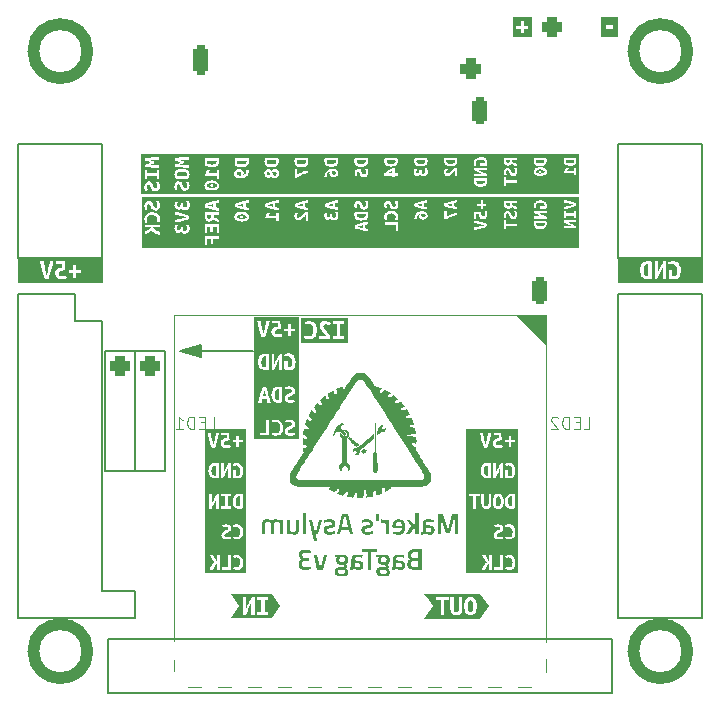
<source format=gbr>
%TF.GenerationSoftware,KiCad,Pcbnew,7.0.5-7.0.5~ubuntu22.04.1*%
%TF.CreationDate,2023-06-19T14:09:02+05:30*%
%TF.ProjectId,BagTag,42616754-6167-42e6-9b69-6361645f7063,v3*%
%TF.SameCoordinates,Original*%
%TF.FileFunction,Legend,Bot*%
%TF.FilePolarity,Positive*%
%FSLAX46Y46*%
G04 Gerber Fmt 4.6, Leading zero omitted, Abs format (unit mm)*
G04 Created by KiCad (PCBNEW 7.0.5-7.0.5~ubuntu22.04.1) date 2023-06-19 14:09:02*
%MOMM*%
%LPD*%
G01*
G04 APERTURE LIST*
G04 Aperture macros list*
%AMRoundRect*
0 Rectangle with rounded corners*
0 $1 Rounding radius*
0 $2 $3 $4 $5 $6 $7 $8 $9 X,Y pos of 4 corners*
0 Add a 4 corners polygon primitive as box body*
4,1,4,$2,$3,$4,$5,$6,$7,$8,$9,$2,$3,0*
0 Add four circle primitives for the rounded corners*
1,1,$1+$1,$2,$3*
1,1,$1+$1,$4,$5*
1,1,$1+$1,$6,$7*
1,1,$1+$1,$8,$9*
0 Add four rect primitives between the rounded corners*
20,1,$1+$1,$2,$3,$4,$5,0*
20,1,$1+$1,$4,$5,$6,$7,0*
20,1,$1+$1,$6,$7,$8,$9,0*
20,1,$1+$1,$8,$9,$2,$3,0*%
%AMOutline5P*
0 Free polygon, 5 corners , with rotation*
0 The origin of the aperture is its center*
0 number of corners: always 5*
0 $1 to $10 corner X, Y*
0 $11 Rotation angle, in degrees counterclockwise*
0 create outline with 5 corners*
4,1,5,$1,$2,$3,$4,$5,$6,$7,$8,$9,$10,$1,$2,$11*%
%AMOutline6P*
0 Free polygon, 6 corners , with rotation*
0 The origin of the aperture is its center*
0 number of corners: always 6*
0 $1 to $12 corner X, Y*
0 $13 Rotation angle, in degrees counterclockwise*
0 create outline with 6 corners*
4,1,6,$1,$2,$3,$4,$5,$6,$7,$8,$9,$10,$11,$12,$1,$2,$13*%
%AMOutline7P*
0 Free polygon, 7 corners , with rotation*
0 The origin of the aperture is its center*
0 number of corners: always 7*
0 $1 to $14 corner X, Y*
0 $15 Rotation angle, in degrees counterclockwise*
0 create outline with 7 corners*
4,1,7,$1,$2,$3,$4,$5,$6,$7,$8,$9,$10,$11,$12,$13,$14,$1,$2,$15*%
%AMOutline8P*
0 Free polygon, 8 corners , with rotation*
0 The origin of the aperture is its center*
0 number of corners: always 8*
0 $1 to $16 corner X, Y*
0 $17 Rotation angle, in degrees counterclockwise*
0 create outline with 8 corners*
4,1,8,$1,$2,$3,$4,$5,$6,$7,$8,$9,$10,$11,$12,$13,$14,$15,$16,$1,$2,$17*%
G04 Aperture macros list end*
%ADD10C,0.150000*%
%ADD11C,1.016000*%
%ADD12C,0.100000*%
%ADD13Outline8P,-0.850000X0.340000X-0.340000X0.850000X0.340000X0.850000X0.850000X0.340000X0.850000X-0.340000X0.340000X-0.850000X-0.340000X-0.850000X-0.850000X-0.340000X180.000000*%
%ADD14Outline8P,-0.850000X0.340000X-0.340000X0.850000X0.340000X0.850000X0.850000X0.340000X0.850000X-0.340000X0.340000X-0.850000X-0.340000X-0.850000X-0.850000X-0.340000X270.000000*%
%ADD15C,3.048000*%
%ADD16O,2.032000X1.524000*%
%ADD17RoundRect,0.425000X-0.425000X0.425000X-0.425000X-0.425000X0.425000X-0.425000X0.425000X0.425000X0*%
%ADD18O,1.700000X1.700000*%
%ADD19RoundRect,0.425000X-0.425000X-0.425000X0.425000X-0.425000X0.425000X0.425000X-0.425000X0.425000X0*%
%ADD20C,1.600000*%
%ADD21O,1.600000X1.600000*%
%ADD22Outline8P,-0.850000X0.340000X-0.340000X0.850000X0.340000X0.850000X0.850000X0.340000X0.850000X-0.340000X0.340000X-0.850000X-0.340000X-0.850000X-0.850000X-0.340000X0.000000*%
%ADD23C,2.032000*%
%ADD24Outline8P,-1.143000X0.254000X-0.762000X0.635000X0.762000X0.635000X1.143000X0.254000X1.143000X-0.254000X0.762000X-0.635000X-0.762000X-0.635000X-1.143000X-0.254000X270.000000*%
%ADD25O,1.270000X2.286000*%
%ADD26RoundRect,0.317500X-0.317500X0.825500X-0.317500X-0.825500X0.317500X-0.825500X0.317500X0.825500X0*%
%ADD27O,2.032000X3.302000*%
%ADD28RoundRect,0.317500X-0.317500X-0.952500X0.317500X-0.952500X0.317500X0.952500X-0.317500X0.952500X0*%
%ADD29O,1.270000X2.540000*%
%ADD30RoundRect,0.444500X-0.444500X-0.444500X0.444500X-0.444500X0.444500X0.444500X-0.444500X0.444500X0*%
%ADD31O,1.778000X1.778000*%
G04 APERTURE END LIST*
D10*
X101346000Y-108966000D02*
X58674000Y-108966000D01*
X58673999Y-104394000D01*
X101346000Y-104394000D01*
X101346000Y-108966000D01*
X66488000Y-80518000D02*
X64710000Y-80010000D01*
X66488000Y-79502000D01*
X66488000Y-80518000D01*
G36*
X66488000Y-80518000D02*
G01*
X64710000Y-80010000D01*
X66488000Y-79502000D01*
X66488000Y-80518000D01*
G37*
X58420000Y-80010000D02*
X60960000Y-80010000D01*
X60960000Y-90170000D01*
X58420000Y-90170000D01*
X58420000Y-80010000D01*
X101854000Y-62484000D02*
X108966000Y-62484000D01*
X108966000Y-72136000D01*
X101854000Y-72136000D01*
X101854000Y-62484000D01*
D11*
X56896000Y-105410000D02*
G75*
G03*
X56896000Y-105410000I-2286000J0D01*
G01*
X56896000Y-54610000D02*
G75*
G03*
X56896000Y-54610000I-2286000J0D01*
G01*
D10*
X101854000Y-75184000D02*
X108966000Y-75184000D01*
X108966000Y-102616000D01*
X101854000Y-102616000D01*
X101854000Y-75184000D01*
X55880000Y-77470000D02*
X58166000Y-77470000D01*
X58166000Y-100330000D01*
X60960000Y-100330000D01*
X60960000Y-102616000D01*
X51054000Y-102616000D01*
X51054000Y-75184000D01*
X55880000Y-75184000D01*
X55880000Y-77470000D01*
X70910000Y-80010000D02*
X64710000Y-80010000D01*
D11*
X107696000Y-54610000D02*
G75*
G03*
X107696000Y-54610000I-2286000J0D01*
G01*
D10*
X60960000Y-80010000D02*
X63500000Y-80010000D01*
X63500000Y-90170000D01*
X60960000Y-90170000D01*
X60960000Y-80010000D01*
D11*
X107696000Y-105410000D02*
G75*
G03*
X107696000Y-105410000I-2286000J0D01*
G01*
D10*
X51054000Y-62484000D02*
X58166000Y-62484000D01*
X58166000Y-72136000D01*
X51054000Y-72136000D01*
X51054000Y-62484000D01*
G36*
X88290106Y-95516701D02*
G01*
X88290106Y-93803096D01*
X87807205Y-93803096D01*
X87424619Y-95141497D01*
X87042032Y-93803096D01*
X86556525Y-93803096D01*
X86556525Y-95516701D01*
X86836626Y-95516701D01*
X86836626Y-94110989D01*
X86874407Y-94110989D01*
X87279575Y-95446784D01*
X87569663Y-95446784D01*
X87974831Y-94110989D01*
X88012612Y-94110989D01*
X88012612Y-95516701D01*
X88290106Y-95516701D01*
G37*
G36*
X85727097Y-94238725D02*
G01*
X85756047Y-94239231D01*
X85785340Y-94240242D01*
X85814975Y-94241758D01*
X85844952Y-94243780D01*
X85875273Y-94246308D01*
X85905936Y-94249341D01*
X85936942Y-94252880D01*
X85968290Y-94256924D01*
X85999981Y-94261473D01*
X86032015Y-94266528D01*
X86064391Y-94272089D01*
X86097110Y-94278155D01*
X86130172Y-94284727D01*
X86163577Y-94291804D01*
X86197324Y-94299387D01*
X86214326Y-94303367D01*
X86204338Y-94496181D01*
X86124433Y-94490969D01*
X86094727Y-94488550D01*
X86065645Y-94486288D01*
X86037187Y-94484181D01*
X86009353Y-94482230D01*
X85982144Y-94480435D01*
X85955559Y-94478796D01*
X85929598Y-94477314D01*
X85904261Y-94475987D01*
X85879549Y-94474817D01*
X85855461Y-94473802D01*
X85831997Y-94472944D01*
X85809157Y-94472242D01*
X85786942Y-94471696D01*
X85765351Y-94471305D01*
X85744384Y-94471071D01*
X85724042Y-94470993D01*
X85703414Y-94471624D01*
X85684090Y-94473517D01*
X85666068Y-94476673D01*
X85645372Y-94482391D01*
X85626712Y-94490082D01*
X85610088Y-94499745D01*
X85595500Y-94511380D01*
X85587661Y-94519398D01*
X85576311Y-94535102D01*
X85567102Y-94553732D01*
X85561276Y-94570743D01*
X85556822Y-94589626D01*
X85553738Y-94610383D01*
X85552025Y-94633012D01*
X85551639Y-94651213D01*
X85551639Y-94741105D01*
X85874297Y-94768898D01*
X85900144Y-94771334D01*
X85925140Y-94774299D01*
X85949284Y-94777794D01*
X85972576Y-94781818D01*
X85995017Y-94786371D01*
X86016607Y-94791453D01*
X86037344Y-94797064D01*
X86057231Y-94803205D01*
X86076265Y-94809875D01*
X86094448Y-94817074D01*
X86111780Y-94824803D01*
X86128260Y-94833061D01*
X86143888Y-94841848D01*
X86165734Y-94856021D01*
X86185664Y-94871385D01*
X86203747Y-94888267D01*
X86220051Y-94906998D01*
X86234576Y-94927575D01*
X86247323Y-94950000D01*
X86254833Y-94965976D01*
X86261552Y-94982773D01*
X86267481Y-95000391D01*
X86272619Y-95018831D01*
X86276966Y-95038091D01*
X86280524Y-95058172D01*
X86283290Y-95079075D01*
X86285267Y-95100798D01*
X86286452Y-95123342D01*
X86286848Y-95146708D01*
X86286484Y-95171154D01*
X86285392Y-95194825D01*
X86283573Y-95217719D01*
X86281026Y-95239837D01*
X86277751Y-95261179D01*
X86273748Y-95281745D01*
X86269018Y-95301535D01*
X86263560Y-95320549D01*
X86257375Y-95338787D01*
X86250461Y-95356249D01*
X86242820Y-95372934D01*
X86234451Y-95388844D01*
X86225354Y-95403977D01*
X86215530Y-95418335D01*
X86193698Y-95444721D01*
X86168955Y-95468004D01*
X86141301Y-95488182D01*
X86126383Y-95497106D01*
X86110737Y-95505255D01*
X86094363Y-95512628D01*
X86077261Y-95519225D01*
X86059432Y-95525045D01*
X86040875Y-95530090D01*
X86021590Y-95534358D01*
X86001577Y-95537851D01*
X85980837Y-95540567D01*
X85959369Y-95542507D01*
X85937173Y-95543671D01*
X85914249Y-95544059D01*
X85888911Y-95543698D01*
X85863597Y-95542614D01*
X85838306Y-95540807D01*
X85813039Y-95538278D01*
X85787795Y-95535026D01*
X85762576Y-95531052D01*
X85737380Y-95526354D01*
X85712208Y-95520935D01*
X85687060Y-95514792D01*
X85661935Y-95507927D01*
X85636834Y-95500339D01*
X85611757Y-95492029D01*
X85586704Y-95482996D01*
X85561675Y-95473240D01*
X85536669Y-95462762D01*
X85511687Y-95451561D01*
X85496594Y-95462762D01*
X85480739Y-95473240D01*
X85464120Y-95482996D01*
X85446737Y-95492029D01*
X85428591Y-95500339D01*
X85409682Y-95507927D01*
X85390010Y-95514792D01*
X85369574Y-95520935D01*
X85348375Y-95526354D01*
X85326412Y-95531052D01*
X85303686Y-95535026D01*
X85280197Y-95538278D01*
X85255944Y-95540807D01*
X85230928Y-95542614D01*
X85205149Y-95543698D01*
X85178606Y-95544059D01*
X85171224Y-95336481D01*
X85184564Y-95334344D01*
X85202895Y-95330043D01*
X85221733Y-95323367D01*
X85237829Y-95314904D01*
X85252866Y-95303043D01*
X85261812Y-95292101D01*
X85270166Y-95276789D01*
X85276275Y-95258734D01*
X85279725Y-95241075D01*
X85281527Y-95221401D01*
X85281527Y-94933919D01*
X85551639Y-94933919D01*
X85551639Y-95266565D01*
X85596368Y-95281764D01*
X85613842Y-95286602D01*
X85631198Y-95291128D01*
X85648434Y-95295341D01*
X85665552Y-95299243D01*
X85691006Y-95304510D01*
X85716193Y-95309075D01*
X85741113Y-95312937D01*
X85765765Y-95316098D01*
X85790150Y-95318556D01*
X85814269Y-95320311D01*
X85838120Y-95321365D01*
X85861703Y-95321716D01*
X85880161Y-95321043D01*
X85905615Y-95317507D01*
X85928390Y-95310941D01*
X85948485Y-95301344D01*
X85965901Y-95288717D01*
X85980638Y-95273059D01*
X85992695Y-95254371D01*
X86002073Y-95232653D01*
X86008771Y-95207903D01*
X86011748Y-95189720D01*
X86013535Y-95170190D01*
X86014130Y-95149313D01*
X86013962Y-95138665D01*
X86012615Y-95118292D01*
X86009921Y-95099150D01*
X86005880Y-95081240D01*
X86000493Y-95064562D01*
X85989886Y-95041853D01*
X85976249Y-95021916D01*
X85959581Y-95004749D01*
X85939882Y-94990354D01*
X85917153Y-94978729D01*
X85900317Y-94972519D01*
X85882134Y-94967540D01*
X85862604Y-94963793D01*
X85841727Y-94961277D01*
X85551639Y-94933919D01*
X85281527Y-94933919D01*
X85281527Y-94651213D01*
X85281922Y-94624797D01*
X85283108Y-94599291D01*
X85285084Y-94574694D01*
X85287851Y-94551006D01*
X85291408Y-94528228D01*
X85295756Y-94506359D01*
X85300894Y-94485399D01*
X85306823Y-94465348D01*
X85313542Y-94446206D01*
X85321052Y-94427974D01*
X85329352Y-94410651D01*
X85338443Y-94394237D01*
X85348324Y-94378733D01*
X85358996Y-94364137D01*
X85370458Y-94350451D01*
X85382710Y-94337674D01*
X85395857Y-94325685D01*
X85410001Y-94314468D01*
X85425143Y-94304026D01*
X85441282Y-94294357D01*
X85458418Y-94285461D01*
X85476552Y-94277339D01*
X85495684Y-94269990D01*
X85515812Y-94263415D01*
X85536939Y-94257614D01*
X85559062Y-94252586D01*
X85582183Y-94248331D01*
X85606302Y-94244850D01*
X85631418Y-94242143D01*
X85657532Y-94240209D01*
X85684643Y-94239049D01*
X85712751Y-94238662D01*
X85727097Y-94238725D01*
G37*
G36*
X84673123Y-95516701D02*
G01*
X84945841Y-95516701D01*
X84945841Y-93745773D01*
X84673123Y-93745773D01*
X84673123Y-94768898D01*
X84518091Y-94753699D01*
X84222792Y-94266021D01*
X83917504Y-94266021D01*
X84277943Y-94851408D01*
X83897528Y-95516701D01*
X84205421Y-95516701D01*
X84510709Y-94989070D01*
X84673123Y-95006441D01*
X84673123Y-95516701D01*
G37*
G36*
X83282135Y-94239312D02*
G01*
X83314472Y-94241261D01*
X83345748Y-94244509D01*
X83375964Y-94249057D01*
X83405120Y-94254905D01*
X83433216Y-94262051D01*
X83460251Y-94270497D01*
X83486226Y-94280243D01*
X83511141Y-94291288D01*
X83534996Y-94303632D01*
X83557791Y-94317276D01*
X83579525Y-94332219D01*
X83600199Y-94348461D01*
X83619813Y-94366003D01*
X83638367Y-94384845D01*
X83655861Y-94404985D01*
X83672294Y-94426425D01*
X83687667Y-94449165D01*
X83701980Y-94473204D01*
X83715233Y-94498542D01*
X83727425Y-94525180D01*
X83738557Y-94553117D01*
X83748629Y-94582353D01*
X83757641Y-94612889D01*
X83765593Y-94644724D01*
X83772484Y-94677859D01*
X83778315Y-94712293D01*
X83783086Y-94748026D01*
X83786797Y-94785059D01*
X83789448Y-94823392D01*
X83791038Y-94863023D01*
X83791568Y-94903954D01*
X83791450Y-94924729D01*
X83791095Y-94945147D01*
X83790503Y-94965207D01*
X83789675Y-94984911D01*
X83788610Y-95004257D01*
X83787308Y-95023246D01*
X83785770Y-95041878D01*
X83783995Y-95060154D01*
X83781984Y-95078072D01*
X83779736Y-95095633D01*
X83774530Y-95129683D01*
X83768377Y-95162306D01*
X83761278Y-95193500D01*
X83753232Y-95223265D01*
X83744240Y-95251603D01*
X83734301Y-95278512D01*
X83723416Y-95303993D01*
X83711584Y-95328045D01*
X83698805Y-95350669D01*
X83685080Y-95371865D01*
X83670408Y-95391633D01*
X83654600Y-95410090D01*
X83637574Y-95427358D01*
X83619330Y-95443434D01*
X83599868Y-95458319D01*
X83579188Y-95472014D01*
X83557289Y-95484517D01*
X83534173Y-95495830D01*
X83509839Y-95505952D01*
X83484287Y-95514884D01*
X83457517Y-95522624D01*
X83429529Y-95529174D01*
X83400323Y-95534532D01*
X83369900Y-95538700D01*
X83338258Y-95541677D01*
X83305398Y-95543464D01*
X83271320Y-95544059D01*
X83243544Y-95543835D01*
X83215259Y-95543163D01*
X83186465Y-95542044D01*
X83157163Y-95540476D01*
X83127351Y-95538461D01*
X83097031Y-95535998D01*
X83066202Y-95533087D01*
X83034863Y-95529728D01*
X83003016Y-95525922D01*
X82970660Y-95521667D01*
X82937795Y-95516965D01*
X82904421Y-95511815D01*
X82870539Y-95506217D01*
X82853406Y-95503250D01*
X82836147Y-95500171D01*
X82818760Y-95496981D01*
X82801246Y-95493678D01*
X82783605Y-95490263D01*
X82765837Y-95486736D01*
X82771048Y-95283935D01*
X82840965Y-95291752D01*
X82864376Y-95293540D01*
X82887709Y-95295212D01*
X82910964Y-95296770D01*
X82934141Y-95298212D01*
X82957240Y-95299538D01*
X82980261Y-95300749D01*
X83003204Y-95301845D01*
X83026069Y-95302826D01*
X83048856Y-95303691D01*
X83071565Y-95304441D01*
X83094196Y-95305075D01*
X83116749Y-95305594D01*
X83139224Y-95305998D01*
X83161621Y-95306286D01*
X83183940Y-95306459D01*
X83206180Y-95306517D01*
X83217171Y-95306446D01*
X83238494Y-95305879D01*
X83258939Y-95304746D01*
X83278504Y-95303047D01*
X83297191Y-95300780D01*
X83315000Y-95297947D01*
X83340064Y-95292636D01*
X83363152Y-95286049D01*
X83384262Y-95278188D01*
X83403396Y-95269052D01*
X83420552Y-95258641D01*
X83435732Y-95246955D01*
X83448934Y-95233995D01*
X83456830Y-95224607D01*
X83467753Y-95209317D01*
X83477568Y-95192577D01*
X83486277Y-95174386D01*
X83493878Y-95154745D01*
X83500373Y-95133654D01*
X83505761Y-95111112D01*
X83510042Y-95087119D01*
X83513217Y-95061677D01*
X83514718Y-95043909D01*
X83515727Y-95025497D01*
X83516245Y-95006441D01*
X82741084Y-95006441D01*
X82723713Y-94811456D01*
X82723934Y-94796257D01*
X82991220Y-94796257D01*
X83518850Y-94796257D01*
X83518287Y-94774447D01*
X83517249Y-94753421D01*
X83515736Y-94733178D01*
X83513748Y-94713720D01*
X83511285Y-94695045D01*
X83508347Y-94677153D01*
X83504934Y-94660046D01*
X83498923Y-94635854D01*
X83491845Y-94613425D01*
X83483697Y-94592760D01*
X83474481Y-94573858D01*
X83464196Y-94556719D01*
X83452842Y-94541344D01*
X83444566Y-94531931D01*
X83431038Y-94518950D01*
X83416174Y-94507336D01*
X83399974Y-94497088D01*
X83382439Y-94488206D01*
X83363567Y-94480691D01*
X83343360Y-94474542D01*
X83321817Y-94469760D01*
X83298938Y-94466344D01*
X83274723Y-94464294D01*
X83249172Y-94463611D01*
X83231958Y-94463899D01*
X83207332Y-94465413D01*
X83184141Y-94468225D01*
X83162386Y-94472334D01*
X83142065Y-94477741D01*
X83123180Y-94484446D01*
X83105730Y-94492449D01*
X83089715Y-94501749D01*
X83075134Y-94512347D01*
X83061990Y-94524242D01*
X83050280Y-94537436D01*
X83039725Y-94552255D01*
X83030209Y-94569028D01*
X83021730Y-94587756D01*
X83014290Y-94608438D01*
X83007888Y-94631074D01*
X83002524Y-94655664D01*
X82999525Y-94673143D01*
X82996987Y-94691491D01*
X82994911Y-94710707D01*
X82993296Y-94730792D01*
X82992143Y-94751745D01*
X82991451Y-94773567D01*
X82991220Y-94796257D01*
X82723934Y-94796257D01*
X82724226Y-94776216D01*
X82725764Y-94742094D01*
X82728328Y-94709092D01*
X82731917Y-94677208D01*
X82736531Y-94646442D01*
X82742171Y-94616796D01*
X82748837Y-94588268D01*
X82756527Y-94560859D01*
X82765244Y-94534568D01*
X82774985Y-94509397D01*
X82785752Y-94485344D01*
X82797545Y-94462410D01*
X82810363Y-94440594D01*
X82824206Y-94419898D01*
X82839075Y-94400320D01*
X82854970Y-94381861D01*
X82871889Y-94364520D01*
X82889834Y-94348299D01*
X82908805Y-94333196D01*
X82928801Y-94319211D01*
X82949823Y-94306346D01*
X82971870Y-94294599D01*
X82994942Y-94283971D01*
X83019040Y-94274462D01*
X83044163Y-94266071D01*
X83070312Y-94258799D01*
X83097486Y-94252646D01*
X83125686Y-94247612D01*
X83154911Y-94243697D01*
X83185161Y-94240900D01*
X83216437Y-94239222D01*
X83248738Y-94238662D01*
X83282135Y-94239312D01*
G37*
G36*
X82467063Y-95516701D02*
G01*
X82467063Y-94266021D01*
X82196951Y-94266021D01*
X82196951Y-94416276D01*
X82170354Y-94399450D01*
X82143761Y-94383387D01*
X82117171Y-94368088D01*
X82090584Y-94353552D01*
X82064000Y-94339779D01*
X82037420Y-94326770D01*
X82010844Y-94314524D01*
X81984271Y-94303042D01*
X81957701Y-94292323D01*
X81931134Y-94282367D01*
X81904571Y-94273174D01*
X81878012Y-94264745D01*
X81851455Y-94257079D01*
X81824903Y-94250177D01*
X81798353Y-94244038D01*
X81771807Y-94238662D01*
X81771807Y-94510946D01*
X81798433Y-94516364D01*
X81824570Y-94521979D01*
X81850219Y-94527790D01*
X81875379Y-94533799D01*
X81900051Y-94540004D01*
X81924234Y-94546406D01*
X81947928Y-94553005D01*
X81971134Y-94559800D01*
X81993852Y-94566793D01*
X82016080Y-94573982D01*
X82037821Y-94581368D01*
X82059073Y-94588950D01*
X82079836Y-94596730D01*
X82100111Y-94604706D01*
X82119897Y-94612879D01*
X82139194Y-94621249D01*
X82194346Y-94643830D01*
X82194346Y-95516701D01*
X82467063Y-95516701D01*
G37*
G36*
X81573783Y-94383706D02*
G01*
X81581600Y-93803096D01*
X81316264Y-93803096D01*
X81333635Y-94383706D01*
X81573783Y-94383706D01*
G37*
G36*
X80141581Y-94523539D02*
G01*
X80159878Y-94521081D01*
X80177857Y-94518701D01*
X80195518Y-94516399D01*
X80212861Y-94514175D01*
X80246593Y-94509962D01*
X80279052Y-94506060D01*
X80310240Y-94502471D01*
X80340155Y-94499193D01*
X80368798Y-94496228D01*
X80396168Y-94493575D01*
X80422266Y-94491234D01*
X80447092Y-94489205D01*
X80470646Y-94487489D01*
X80492927Y-94486084D01*
X80513937Y-94484992D01*
X80533674Y-94484211D01*
X80552138Y-94483743D01*
X80569331Y-94483587D01*
X80593455Y-94483862D01*
X80616160Y-94484686D01*
X80637445Y-94486060D01*
X80657310Y-94487984D01*
X80675755Y-94490457D01*
X80698140Y-94494610D01*
X80718001Y-94499740D01*
X80735337Y-94505846D01*
X80753459Y-94514854D01*
X80768221Y-94525515D01*
X80780481Y-94537958D01*
X80791891Y-94555240D01*
X80798647Y-94571602D01*
X80802900Y-94589744D01*
X80804652Y-94609668D01*
X80804702Y-94613866D01*
X80803323Y-94633936D01*
X80799189Y-94652076D01*
X80792297Y-94668287D01*
X80780389Y-94685193D01*
X80767433Y-94697158D01*
X80751721Y-94707194D01*
X80748247Y-94708970D01*
X80731752Y-94715952D01*
X80710494Y-94723219D01*
X80691424Y-94728857D01*
X80669674Y-94734654D01*
X80645246Y-94740612D01*
X80627472Y-94744673D01*
X80608506Y-94748806D01*
X80588351Y-94753009D01*
X80567004Y-94757284D01*
X80544466Y-94761630D01*
X80520738Y-94766047D01*
X80495818Y-94770536D01*
X80482912Y-94772807D01*
X80457277Y-94777475D01*
X80432592Y-94782469D01*
X80408857Y-94787789D01*
X80386071Y-94793434D01*
X80364236Y-94799405D01*
X80343351Y-94805702D01*
X80323415Y-94812325D01*
X80304430Y-94819273D01*
X80286394Y-94826547D01*
X80269309Y-94834146D01*
X80253173Y-94842072D01*
X80230751Y-94854570D01*
X80210466Y-94867802D01*
X80192318Y-94881766D01*
X80186744Y-94886584D01*
X80171068Y-94902135D01*
X80156933Y-94919800D01*
X80144340Y-94939580D01*
X80133289Y-94961474D01*
X80123780Y-94985483D01*
X80118298Y-95002663D01*
X80113500Y-95020784D01*
X80109389Y-95039844D01*
X80105962Y-95059844D01*
X80103221Y-95080783D01*
X80101165Y-95102663D01*
X80099794Y-95125482D01*
X80099109Y-95149241D01*
X80099023Y-95161473D01*
X80099517Y-95185761D01*
X80100998Y-95209228D01*
X80103466Y-95231874D01*
X80106921Y-95253699D01*
X80111364Y-95274704D01*
X80116794Y-95294887D01*
X80123211Y-95314249D01*
X80130616Y-95332790D01*
X80139008Y-95350510D01*
X80148387Y-95367409D01*
X80158753Y-95383487D01*
X80170107Y-95398744D01*
X80182447Y-95413179D01*
X80195776Y-95426794D01*
X80210091Y-95439588D01*
X80225394Y-95451561D01*
X80241645Y-95462762D01*
X80258805Y-95473240D01*
X80276874Y-95482996D01*
X80295853Y-95492029D01*
X80315741Y-95500339D01*
X80336538Y-95507927D01*
X80358245Y-95514792D01*
X80380860Y-95520935D01*
X80404385Y-95526354D01*
X80428819Y-95531052D01*
X80454163Y-95535026D01*
X80480415Y-95538278D01*
X80507577Y-95540807D01*
X80535648Y-95542614D01*
X80564628Y-95543698D01*
X80594518Y-95544059D01*
X80613885Y-95543893D01*
X80633880Y-95543394D01*
X80654502Y-95542563D01*
X80675752Y-95541399D01*
X80697630Y-95539903D01*
X80720136Y-95538074D01*
X80743269Y-95535913D01*
X80767029Y-95533420D01*
X80791418Y-95530594D01*
X80816434Y-95527435D01*
X80842077Y-95523944D01*
X80868348Y-95520120D01*
X80895247Y-95515964D01*
X80922774Y-95511476D01*
X80950928Y-95506655D01*
X80979710Y-95501501D01*
X81057009Y-95489342D01*
X81047021Y-95261353D01*
X81028430Y-95263838D01*
X81010166Y-95266244D01*
X80992230Y-95268571D01*
X80974621Y-95270819D01*
X80957339Y-95272988D01*
X80923759Y-95277090D01*
X80891487Y-95280876D01*
X80860526Y-95284347D01*
X80830874Y-95287502D01*
X80802531Y-95290342D01*
X80775498Y-95292866D01*
X80749775Y-95295075D01*
X80725361Y-95296968D01*
X80702257Y-95298545D01*
X80680462Y-95299807D01*
X80659977Y-95300754D01*
X80640802Y-95301385D01*
X80622936Y-95301700D01*
X80614494Y-95301740D01*
X80590254Y-95301454D01*
X80567365Y-95300595D01*
X80545827Y-95299164D01*
X80525640Y-95297160D01*
X80506804Y-95294583D01*
X80489319Y-95291435D01*
X80468108Y-95286346D01*
X80449299Y-95280239D01*
X80432892Y-95273114D01*
X80425589Y-95269170D01*
X80409326Y-95257953D01*
X80395819Y-95244658D01*
X80385068Y-95229285D01*
X80377074Y-95211834D01*
X80371837Y-95192305D01*
X80369356Y-95170697D01*
X80369135Y-95161473D01*
X80369976Y-95143417D01*
X80373395Y-95122889D01*
X80379442Y-95104630D01*
X80388119Y-95088640D01*
X80399425Y-95074919D01*
X80413360Y-95063466D01*
X80422984Y-95057684D01*
X80438794Y-95050437D01*
X80459299Y-95043027D01*
X80477760Y-95037363D01*
X80498861Y-95031607D01*
X80522604Y-95025760D01*
X80539900Y-95021811D01*
X80558370Y-95017821D01*
X80578013Y-95013791D01*
X80598831Y-95009720D01*
X80620822Y-95005608D01*
X80643988Y-95001455D01*
X80668327Y-94997262D01*
X80680936Y-94995150D01*
X80705971Y-94990765D01*
X80730158Y-94986078D01*
X80753496Y-94981089D01*
X80775986Y-94975798D01*
X80797628Y-94970205D01*
X80818422Y-94964310D01*
X80838367Y-94958113D01*
X80857465Y-94951615D01*
X80875714Y-94944814D01*
X80893115Y-94937712D01*
X80909668Y-94930307D01*
X80925373Y-94922601D01*
X80947340Y-94910475D01*
X80967398Y-94897669D01*
X80979710Y-94888755D01*
X80996706Y-94874104D01*
X81012030Y-94857346D01*
X81025683Y-94838481D01*
X81037664Y-94817509D01*
X81047973Y-94794430D01*
X81053917Y-94777874D01*
X81059118Y-94760381D01*
X81063576Y-94741952D01*
X81067291Y-94722586D01*
X81070263Y-94702285D01*
X81072492Y-94681046D01*
X81073978Y-94658872D01*
X81074721Y-94635761D01*
X81074814Y-94623854D01*
X81074301Y-94600134D01*
X81072765Y-94577178D01*
X81070203Y-94554984D01*
X81066617Y-94533554D01*
X81062006Y-94512888D01*
X81056371Y-94492985D01*
X81049711Y-94473845D01*
X81042027Y-94455468D01*
X81033318Y-94437855D01*
X81023584Y-94421005D01*
X81012826Y-94404919D01*
X81001043Y-94389596D01*
X80988236Y-94375036D01*
X80974404Y-94361240D01*
X80959547Y-94348207D01*
X80943666Y-94335937D01*
X80926930Y-94324421D01*
X80909617Y-94313647D01*
X80891727Y-94303617D01*
X80873261Y-94294329D01*
X80854218Y-94285785D01*
X80834598Y-94277983D01*
X80814401Y-94270925D01*
X80793628Y-94264609D01*
X80772278Y-94259037D01*
X80750351Y-94254207D01*
X80727847Y-94250121D01*
X80704767Y-94246777D01*
X80681110Y-94244177D01*
X80656876Y-94242320D01*
X80632065Y-94241205D01*
X80606677Y-94240834D01*
X80586416Y-94240991D01*
X80565585Y-94241465D01*
X80544184Y-94242253D01*
X80522213Y-94243358D01*
X80499672Y-94244778D01*
X80476561Y-94246513D01*
X80452880Y-94248564D01*
X80428629Y-94250930D01*
X80403808Y-94253612D01*
X80378417Y-94256609D01*
X80352457Y-94259922D01*
X80325926Y-94263551D01*
X80298825Y-94267495D01*
X80271154Y-94271754D01*
X80242914Y-94276329D01*
X80214103Y-94281220D01*
X80136804Y-94295985D01*
X80141581Y-94523539D01*
G37*
G36*
X79410281Y-95516701D02*
G01*
X79132352Y-95516701D01*
X79039854Y-95148879D01*
X78381944Y-95148879D01*
X78289446Y-95516701D01*
X78009346Y-95516701D01*
X78161368Y-94903954D01*
X78437096Y-94903954D01*
X78985136Y-94903954D01*
X78772347Y-94035861D01*
X78647279Y-94035861D01*
X78437096Y-94903954D01*
X78161368Y-94903954D01*
X78434490Y-93803096D01*
X78987308Y-93803096D01*
X79410281Y-95516701D01*
G37*
G36*
X76936714Y-94523539D02*
G01*
X76955011Y-94521081D01*
X76972990Y-94518701D01*
X76990651Y-94516399D01*
X77007994Y-94514175D01*
X77041726Y-94509962D01*
X77074186Y-94506060D01*
X77105373Y-94502471D01*
X77135288Y-94499193D01*
X77163931Y-94496228D01*
X77191301Y-94493575D01*
X77217400Y-94491234D01*
X77242226Y-94489205D01*
X77265779Y-94487489D01*
X77288061Y-94486084D01*
X77309070Y-94484992D01*
X77328807Y-94484211D01*
X77347272Y-94483743D01*
X77364464Y-94483587D01*
X77388589Y-94483862D01*
X77411293Y-94484686D01*
X77432578Y-94486060D01*
X77452443Y-94487984D01*
X77470888Y-94490457D01*
X77493273Y-94494610D01*
X77513134Y-94499740D01*
X77530471Y-94505846D01*
X77548592Y-94514854D01*
X77563354Y-94525515D01*
X77575615Y-94537958D01*
X77587024Y-94555240D01*
X77593780Y-94571602D01*
X77598033Y-94589744D01*
X77599785Y-94609668D01*
X77599835Y-94613866D01*
X77598457Y-94633936D01*
X77594322Y-94652076D01*
X77587430Y-94668287D01*
X77575522Y-94685193D01*
X77562566Y-94697158D01*
X77546854Y-94707194D01*
X77543381Y-94708970D01*
X77526885Y-94715952D01*
X77505627Y-94723219D01*
X77486557Y-94728857D01*
X77464808Y-94734654D01*
X77440379Y-94740612D01*
X77422605Y-94744673D01*
X77403640Y-94748806D01*
X77383484Y-94753009D01*
X77362137Y-94757284D01*
X77339599Y-94761630D01*
X77315871Y-94766047D01*
X77290952Y-94770536D01*
X77278045Y-94772807D01*
X77252410Y-94777475D01*
X77227725Y-94782469D01*
X77203990Y-94787789D01*
X77181205Y-94793434D01*
X77159369Y-94799405D01*
X77138484Y-94805702D01*
X77118549Y-94812325D01*
X77099563Y-94819273D01*
X77081528Y-94826547D01*
X77064442Y-94834146D01*
X77048306Y-94842072D01*
X77025884Y-94854570D01*
X77005599Y-94867802D01*
X76987452Y-94881766D01*
X76981878Y-94886584D01*
X76966201Y-94902135D01*
X76952066Y-94919800D01*
X76939473Y-94939580D01*
X76928422Y-94961474D01*
X76918914Y-94985483D01*
X76913431Y-95002663D01*
X76908634Y-95020784D01*
X76904522Y-95039844D01*
X76901095Y-95059844D01*
X76898354Y-95080783D01*
X76896298Y-95102663D01*
X76894927Y-95125482D01*
X76894242Y-95149241D01*
X76894156Y-95161473D01*
X76894650Y-95185761D01*
X76896131Y-95209228D01*
X76898599Y-95231874D01*
X76902054Y-95253699D01*
X76906497Y-95274704D01*
X76911927Y-95294887D01*
X76918344Y-95314249D01*
X76925749Y-95332790D01*
X76934141Y-95350510D01*
X76943520Y-95367409D01*
X76953886Y-95383487D01*
X76965240Y-95398744D01*
X76977581Y-95413179D01*
X76990909Y-95426794D01*
X77005224Y-95439588D01*
X77020527Y-95451561D01*
X77036778Y-95462762D01*
X77053938Y-95473240D01*
X77072008Y-95482996D01*
X77090986Y-95492029D01*
X77110874Y-95500339D01*
X77131671Y-95507927D01*
X77153378Y-95514792D01*
X77175993Y-95520935D01*
X77199518Y-95526354D01*
X77223953Y-95531052D01*
X77249296Y-95535026D01*
X77275548Y-95538278D01*
X77302710Y-95540807D01*
X77330781Y-95542614D01*
X77359762Y-95543698D01*
X77389651Y-95544059D01*
X77409018Y-95543893D01*
X77429013Y-95543394D01*
X77449636Y-95542563D01*
X77470886Y-95541399D01*
X77492763Y-95539903D01*
X77515269Y-95538074D01*
X77538402Y-95535913D01*
X77562163Y-95533420D01*
X77586551Y-95530594D01*
X77611567Y-95527435D01*
X77637210Y-95523944D01*
X77663482Y-95520120D01*
X77690381Y-95515964D01*
X77717907Y-95511476D01*
X77746061Y-95506655D01*
X77774843Y-95501501D01*
X77852142Y-95489342D01*
X77842154Y-95261353D01*
X77823563Y-95263838D01*
X77805299Y-95266244D01*
X77787363Y-95268571D01*
X77769754Y-95270819D01*
X77752473Y-95272988D01*
X77718892Y-95277090D01*
X77686621Y-95280876D01*
X77655659Y-95284347D01*
X77626007Y-95287502D01*
X77597664Y-95290342D01*
X77570632Y-95292866D01*
X77544908Y-95295075D01*
X77520494Y-95296968D01*
X77497390Y-95298545D01*
X77475596Y-95299807D01*
X77455111Y-95300754D01*
X77435935Y-95301385D01*
X77418069Y-95301700D01*
X77409627Y-95301740D01*
X77385387Y-95301454D01*
X77362498Y-95300595D01*
X77340960Y-95299164D01*
X77320773Y-95297160D01*
X77301937Y-95294583D01*
X77284453Y-95291435D01*
X77263242Y-95286346D01*
X77244432Y-95280239D01*
X77228025Y-95273114D01*
X77220723Y-95269170D01*
X77204459Y-95257953D01*
X77190952Y-95244658D01*
X77180201Y-95229285D01*
X77172207Y-95211834D01*
X77166970Y-95192305D01*
X77164489Y-95170697D01*
X77164268Y-95161473D01*
X77165110Y-95143417D01*
X77168528Y-95122889D01*
X77174575Y-95104630D01*
X77183252Y-95088640D01*
X77194558Y-95074919D01*
X77208494Y-95063466D01*
X77218117Y-95057684D01*
X77233927Y-95050437D01*
X77254432Y-95043027D01*
X77272893Y-95037363D01*
X77293995Y-95031607D01*
X77317737Y-95025760D01*
X77335033Y-95021811D01*
X77353503Y-95017821D01*
X77373147Y-95013791D01*
X77393964Y-95009720D01*
X77415956Y-95005608D01*
X77439121Y-95001455D01*
X77463460Y-94997262D01*
X77476070Y-94995150D01*
X77501104Y-94990765D01*
X77525291Y-94986078D01*
X77548629Y-94981089D01*
X77571119Y-94975798D01*
X77592761Y-94970205D01*
X77613555Y-94964310D01*
X77633501Y-94958113D01*
X77652598Y-94951615D01*
X77670847Y-94944814D01*
X77688248Y-94937712D01*
X77704801Y-94930307D01*
X77720506Y-94922601D01*
X77742473Y-94910475D01*
X77762531Y-94897669D01*
X77774843Y-94888755D01*
X77791839Y-94874104D01*
X77807164Y-94857346D01*
X77820816Y-94838481D01*
X77832797Y-94817509D01*
X77843106Y-94794430D01*
X77849050Y-94777874D01*
X77854251Y-94760381D01*
X77858709Y-94741952D01*
X77862424Y-94722586D01*
X77865396Y-94702285D01*
X77867625Y-94681046D01*
X77869111Y-94658872D01*
X77869854Y-94635761D01*
X77869947Y-94623854D01*
X77869435Y-94600134D01*
X77867898Y-94577178D01*
X77865336Y-94554984D01*
X77861750Y-94533554D01*
X77857140Y-94512888D01*
X77851504Y-94492985D01*
X77844845Y-94473845D01*
X77837160Y-94455468D01*
X77828451Y-94437855D01*
X77818717Y-94421005D01*
X77807959Y-94404919D01*
X77796176Y-94389596D01*
X77783369Y-94375036D01*
X77769537Y-94361240D01*
X77754681Y-94348207D01*
X77738799Y-94335937D01*
X77722063Y-94324421D01*
X77704750Y-94313647D01*
X77686861Y-94303617D01*
X77668394Y-94294329D01*
X77649351Y-94285785D01*
X77629731Y-94277983D01*
X77609535Y-94270925D01*
X77588761Y-94264609D01*
X77567411Y-94259037D01*
X77545484Y-94254207D01*
X77522980Y-94250121D01*
X77499900Y-94246777D01*
X77476243Y-94244177D01*
X77452009Y-94242320D01*
X77427198Y-94241205D01*
X77401811Y-94240834D01*
X77381550Y-94240991D01*
X77360718Y-94241465D01*
X77339317Y-94242253D01*
X77317346Y-94243358D01*
X77294805Y-94244778D01*
X77271694Y-94246513D01*
X77248013Y-94248564D01*
X77223763Y-94250930D01*
X77198942Y-94253612D01*
X77173551Y-94256609D01*
X77147590Y-94259922D01*
X77121059Y-94263551D01*
X77093958Y-94267495D01*
X77066288Y-94271754D01*
X77038047Y-94276329D01*
X77009236Y-94281220D01*
X76931937Y-94295985D01*
X76936714Y-94523539D01*
G37*
G36*
X76771694Y-94266021D02*
G01*
X76503753Y-94266021D01*
X76238852Y-95283935D01*
X76171107Y-95283935D01*
X75906206Y-94266021D01*
X75636094Y-94266021D01*
X76111179Y-96054319D01*
X76378685Y-96054319D01*
X76228864Y-95516701D01*
X76443825Y-95516701D01*
X76771694Y-94266021D01*
G37*
G36*
X75416791Y-95516701D02*
G01*
X75416791Y-93745773D01*
X75144073Y-93745773D01*
X75144073Y-95516701D01*
X75416791Y-95516701D01*
G37*
G36*
X74045386Y-94266021D02*
G01*
X73774840Y-94266021D01*
X73774840Y-95516701D01*
X74045386Y-95516701D01*
X74045386Y-95438967D01*
X74068078Y-95451693D01*
X74090556Y-95463598D01*
X74112821Y-95474682D01*
X74134871Y-95484945D01*
X74156708Y-95494387D01*
X74178332Y-95503008D01*
X74199741Y-95510807D01*
X74220937Y-95517786D01*
X74241919Y-95523944D01*
X74262687Y-95529281D01*
X74283242Y-95533796D01*
X74303583Y-95537491D01*
X74323710Y-95540364D01*
X74343623Y-95542417D01*
X74363323Y-95543649D01*
X74382809Y-95544059D01*
X74414335Y-95543518D01*
X74444535Y-95541895D01*
X74473409Y-95539189D01*
X74500956Y-95535401D01*
X74527176Y-95530531D01*
X74552070Y-95524578D01*
X74575637Y-95517544D01*
X74597878Y-95509427D01*
X74618792Y-95500227D01*
X74638380Y-95489946D01*
X74656641Y-95478582D01*
X74673576Y-95466136D01*
X74689184Y-95452608D01*
X74703465Y-95437997D01*
X74716420Y-95422304D01*
X74728049Y-95405529D01*
X74738671Y-95387342D01*
X74748608Y-95367524D01*
X74757860Y-95346074D01*
X74766427Y-95322992D01*
X74774308Y-95298278D01*
X74781504Y-95271932D01*
X74788014Y-95243954D01*
X74793840Y-95214344D01*
X74798979Y-95183103D01*
X74803434Y-95150229D01*
X74807203Y-95115724D01*
X74808831Y-95097859D01*
X74810287Y-95079587D01*
X74811572Y-95060906D01*
X74812686Y-95041818D01*
X74813628Y-95022321D01*
X74814399Y-95002417D01*
X74814999Y-94982104D01*
X74815427Y-94961384D01*
X74815684Y-94940256D01*
X74815770Y-94918719D01*
X74815770Y-94266021D01*
X74543052Y-94266021D01*
X74543052Y-94921325D01*
X74542906Y-94948921D01*
X74542469Y-94975364D01*
X74541739Y-95000653D01*
X74540718Y-95024788D01*
X74539405Y-95047770D01*
X74537800Y-95069599D01*
X74535904Y-95090274D01*
X74533716Y-95109795D01*
X74531235Y-95128163D01*
X74528464Y-95145378D01*
X74523759Y-95169037D01*
X74518398Y-95190100D01*
X74512380Y-95208568D01*
X74505706Y-95224441D01*
X74494700Y-95242558D01*
X74480572Y-95258259D01*
X74463324Y-95271545D01*
X74442954Y-95282415D01*
X74425629Y-95288983D01*
X74406547Y-95294191D01*
X74385710Y-95298041D01*
X74363118Y-95300532D01*
X74338769Y-95301664D01*
X74330263Y-95301740D01*
X74305138Y-95301297D01*
X74280411Y-95299969D01*
X74256080Y-95297755D01*
X74232146Y-95294656D01*
X74208610Y-95290671D01*
X74185470Y-95285801D01*
X74162727Y-95280045D01*
X74140381Y-95273404D01*
X74118432Y-95265878D01*
X74096880Y-95257465D01*
X74082733Y-95251365D01*
X74045386Y-95236600D01*
X74045386Y-94266021D01*
G37*
G36*
X73179030Y-95516701D02*
G01*
X73451747Y-95516701D01*
X73451747Y-94266021D01*
X73181635Y-94266021D01*
X73181635Y-94343754D01*
X73159551Y-94331028D01*
X73137700Y-94319123D01*
X73116083Y-94308039D01*
X73094701Y-94297776D01*
X73073553Y-94288335D01*
X73052639Y-94279714D01*
X73031958Y-94271914D01*
X73011512Y-94264935D01*
X72991300Y-94258777D01*
X72971323Y-94253441D01*
X72951579Y-94248925D01*
X72932069Y-94245230D01*
X72912794Y-94242357D01*
X72893752Y-94240304D01*
X72874945Y-94239073D01*
X72856372Y-94238662D01*
X72829634Y-94239141D01*
X72803812Y-94240576D01*
X72778906Y-94242968D01*
X72754917Y-94246316D01*
X72731843Y-94250621D01*
X72709685Y-94255883D01*
X72688444Y-94262102D01*
X72668118Y-94269278D01*
X72648709Y-94277410D01*
X72630215Y-94286499D01*
X72612638Y-94296545D01*
X72595976Y-94307547D01*
X72580231Y-94319506D01*
X72565401Y-94332422D01*
X72551488Y-94346295D01*
X72538491Y-94361125D01*
X72510056Y-94346295D01*
X72481643Y-94332422D01*
X72453249Y-94319506D01*
X72424876Y-94307547D01*
X72396524Y-94296545D01*
X72368191Y-94286499D01*
X72339879Y-94277410D01*
X72311588Y-94269278D01*
X72283316Y-94262102D01*
X72255066Y-94255883D01*
X72226835Y-94250621D01*
X72198625Y-94246316D01*
X72170435Y-94242968D01*
X72142266Y-94240576D01*
X72114116Y-94239141D01*
X72085988Y-94238662D01*
X72058334Y-94239205D01*
X72031718Y-94240834D01*
X72006141Y-94243548D01*
X71981602Y-94247347D01*
X71958100Y-94252233D01*
X71935637Y-94258204D01*
X71914213Y-94265261D01*
X71893826Y-94273403D01*
X71874477Y-94282631D01*
X71856167Y-94292945D01*
X71838895Y-94304345D01*
X71822661Y-94316830D01*
X71807465Y-94330400D01*
X71793307Y-94345057D01*
X71780188Y-94360799D01*
X71768107Y-94377627D01*
X71756906Y-94395691D01*
X71746427Y-94415251D01*
X71736672Y-94436308D01*
X71727639Y-94458861D01*
X71719328Y-94482910D01*
X71711741Y-94508455D01*
X71704875Y-94535497D01*
X71698733Y-94564034D01*
X71693313Y-94594068D01*
X71688616Y-94625598D01*
X71684641Y-94658624D01*
X71681390Y-94693146D01*
X71680035Y-94710969D01*
X71678860Y-94729165D01*
X71677867Y-94747735D01*
X71677054Y-94766679D01*
X71676421Y-94785998D01*
X71675970Y-94805690D01*
X71675699Y-94825757D01*
X71675608Y-94846197D01*
X71675608Y-95516701D01*
X71945721Y-95516701D01*
X71945721Y-94854014D01*
X71945882Y-94829124D01*
X71946365Y-94805153D01*
X71947171Y-94782101D01*
X71948299Y-94759969D01*
X71949749Y-94738756D01*
X71951522Y-94718463D01*
X71953617Y-94699089D01*
X71956034Y-94680634D01*
X71958774Y-94663099D01*
X71963488Y-94638520D01*
X71968926Y-94616010D01*
X71975091Y-94595569D01*
X71981980Y-94577196D01*
X71986976Y-94566097D01*
X71995493Y-94550886D01*
X72009285Y-94532932D01*
X72025858Y-94517638D01*
X72045213Y-94505003D01*
X72061555Y-94497273D01*
X72079462Y-94491039D01*
X72098934Y-94486301D01*
X72119971Y-94483059D01*
X72142573Y-94481314D01*
X72158510Y-94480981D01*
X72179755Y-94481424D01*
X72201314Y-94482752D01*
X72223185Y-94484966D01*
X72245369Y-94488065D01*
X72267867Y-94492050D01*
X72290677Y-94496920D01*
X72313800Y-94502676D01*
X72337236Y-94509317D01*
X72360986Y-94516844D01*
X72385048Y-94525256D01*
X72401263Y-94531356D01*
X72443821Y-94548727D01*
X72437941Y-94569708D01*
X72434892Y-94587457D01*
X72432201Y-94609077D01*
X72429869Y-94634567D01*
X72428513Y-94653710D01*
X72427317Y-94674573D01*
X72426281Y-94697157D01*
X72425404Y-94721460D01*
X72424686Y-94747484D01*
X72424128Y-94775227D01*
X72423730Y-94804691D01*
X72423490Y-94835875D01*
X72423411Y-94868779D01*
X72423411Y-95516701D01*
X72693957Y-95516701D01*
X72693957Y-94873990D01*
X72694113Y-94846681D01*
X72694581Y-94820447D01*
X72695362Y-94795288D01*
X72696454Y-94771205D01*
X72697859Y-94748198D01*
X72699575Y-94726266D01*
X72701604Y-94705409D01*
X72703945Y-94685628D01*
X72706598Y-94666923D01*
X72709563Y-94649293D01*
X72714596Y-94624864D01*
X72720332Y-94602855D01*
X72726769Y-94583266D01*
X72733909Y-94566097D01*
X72745383Y-94546148D01*
X72759829Y-94528859D01*
X72777247Y-94514230D01*
X72792261Y-94505003D01*
X72808947Y-94497273D01*
X72827304Y-94491039D01*
X72847334Y-94486301D01*
X72869034Y-94483059D01*
X72892407Y-94481314D01*
X72908918Y-94480981D01*
X72932215Y-94481424D01*
X72955207Y-94482752D01*
X72977894Y-94484966D01*
X73000276Y-94488065D01*
X73022352Y-94492050D01*
X73044123Y-94496920D01*
X73065588Y-94502676D01*
X73086749Y-94509317D01*
X73107603Y-94516844D01*
X73128153Y-94525256D01*
X73141683Y-94531356D01*
X73179030Y-94546121D01*
X73179030Y-95516701D01*
G37*
G36*
X85203359Y-98503741D02*
G01*
X84532856Y-98503741D01*
X84499326Y-98503267D01*
X84466860Y-98501846D01*
X84435459Y-98499477D01*
X84405122Y-98496161D01*
X84375849Y-98491898D01*
X84347641Y-98486687D01*
X84320497Y-98480529D01*
X84294418Y-98473423D01*
X84269404Y-98465370D01*
X84245453Y-98456370D01*
X84222568Y-98446422D01*
X84200746Y-98435527D01*
X84179989Y-98423685D01*
X84160297Y-98410895D01*
X84141669Y-98397157D01*
X84124105Y-98382472D01*
X84107606Y-98366840D01*
X84092172Y-98350260D01*
X84077802Y-98332733D01*
X84064496Y-98314259D01*
X84052255Y-98294837D01*
X84041078Y-98274468D01*
X84030966Y-98253151D01*
X84021918Y-98230887D01*
X84013934Y-98207676D01*
X84007015Y-98183517D01*
X84001161Y-98158410D01*
X83996371Y-98132357D01*
X83992645Y-98105356D01*
X83989984Y-98077407D01*
X83988387Y-98048511D01*
X83987855Y-98018668D01*
X83987983Y-98008680D01*
X84272732Y-98008680D01*
X84273339Y-98034177D01*
X84275160Y-98058232D01*
X84278194Y-98080843D01*
X84282442Y-98102013D01*
X84287904Y-98121739D01*
X84294579Y-98140023D01*
X84302469Y-98156863D01*
X84311572Y-98172262D01*
X84325597Y-98190548D01*
X84341780Y-98206270D01*
X84346136Y-98209797D01*
X84364908Y-98222784D01*
X84380402Y-98231349D01*
X84397111Y-98238906D01*
X84415033Y-98245455D01*
X84434169Y-98250997D01*
X84454519Y-98255532D01*
X84476083Y-98259058D01*
X84498860Y-98261577D01*
X84522851Y-98263089D01*
X84548055Y-98263593D01*
X84925865Y-98263593D01*
X84925865Y-97755938D01*
X84552832Y-97755938D01*
X84538006Y-97756159D01*
X84516352Y-97757317D01*
X84495401Y-97759467D01*
X84475152Y-97762609D01*
X84455605Y-97766744D01*
X84436760Y-97771871D01*
X84418618Y-97777991D01*
X84401178Y-97785103D01*
X84384440Y-97793207D01*
X84368404Y-97802304D01*
X84353071Y-97812393D01*
X84343342Y-97819724D01*
X84329927Y-97831956D01*
X84317923Y-97845668D01*
X84307331Y-97860861D01*
X84298152Y-97877536D01*
X84290385Y-97895691D01*
X84284030Y-97915327D01*
X84279087Y-97936444D01*
X84275557Y-97959041D01*
X84273438Y-97983120D01*
X84272732Y-98008680D01*
X83987983Y-98008680D01*
X83988094Y-97999953D01*
X83988812Y-97981643D01*
X83990008Y-97963739D01*
X83991682Y-97946241D01*
X83996466Y-97912460D01*
X84003163Y-97880301D01*
X84011774Y-97849763D01*
X84022298Y-97820847D01*
X84034735Y-97793553D01*
X84049086Y-97767881D01*
X84065351Y-97743830D01*
X84083529Y-97721401D01*
X84103620Y-97700593D01*
X84125625Y-97681408D01*
X84149544Y-97663844D01*
X84175376Y-97647902D01*
X84203121Y-97633581D01*
X84232780Y-97620882D01*
X84219864Y-97613547D01*
X84201317Y-97602112D01*
X84183762Y-97590158D01*
X84167200Y-97577685D01*
X84151630Y-97564693D01*
X84137053Y-97551181D01*
X84123468Y-97537151D01*
X84110875Y-97522601D01*
X84099274Y-97507533D01*
X84088666Y-97491945D01*
X84079051Y-97475838D01*
X84073161Y-97464620D01*
X84065039Y-97446846D01*
X84057772Y-97427933D01*
X84051359Y-97407884D01*
X84045802Y-97386697D01*
X84041100Y-97364373D01*
X84037253Y-97340911D01*
X84034260Y-97316312D01*
X84032123Y-97290575D01*
X84031173Y-97272786D01*
X84031032Y-97268260D01*
X84312684Y-97268260D01*
X84313643Y-97298813D01*
X84316518Y-97327395D01*
X84321310Y-97354005D01*
X84328019Y-97378644D01*
X84336645Y-97401313D01*
X84347188Y-97422010D01*
X84359648Y-97440736D01*
X84374024Y-97457490D01*
X84390318Y-97472274D01*
X84408528Y-97485087D01*
X84428655Y-97495928D01*
X84450699Y-97504798D01*
X84474660Y-97511697D01*
X84500537Y-97516625D01*
X84528332Y-97519582D01*
X84558043Y-97520567D01*
X84925865Y-97520567D01*
X84925865Y-97030283D01*
X84568032Y-97030283D01*
X84537111Y-97031213D01*
X84508185Y-97034002D01*
X84481253Y-97038650D01*
X84456317Y-97045157D01*
X84433376Y-97053523D01*
X84412429Y-97063749D01*
X84393478Y-97075834D01*
X84376521Y-97089778D01*
X84361559Y-97105581D01*
X84348593Y-97123243D01*
X84337621Y-97142765D01*
X84328644Y-97164145D01*
X84321662Y-97187385D01*
X84316674Y-97212484D01*
X84313682Y-97239443D01*
X84312684Y-97268260D01*
X84031032Y-97268260D01*
X84030603Y-97254491D01*
X84030413Y-97235690D01*
X84030922Y-97207088D01*
X84032449Y-97179473D01*
X84034993Y-97152846D01*
X84038555Y-97127206D01*
X84043136Y-97102553D01*
X84048734Y-97078887D01*
X84055349Y-97056209D01*
X84062983Y-97034518D01*
X84071634Y-97013814D01*
X84081303Y-96994097D01*
X84091990Y-96975368D01*
X84103695Y-96957626D01*
X84116418Y-96940871D01*
X84130158Y-96925103D01*
X84144916Y-96910323D01*
X84160692Y-96896530D01*
X84177440Y-96883647D01*
X84195223Y-96871594D01*
X84214040Y-96860373D01*
X84233893Y-96849983D01*
X84254780Y-96840424D01*
X84276702Y-96831696D01*
X84299658Y-96823800D01*
X84323650Y-96816734D01*
X84348676Y-96810500D01*
X84374737Y-96805097D01*
X84401832Y-96800526D01*
X84429963Y-96796785D01*
X84459128Y-96793876D01*
X84489328Y-96791798D01*
X84520563Y-96790551D01*
X84552832Y-96790136D01*
X85203359Y-96790136D01*
X85203359Y-98503741D01*
G37*
G36*
X83232686Y-97225765D02*
G01*
X83261636Y-97226271D01*
X83290928Y-97227282D01*
X83320563Y-97228798D01*
X83350541Y-97230820D01*
X83380862Y-97233348D01*
X83411525Y-97236381D01*
X83442531Y-97239920D01*
X83473879Y-97243964D01*
X83505570Y-97248513D01*
X83537604Y-97253568D01*
X83569980Y-97259129D01*
X83602699Y-97265195D01*
X83635761Y-97271767D01*
X83669165Y-97278844D01*
X83702912Y-97286427D01*
X83719914Y-97290407D01*
X83709926Y-97483221D01*
X83630022Y-97478009D01*
X83600315Y-97475590D01*
X83571233Y-97473328D01*
X83542775Y-97471221D01*
X83514942Y-97469270D01*
X83487733Y-97467475D01*
X83461147Y-97465836D01*
X83435187Y-97464354D01*
X83409850Y-97463027D01*
X83385138Y-97461857D01*
X83361050Y-97460842D01*
X83337586Y-97459984D01*
X83314746Y-97459282D01*
X83292531Y-97458736D01*
X83270940Y-97458345D01*
X83249973Y-97458111D01*
X83229631Y-97458033D01*
X83209003Y-97458664D01*
X83189678Y-97460557D01*
X83171656Y-97463713D01*
X83150961Y-97469431D01*
X83132301Y-97477122D01*
X83115677Y-97486785D01*
X83101089Y-97498420D01*
X83093250Y-97506438D01*
X83081899Y-97522142D01*
X83072690Y-97540772D01*
X83066865Y-97557783D01*
X83062411Y-97576666D01*
X83059327Y-97597423D01*
X83057613Y-97620052D01*
X83057228Y-97638253D01*
X83057228Y-97728145D01*
X83379886Y-97755938D01*
X83405733Y-97758374D01*
X83430729Y-97761339D01*
X83454873Y-97764834D01*
X83478165Y-97768858D01*
X83500606Y-97773411D01*
X83522195Y-97778493D01*
X83542933Y-97784104D01*
X83562819Y-97790245D01*
X83581854Y-97796915D01*
X83600037Y-97804114D01*
X83617369Y-97811843D01*
X83633849Y-97820101D01*
X83649477Y-97828888D01*
X83671323Y-97843061D01*
X83691253Y-97858425D01*
X83709336Y-97875307D01*
X83725640Y-97894038D01*
X83740165Y-97914615D01*
X83752912Y-97937040D01*
X83760421Y-97953016D01*
X83767141Y-97969813D01*
X83773069Y-97987431D01*
X83778208Y-98005871D01*
X83782555Y-98025131D01*
X83786112Y-98045212D01*
X83788879Y-98066115D01*
X83790855Y-98087838D01*
X83792041Y-98110382D01*
X83792436Y-98133748D01*
X83792073Y-98158194D01*
X83790981Y-98181865D01*
X83789162Y-98204759D01*
X83786615Y-98226877D01*
X83783340Y-98248219D01*
X83779337Y-98268785D01*
X83774607Y-98288575D01*
X83769149Y-98307589D01*
X83762963Y-98325827D01*
X83756050Y-98343289D01*
X83748409Y-98359974D01*
X83740040Y-98375884D01*
X83730943Y-98391017D01*
X83721119Y-98405375D01*
X83699287Y-98431761D01*
X83674544Y-98455044D01*
X83646890Y-98475222D01*
X83631972Y-98484146D01*
X83616326Y-98492295D01*
X83599952Y-98499668D01*
X83582850Y-98506265D01*
X83565020Y-98512085D01*
X83546463Y-98517130D01*
X83527178Y-98521398D01*
X83507166Y-98524891D01*
X83486426Y-98527607D01*
X83464957Y-98529547D01*
X83442762Y-98530711D01*
X83419838Y-98531099D01*
X83394500Y-98530738D01*
X83369185Y-98529654D01*
X83343895Y-98527847D01*
X83318628Y-98525318D01*
X83293384Y-98522066D01*
X83268165Y-98518092D01*
X83242969Y-98513394D01*
X83217797Y-98507975D01*
X83192649Y-98501832D01*
X83167524Y-98494967D01*
X83142423Y-98487379D01*
X83117346Y-98479069D01*
X83092293Y-98470036D01*
X83067263Y-98460280D01*
X83042258Y-98449802D01*
X83017276Y-98438601D01*
X83002183Y-98449802D01*
X82986328Y-98460280D01*
X82969708Y-98470036D01*
X82952326Y-98479069D01*
X82934180Y-98487379D01*
X82915271Y-98494967D01*
X82895599Y-98501832D01*
X82875163Y-98507975D01*
X82853964Y-98513394D01*
X82832001Y-98518092D01*
X82809275Y-98522066D01*
X82785786Y-98525318D01*
X82761533Y-98527847D01*
X82736517Y-98529654D01*
X82710738Y-98530738D01*
X82684195Y-98531099D01*
X82676813Y-98323521D01*
X82690153Y-98321384D01*
X82708484Y-98317083D01*
X82727322Y-98310407D01*
X82743418Y-98301944D01*
X82758454Y-98290083D01*
X82767401Y-98279141D01*
X82775755Y-98263829D01*
X82781864Y-98245774D01*
X82785314Y-98228115D01*
X82787116Y-98208441D01*
X82787116Y-97920959D01*
X83057228Y-97920959D01*
X83057228Y-98253605D01*
X83101957Y-98268804D01*
X83119431Y-98273642D01*
X83136786Y-98278168D01*
X83154023Y-98282381D01*
X83171141Y-98286283D01*
X83196595Y-98291550D01*
X83221782Y-98296115D01*
X83246701Y-98299977D01*
X83271354Y-98303138D01*
X83295739Y-98305596D01*
X83319857Y-98307351D01*
X83343708Y-98308405D01*
X83367292Y-98308756D01*
X83385750Y-98308083D01*
X83411204Y-98304547D01*
X83433979Y-98297981D01*
X83454074Y-98288384D01*
X83471490Y-98275757D01*
X83486227Y-98260099D01*
X83498284Y-98241411D01*
X83507662Y-98219693D01*
X83514360Y-98194943D01*
X83517337Y-98176760D01*
X83519123Y-98157230D01*
X83519719Y-98136353D01*
X83519550Y-98125705D01*
X83518204Y-98105332D01*
X83515510Y-98086190D01*
X83511469Y-98068280D01*
X83506081Y-98051602D01*
X83495475Y-98028893D01*
X83481837Y-98008956D01*
X83465169Y-97991789D01*
X83445471Y-97977394D01*
X83422742Y-97965769D01*
X83405906Y-97959559D01*
X83387723Y-97954580D01*
X83368193Y-97950833D01*
X83347316Y-97948317D01*
X83057228Y-97920959D01*
X82787116Y-97920959D01*
X82787116Y-97638253D01*
X82787511Y-97611837D01*
X82788697Y-97586331D01*
X82790673Y-97561734D01*
X82793440Y-97538046D01*
X82796997Y-97515268D01*
X82801345Y-97493399D01*
X82806483Y-97472439D01*
X82812412Y-97452388D01*
X82819131Y-97433246D01*
X82826641Y-97415014D01*
X82834941Y-97397691D01*
X82844031Y-97381277D01*
X82853913Y-97365773D01*
X82864584Y-97351177D01*
X82876047Y-97337491D01*
X82888299Y-97324714D01*
X82901446Y-97312725D01*
X82915590Y-97301508D01*
X82930732Y-97291066D01*
X82946871Y-97281397D01*
X82964007Y-97272501D01*
X82982141Y-97264379D01*
X83001272Y-97257030D01*
X83021401Y-97250455D01*
X83042527Y-97244654D01*
X83064651Y-97239626D01*
X83087772Y-97235371D01*
X83111891Y-97231890D01*
X83137007Y-97229183D01*
X83163120Y-97227249D01*
X83190231Y-97226089D01*
X83218340Y-97225702D01*
X83232686Y-97225765D01*
G37*
G36*
X82022114Y-97228284D02*
G01*
X82049770Y-97229516D01*
X82076682Y-97231568D01*
X82102852Y-97234442D01*
X82128278Y-97238136D01*
X82152962Y-97242652D01*
X82176902Y-97247989D01*
X82200100Y-97254146D01*
X82222554Y-97261125D01*
X82244266Y-97268925D01*
X82265234Y-97277546D01*
X82285460Y-97286988D01*
X82304942Y-97297251D01*
X82323682Y-97308334D01*
X82341678Y-97320239D01*
X82358932Y-97332965D01*
X82375286Y-97346572D01*
X82390585Y-97361118D01*
X82404830Y-97376604D01*
X82418019Y-97393029D01*
X82430153Y-97410395D01*
X82441231Y-97428700D01*
X82451255Y-97447945D01*
X82460224Y-97468130D01*
X82468137Y-97489255D01*
X82474995Y-97511319D01*
X82480799Y-97534323D01*
X82485547Y-97558267D01*
X82489240Y-97583150D01*
X82491877Y-97608974D01*
X82493460Y-97635737D01*
X82493988Y-97663440D01*
X82493284Y-97696254D01*
X82491172Y-97727820D01*
X82487652Y-97758137D01*
X82482724Y-97787205D01*
X82476388Y-97815025D01*
X82468644Y-97841597D01*
X82459493Y-97866920D01*
X82448933Y-97890994D01*
X82436965Y-97913820D01*
X82423590Y-97935398D01*
X82408806Y-97955727D01*
X82392614Y-97974807D01*
X82375015Y-97992639D01*
X82356007Y-98009223D01*
X82335592Y-98024558D01*
X82313768Y-98038644D01*
X82336350Y-98075991D01*
X82340491Y-98082959D01*
X82352126Y-98103132D01*
X82362578Y-98122206D01*
X82371846Y-98140180D01*
X82379931Y-98157056D01*
X82388871Y-98177846D01*
X82395707Y-98196682D01*
X82401294Y-98217479D01*
X82403661Y-98238405D01*
X82403339Y-98254081D01*
X82401646Y-98276533D01*
X82398504Y-98297709D01*
X82393911Y-98317611D01*
X82387868Y-98336239D01*
X82380374Y-98353591D01*
X82371430Y-98369668D01*
X82361036Y-98384471D01*
X82349191Y-98397999D01*
X82335896Y-98410252D01*
X82321151Y-98421230D01*
X82339475Y-98435629D01*
X82356830Y-98449836D01*
X82373215Y-98463852D01*
X82388631Y-98477678D01*
X82403078Y-98491313D01*
X82416555Y-98504757D01*
X82429062Y-98518010D01*
X82440600Y-98531072D01*
X82454477Y-98548191D01*
X82466629Y-98564972D01*
X82477113Y-98581989D01*
X82486198Y-98599821D01*
X82493886Y-98618468D01*
X82500176Y-98637928D01*
X82505068Y-98658203D01*
X82508563Y-98679292D01*
X82510659Y-98701195D01*
X82511358Y-98723912D01*
X82510821Y-98749035D01*
X82509207Y-98773160D01*
X82506519Y-98796288D01*
X82502754Y-98818419D01*
X82497915Y-98839552D01*
X82492000Y-98859688D01*
X82485009Y-98878826D01*
X82476943Y-98896966D01*
X82467801Y-98914110D01*
X82457584Y-98930255D01*
X82446292Y-98945404D01*
X82433924Y-98959555D01*
X82420480Y-98972708D01*
X82405961Y-98984864D01*
X82390367Y-98996023D01*
X82373697Y-99006184D01*
X82355914Y-99015597D01*
X82336981Y-99024402D01*
X82316898Y-99032601D01*
X82295665Y-99040192D01*
X82273282Y-99047176D01*
X82249748Y-99053552D01*
X82225065Y-99059322D01*
X82199231Y-99064484D01*
X82172247Y-99069038D01*
X82144114Y-99072986D01*
X82114830Y-99076326D01*
X82084396Y-99079059D01*
X82052811Y-99081184D01*
X82020077Y-99082702D01*
X81986193Y-99083613D01*
X81968819Y-99083841D01*
X81951158Y-99083917D01*
X81914689Y-99083517D01*
X81879377Y-99082316D01*
X81845224Y-99080314D01*
X81812228Y-99077512D01*
X81780389Y-99073908D01*
X81749709Y-99069505D01*
X81720186Y-99064300D01*
X81691821Y-99058295D01*
X81664614Y-99051490D01*
X81638564Y-99043883D01*
X81613673Y-99035476D01*
X81589939Y-99026268D01*
X81567363Y-99016260D01*
X81545944Y-99005451D01*
X81525683Y-98993841D01*
X81506580Y-98981431D01*
X81488635Y-98968220D01*
X81471848Y-98954208D01*
X81456218Y-98939395D01*
X81441746Y-98923782D01*
X81428432Y-98907368D01*
X81416276Y-98890154D01*
X81405277Y-98872139D01*
X81395436Y-98853323D01*
X81386753Y-98833706D01*
X81379228Y-98813289D01*
X81372860Y-98792071D01*
X81367650Y-98770053D01*
X81363598Y-98747234D01*
X81360703Y-98723614D01*
X81358967Y-98699193D01*
X81358727Y-98688737D01*
X81631106Y-98688737D01*
X81631401Y-98699370D01*
X81633766Y-98719625D01*
X81638495Y-98738529D01*
X81645589Y-98756083D01*
X81655048Y-98772286D01*
X81666872Y-98787139D01*
X81681060Y-98800642D01*
X81697613Y-98812795D01*
X81716530Y-98823597D01*
X81737813Y-98833049D01*
X81761460Y-98841151D01*
X81787472Y-98847902D01*
X81815848Y-98853303D01*
X81846589Y-98857354D01*
X81879695Y-98860055D01*
X81897135Y-98860899D01*
X81915165Y-98861405D01*
X81933787Y-98861574D01*
X81954624Y-98861426D01*
X81974683Y-98860984D01*
X81993965Y-98860246D01*
X82012471Y-98859213D01*
X82030199Y-98857884D01*
X82055335Y-98855339D01*
X82078723Y-98852129D01*
X82100363Y-98848255D01*
X82120255Y-98843716D01*
X82138398Y-98838514D01*
X82154794Y-98832648D01*
X82173935Y-98823793D01*
X82190322Y-98813669D01*
X82204524Y-98801971D01*
X82216541Y-98788699D01*
X82226373Y-98773853D01*
X82234020Y-98757432D01*
X82239482Y-98739437D01*
X82242759Y-98719868D01*
X82243852Y-98698725D01*
X82243830Y-98695320D01*
X82242771Y-98675534D01*
X82240125Y-98656847D01*
X82235891Y-98639260D01*
X82230069Y-98622771D01*
X82221270Y-98604924D01*
X82211657Y-98590201D01*
X82199754Y-98575021D01*
X82188085Y-98562020D01*
X82174826Y-98548702D01*
X82159977Y-98535066D01*
X82143537Y-98521111D01*
X81898612Y-98536310D01*
X81888701Y-98536496D01*
X81869505Y-98537005D01*
X81851144Y-98537697D01*
X81833618Y-98538572D01*
X81808893Y-98540229D01*
X81786045Y-98542298D01*
X81765076Y-98544778D01*
X81745984Y-98547672D01*
X81723450Y-98552170D01*
X81704254Y-98557402D01*
X81684954Y-98564972D01*
X81678434Y-98568559D01*
X81663972Y-98579948D01*
X81652140Y-98594793D01*
X81642938Y-98613095D01*
X81637469Y-98630224D01*
X81633682Y-98649566D01*
X81631579Y-98671120D01*
X81631106Y-98688737D01*
X81358727Y-98688737D01*
X81358388Y-98673972D01*
X81358496Y-98660645D01*
X81359357Y-98634799D01*
X81361081Y-98610032D01*
X81363666Y-98586345D01*
X81367113Y-98563736D01*
X81371422Y-98542206D01*
X81376592Y-98521755D01*
X81382624Y-98502383D01*
X81389518Y-98484089D01*
X81397274Y-98466875D01*
X81405891Y-98450739D01*
X81415371Y-98435682D01*
X81431205Y-98415120D01*
X81448979Y-98396985D01*
X81468691Y-98381278D01*
X81475741Y-98376493D01*
X81490940Y-98367363D01*
X81507605Y-98358821D01*
X81525736Y-98350865D01*
X81545332Y-98343496D01*
X81566394Y-98336714D01*
X81588921Y-98330519D01*
X81612914Y-98324911D01*
X81638373Y-98319890D01*
X81665297Y-98315455D01*
X81693687Y-98311608D01*
X81723543Y-98308348D01*
X81754864Y-98305674D01*
X81787651Y-98303588D01*
X81821903Y-98302088D01*
X81839579Y-98301558D01*
X81857622Y-98301176D01*
X81876030Y-98300939D01*
X81897720Y-98300609D01*
X81918385Y-98300159D01*
X81938025Y-98299591D01*
X81956641Y-98298904D01*
X81974232Y-98298098D01*
X81998697Y-98296667D01*
X82020857Y-98294968D01*
X82040712Y-98293003D01*
X82063599Y-98289966D01*
X82082388Y-98286455D01*
X82100110Y-98281397D01*
X82108337Y-98277811D01*
X82124385Y-98267513D01*
X82137332Y-98252436D01*
X82143940Y-98236349D01*
X82146142Y-98217561D01*
X82144906Y-98198777D01*
X82141986Y-98181048D01*
X82137349Y-98161432D01*
X82132402Y-98144380D01*
X82126356Y-98126121D01*
X82119211Y-98106654D01*
X82110967Y-98085979D01*
X82096491Y-98088856D01*
X82077804Y-98091665D01*
X82057682Y-98093772D01*
X82039817Y-98094991D01*
X82020956Y-98095723D01*
X82001098Y-98095967D01*
X81968800Y-98095600D01*
X81937587Y-98094501D01*
X81907460Y-98092669D01*
X81878419Y-98090104D01*
X81850463Y-98086807D01*
X81823593Y-98082776D01*
X81797809Y-98078013D01*
X81773110Y-98072517D01*
X81749497Y-98066288D01*
X81726969Y-98059326D01*
X81705528Y-98051631D01*
X81685171Y-98043204D01*
X81665901Y-98034044D01*
X81647716Y-98024150D01*
X81630617Y-98013525D01*
X81614604Y-98002166D01*
X81599616Y-97989850D01*
X81585596Y-97976354D01*
X81572543Y-97961678D01*
X81560456Y-97945820D01*
X81549337Y-97928782D01*
X81539184Y-97910563D01*
X81529998Y-97891164D01*
X81521780Y-97870584D01*
X81514528Y-97848823D01*
X81508243Y-97825882D01*
X81502925Y-97801760D01*
X81498574Y-97776457D01*
X81495190Y-97749974D01*
X81492772Y-97722310D01*
X81491322Y-97693465D01*
X81490838Y-97663440D01*
X81760950Y-97663440D01*
X81761424Y-97684479D01*
X81762844Y-97704442D01*
X81765210Y-97723329D01*
X81768523Y-97741139D01*
X81774413Y-97763212D01*
X81781985Y-97783372D01*
X81791240Y-97801617D01*
X81802178Y-97817950D01*
X81814799Y-97832369D01*
X81818232Y-97835655D01*
X81833302Y-97847757D01*
X81850517Y-97858189D01*
X81869875Y-97866952D01*
X81891378Y-97874047D01*
X81908912Y-97878272D01*
X81927653Y-97881558D01*
X81947599Y-97883905D01*
X81968752Y-97885314D01*
X81991110Y-97885783D01*
X81998698Y-97885731D01*
X82020674Y-97884949D01*
X82041467Y-97883227D01*
X82061076Y-97880567D01*
X82079502Y-97876968D01*
X82096745Y-97872430D01*
X82117895Y-97864918D01*
X82136941Y-97855738D01*
X82153885Y-97844888D01*
X82168724Y-97832369D01*
X82181650Y-97817950D01*
X82192853Y-97801617D01*
X82202332Y-97783372D01*
X82210088Y-97763212D01*
X82216120Y-97741139D01*
X82219513Y-97723329D01*
X82221937Y-97704442D01*
X82223391Y-97684479D01*
X82223876Y-97663440D01*
X82222977Y-97636463D01*
X82220279Y-97611227D01*
X82215784Y-97587731D01*
X82209491Y-97565975D01*
X82201399Y-97545960D01*
X82191509Y-97527685D01*
X82179822Y-97511151D01*
X82166336Y-97496357D01*
X82151052Y-97483304D01*
X82133969Y-97471991D01*
X82115089Y-97462418D01*
X82094411Y-97454586D01*
X82071934Y-97448495D01*
X82047660Y-97444144D01*
X82021587Y-97441533D01*
X81993716Y-97440663D01*
X81986128Y-97440715D01*
X81964152Y-97441504D01*
X81943360Y-97443240D01*
X81923750Y-97445921D01*
X81905324Y-97449550D01*
X81888081Y-97454125D01*
X81866931Y-97461697D01*
X81847885Y-97470953D01*
X81830942Y-97481891D01*
X81816102Y-97494511D01*
X81803176Y-97508930D01*
X81791973Y-97525263D01*
X81782494Y-97543509D01*
X81774738Y-97563668D01*
X81768706Y-97585741D01*
X81765313Y-97603551D01*
X81762889Y-97622438D01*
X81761435Y-97642401D01*
X81760950Y-97663440D01*
X81490838Y-97663440D01*
X81491103Y-97648846D01*
X81492492Y-97627395D01*
X81495072Y-97606470D01*
X81498843Y-97586072D01*
X81503805Y-97566201D01*
X81509958Y-97546856D01*
X81517301Y-97528038D01*
X81525836Y-97509747D01*
X81535561Y-97491982D01*
X81546477Y-97474744D01*
X81558584Y-97458033D01*
X81350571Y-97470627D01*
X81350571Y-97250455D01*
X81738369Y-97260443D01*
X81776150Y-97253061D01*
X81789569Y-97250011D01*
X81809744Y-97245805D01*
X81829971Y-97242041D01*
X81850252Y-97238721D01*
X81870587Y-97235843D01*
X81890975Y-97233408D01*
X81911416Y-97231415D01*
X81931911Y-97229866D01*
X81952459Y-97228759D01*
X81973061Y-97228095D01*
X81993716Y-97227874D01*
X82022114Y-97228284D01*
G37*
G36*
X81427002Y-97038100D02*
G01*
X81427002Y-96790136D01*
X80176322Y-96790136D01*
X80176322Y-97038100D01*
X80659223Y-97038100D01*
X80659223Y-98503741D01*
X80939323Y-98503741D01*
X80939323Y-97038100D01*
X81427002Y-97038100D01*
G37*
G36*
X79702990Y-97225765D02*
G01*
X79731940Y-97226271D01*
X79761232Y-97227282D01*
X79790867Y-97228798D01*
X79820845Y-97230820D01*
X79851166Y-97233348D01*
X79881829Y-97236381D01*
X79912835Y-97239920D01*
X79944183Y-97243964D01*
X79975874Y-97248513D01*
X80007908Y-97253568D01*
X80040284Y-97259129D01*
X80073003Y-97265195D01*
X80106065Y-97271767D01*
X80139469Y-97278844D01*
X80173216Y-97286427D01*
X80190218Y-97290407D01*
X80180230Y-97483221D01*
X80100326Y-97478009D01*
X80070619Y-97475590D01*
X80041537Y-97473328D01*
X80013079Y-97471221D01*
X79985246Y-97469270D01*
X79958037Y-97467475D01*
X79931451Y-97465836D01*
X79905491Y-97464354D01*
X79880154Y-97463027D01*
X79855442Y-97461857D01*
X79831354Y-97460842D01*
X79807890Y-97459984D01*
X79785050Y-97459282D01*
X79762835Y-97458736D01*
X79741244Y-97458345D01*
X79720277Y-97458111D01*
X79699935Y-97458033D01*
X79679307Y-97458664D01*
X79659982Y-97460557D01*
X79641960Y-97463713D01*
X79621265Y-97469431D01*
X79602605Y-97477122D01*
X79585981Y-97486785D01*
X79571392Y-97498420D01*
X79563554Y-97506438D01*
X79552203Y-97522142D01*
X79542994Y-97540772D01*
X79537169Y-97557783D01*
X79532715Y-97576666D01*
X79529631Y-97597423D01*
X79527917Y-97620052D01*
X79527532Y-97638253D01*
X79527532Y-97728145D01*
X79850190Y-97755938D01*
X79876037Y-97758374D01*
X79901033Y-97761339D01*
X79925177Y-97764834D01*
X79948469Y-97768858D01*
X79970910Y-97773411D01*
X79992499Y-97778493D01*
X80013237Y-97784104D01*
X80033123Y-97790245D01*
X80052158Y-97796915D01*
X80070341Y-97804114D01*
X80087673Y-97811843D01*
X80104153Y-97820101D01*
X80119781Y-97828888D01*
X80141627Y-97843061D01*
X80161557Y-97858425D01*
X80179640Y-97875307D01*
X80195944Y-97894038D01*
X80210469Y-97914615D01*
X80223216Y-97937040D01*
X80230725Y-97953016D01*
X80237445Y-97969813D01*
X80243373Y-97987431D01*
X80248512Y-98005871D01*
X80252859Y-98025131D01*
X80256416Y-98045212D01*
X80259183Y-98066115D01*
X80261159Y-98087838D01*
X80262345Y-98110382D01*
X80262740Y-98133748D01*
X80262377Y-98158194D01*
X80261285Y-98181865D01*
X80259466Y-98204759D01*
X80256919Y-98226877D01*
X80253644Y-98248219D01*
X80249641Y-98268785D01*
X80244911Y-98288575D01*
X80239453Y-98307589D01*
X80233267Y-98325827D01*
X80226354Y-98343289D01*
X80218713Y-98359974D01*
X80210344Y-98375884D01*
X80201247Y-98391017D01*
X80191423Y-98405375D01*
X80169591Y-98431761D01*
X80144848Y-98455044D01*
X80117194Y-98475222D01*
X80102276Y-98484146D01*
X80086630Y-98492295D01*
X80070256Y-98499668D01*
X80053154Y-98506265D01*
X80035324Y-98512085D01*
X80016767Y-98517130D01*
X79997482Y-98521398D01*
X79977470Y-98524891D01*
X79956729Y-98527607D01*
X79935261Y-98529547D01*
X79913066Y-98530711D01*
X79890142Y-98531099D01*
X79864804Y-98530738D01*
X79839489Y-98529654D01*
X79814199Y-98527847D01*
X79788932Y-98525318D01*
X79763688Y-98522066D01*
X79738469Y-98518092D01*
X79713273Y-98513394D01*
X79688101Y-98507975D01*
X79662953Y-98501832D01*
X79637828Y-98494967D01*
X79612727Y-98487379D01*
X79587650Y-98479069D01*
X79562597Y-98470036D01*
X79537567Y-98460280D01*
X79512562Y-98449802D01*
X79487580Y-98438601D01*
X79472487Y-98449802D01*
X79456631Y-98460280D01*
X79440012Y-98470036D01*
X79422630Y-98479069D01*
X79404484Y-98487379D01*
X79385575Y-98494967D01*
X79365903Y-98501832D01*
X79345467Y-98507975D01*
X79324268Y-98513394D01*
X79302305Y-98518092D01*
X79279579Y-98522066D01*
X79256090Y-98525318D01*
X79231837Y-98527847D01*
X79206821Y-98529654D01*
X79181042Y-98530738D01*
X79154499Y-98531099D01*
X79147117Y-98323521D01*
X79160457Y-98321384D01*
X79178787Y-98317083D01*
X79197626Y-98310407D01*
X79213722Y-98301944D01*
X79228758Y-98290083D01*
X79237705Y-98279141D01*
X79246059Y-98263829D01*
X79252168Y-98245774D01*
X79255618Y-98228115D01*
X79257420Y-98208441D01*
X79257420Y-97920959D01*
X79527532Y-97920959D01*
X79527532Y-98253605D01*
X79572261Y-98268804D01*
X79589735Y-98273642D01*
X79607090Y-98278168D01*
X79624327Y-98282381D01*
X79641445Y-98286283D01*
X79666899Y-98291550D01*
X79692086Y-98296115D01*
X79717005Y-98299977D01*
X79741658Y-98303138D01*
X79766043Y-98305596D01*
X79790161Y-98307351D01*
X79814012Y-98308405D01*
X79837596Y-98308756D01*
X79856054Y-98308083D01*
X79881508Y-98304547D01*
X79904283Y-98297981D01*
X79924378Y-98288384D01*
X79941794Y-98275757D01*
X79956531Y-98260099D01*
X79968588Y-98241411D01*
X79977966Y-98219693D01*
X79984664Y-98194943D01*
X79987641Y-98176760D01*
X79989427Y-98157230D01*
X79990023Y-98136353D01*
X79989854Y-98125705D01*
X79988508Y-98105332D01*
X79985814Y-98086190D01*
X79981773Y-98068280D01*
X79976385Y-98051602D01*
X79965779Y-98028893D01*
X79952141Y-98008956D01*
X79935473Y-97991789D01*
X79915775Y-97977394D01*
X79893046Y-97965769D01*
X79876210Y-97959559D01*
X79858027Y-97954580D01*
X79838497Y-97950833D01*
X79817620Y-97948317D01*
X79527532Y-97920959D01*
X79257420Y-97920959D01*
X79257420Y-97638253D01*
X79257815Y-97611837D01*
X79259001Y-97586331D01*
X79260977Y-97561734D01*
X79263744Y-97538046D01*
X79267301Y-97515268D01*
X79271649Y-97493399D01*
X79276787Y-97472439D01*
X79282716Y-97452388D01*
X79289435Y-97433246D01*
X79296945Y-97415014D01*
X79305245Y-97397691D01*
X79314335Y-97381277D01*
X79324217Y-97365773D01*
X79334888Y-97351177D01*
X79346351Y-97337491D01*
X79358603Y-97324714D01*
X79371750Y-97312725D01*
X79385894Y-97301508D01*
X79401036Y-97291066D01*
X79417175Y-97281397D01*
X79434311Y-97272501D01*
X79452445Y-97264379D01*
X79471576Y-97257030D01*
X79491705Y-97250455D01*
X79512831Y-97244654D01*
X79534955Y-97239626D01*
X79558076Y-97235371D01*
X79582195Y-97231890D01*
X79607311Y-97229183D01*
X79633424Y-97227249D01*
X79660535Y-97226089D01*
X79688644Y-97225702D01*
X79702990Y-97225765D01*
G37*
G36*
X78492418Y-97228284D02*
G01*
X78520074Y-97229516D01*
X78546986Y-97231568D01*
X78573156Y-97234442D01*
X78598582Y-97238136D01*
X78623266Y-97242652D01*
X78647206Y-97247989D01*
X78670404Y-97254146D01*
X78692858Y-97261125D01*
X78714570Y-97268925D01*
X78735538Y-97277546D01*
X78755764Y-97286988D01*
X78775246Y-97297251D01*
X78793986Y-97308334D01*
X78811982Y-97320239D01*
X78829236Y-97332965D01*
X78845590Y-97346572D01*
X78860889Y-97361118D01*
X78875134Y-97376604D01*
X78888323Y-97393029D01*
X78900457Y-97410395D01*
X78911535Y-97428700D01*
X78921559Y-97447945D01*
X78930528Y-97468130D01*
X78938441Y-97489255D01*
X78945299Y-97511319D01*
X78951103Y-97534323D01*
X78955851Y-97558267D01*
X78959544Y-97583150D01*
X78962181Y-97608974D01*
X78963764Y-97635737D01*
X78964292Y-97663440D01*
X78963588Y-97696254D01*
X78961476Y-97727820D01*
X78957956Y-97758137D01*
X78953028Y-97787205D01*
X78946692Y-97815025D01*
X78938948Y-97841597D01*
X78929797Y-97866920D01*
X78919237Y-97890994D01*
X78907269Y-97913820D01*
X78893893Y-97935398D01*
X78879110Y-97955727D01*
X78862918Y-97974807D01*
X78845319Y-97992639D01*
X78826311Y-98009223D01*
X78805896Y-98024558D01*
X78784072Y-98038644D01*
X78806654Y-98075991D01*
X78810795Y-98082959D01*
X78822430Y-98103132D01*
X78832882Y-98122206D01*
X78842150Y-98140180D01*
X78850235Y-98157056D01*
X78859175Y-98177846D01*
X78866011Y-98196682D01*
X78871598Y-98217479D01*
X78873965Y-98238405D01*
X78873643Y-98254081D01*
X78871950Y-98276533D01*
X78868808Y-98297709D01*
X78864215Y-98317611D01*
X78858172Y-98336239D01*
X78850678Y-98353591D01*
X78841734Y-98369668D01*
X78831340Y-98384471D01*
X78819495Y-98397999D01*
X78806200Y-98410252D01*
X78791455Y-98421230D01*
X78809779Y-98435629D01*
X78827134Y-98449836D01*
X78843519Y-98463852D01*
X78858935Y-98477678D01*
X78873382Y-98491313D01*
X78886859Y-98504757D01*
X78899366Y-98518010D01*
X78910904Y-98531072D01*
X78924781Y-98548191D01*
X78936933Y-98564972D01*
X78947416Y-98581989D01*
X78956502Y-98599821D01*
X78964190Y-98618468D01*
X78970480Y-98637928D01*
X78975372Y-98658203D01*
X78978867Y-98679292D01*
X78980963Y-98701195D01*
X78981662Y-98723912D01*
X78981125Y-98749035D01*
X78979511Y-98773160D01*
X78976823Y-98796288D01*
X78973058Y-98818419D01*
X78968219Y-98839552D01*
X78962304Y-98859688D01*
X78955313Y-98878826D01*
X78947247Y-98896966D01*
X78938105Y-98914110D01*
X78927888Y-98930255D01*
X78916596Y-98945404D01*
X78904228Y-98959555D01*
X78890784Y-98972708D01*
X78876265Y-98984864D01*
X78860671Y-98996023D01*
X78844001Y-99006184D01*
X78826218Y-99015597D01*
X78807285Y-99024402D01*
X78787202Y-99032601D01*
X78765969Y-99040192D01*
X78743586Y-99047176D01*
X78720052Y-99053552D01*
X78695369Y-99059322D01*
X78669535Y-99064484D01*
X78642551Y-99069038D01*
X78614418Y-99072986D01*
X78585134Y-99076326D01*
X78554700Y-99079059D01*
X78523115Y-99081184D01*
X78490381Y-99082702D01*
X78456497Y-99083613D01*
X78439123Y-99083841D01*
X78421462Y-99083917D01*
X78384993Y-99083517D01*
X78349681Y-99082316D01*
X78315527Y-99080314D01*
X78282532Y-99077512D01*
X78250693Y-99073908D01*
X78220013Y-99069505D01*
X78190490Y-99064300D01*
X78162125Y-99058295D01*
X78134918Y-99051490D01*
X78108868Y-99043883D01*
X78083977Y-99035476D01*
X78060243Y-99026268D01*
X78037667Y-99016260D01*
X78016248Y-99005451D01*
X77995987Y-98993841D01*
X77976884Y-98981431D01*
X77958939Y-98968220D01*
X77942152Y-98954208D01*
X77926522Y-98939395D01*
X77912050Y-98923782D01*
X77898736Y-98907368D01*
X77886580Y-98890154D01*
X77875581Y-98872139D01*
X77865740Y-98853323D01*
X77857057Y-98833706D01*
X77849532Y-98813289D01*
X77843164Y-98792071D01*
X77837954Y-98770053D01*
X77833902Y-98747234D01*
X77831007Y-98723614D01*
X77829271Y-98699193D01*
X77829031Y-98688737D01*
X78101410Y-98688737D01*
X78101705Y-98699370D01*
X78104070Y-98719625D01*
X78108799Y-98738529D01*
X78115893Y-98756083D01*
X78125352Y-98772286D01*
X78137176Y-98787139D01*
X78151364Y-98800642D01*
X78167917Y-98812795D01*
X78186834Y-98823597D01*
X78208117Y-98833049D01*
X78231764Y-98841151D01*
X78257776Y-98847902D01*
X78286152Y-98853303D01*
X78316893Y-98857354D01*
X78349999Y-98860055D01*
X78367439Y-98860899D01*
X78385469Y-98861405D01*
X78404091Y-98861574D01*
X78424928Y-98861426D01*
X78444987Y-98860984D01*
X78464269Y-98860246D01*
X78482775Y-98859213D01*
X78500503Y-98857884D01*
X78525639Y-98855339D01*
X78549027Y-98852129D01*
X78570667Y-98848255D01*
X78590559Y-98843716D01*
X78608702Y-98838514D01*
X78625098Y-98832648D01*
X78644239Y-98823793D01*
X78660626Y-98813669D01*
X78674828Y-98801971D01*
X78686845Y-98788699D01*
X78696677Y-98773853D01*
X78704324Y-98757432D01*
X78709786Y-98739437D01*
X78713063Y-98719868D01*
X78714156Y-98698725D01*
X78714134Y-98695320D01*
X78713075Y-98675534D01*
X78710429Y-98656847D01*
X78706195Y-98639260D01*
X78700373Y-98622771D01*
X78691574Y-98604924D01*
X78681961Y-98590201D01*
X78670058Y-98575021D01*
X78658389Y-98562020D01*
X78645130Y-98548702D01*
X78630281Y-98535066D01*
X78613841Y-98521111D01*
X78368916Y-98536310D01*
X78359005Y-98536496D01*
X78339809Y-98537005D01*
X78321448Y-98537697D01*
X78303922Y-98538572D01*
X78279196Y-98540229D01*
X78256349Y-98542298D01*
X78235380Y-98544778D01*
X78216288Y-98547672D01*
X78193754Y-98552170D01*
X78174558Y-98557402D01*
X78155258Y-98564972D01*
X78148738Y-98568559D01*
X78134276Y-98579948D01*
X78122444Y-98594793D01*
X78113242Y-98613095D01*
X78107773Y-98630224D01*
X78103986Y-98649566D01*
X78101883Y-98671120D01*
X78101410Y-98688737D01*
X77829031Y-98688737D01*
X77828692Y-98673972D01*
X77828800Y-98660645D01*
X77829661Y-98634799D01*
X77831385Y-98610032D01*
X77833970Y-98586345D01*
X77837417Y-98563736D01*
X77841726Y-98542206D01*
X77846896Y-98521755D01*
X77852928Y-98502383D01*
X77859822Y-98484089D01*
X77867578Y-98466875D01*
X77876195Y-98450739D01*
X77885675Y-98435682D01*
X77901509Y-98415120D01*
X77919283Y-98396985D01*
X77938995Y-98381278D01*
X77946045Y-98376493D01*
X77961244Y-98367363D01*
X77977909Y-98358821D01*
X77996040Y-98350865D01*
X78015636Y-98343496D01*
X78036697Y-98336714D01*
X78059225Y-98330519D01*
X78083218Y-98324911D01*
X78108677Y-98319890D01*
X78135601Y-98315455D01*
X78163991Y-98311608D01*
X78193847Y-98308348D01*
X78225168Y-98305674D01*
X78257955Y-98303588D01*
X78292207Y-98302088D01*
X78309883Y-98301558D01*
X78327926Y-98301176D01*
X78346334Y-98300939D01*
X78368024Y-98300609D01*
X78388689Y-98300159D01*
X78408329Y-98299591D01*
X78426945Y-98298904D01*
X78444536Y-98298098D01*
X78469001Y-98296667D01*
X78491161Y-98294968D01*
X78511016Y-98293003D01*
X78533903Y-98289966D01*
X78552692Y-98286455D01*
X78570414Y-98281397D01*
X78578641Y-98277811D01*
X78594689Y-98267513D01*
X78607636Y-98252436D01*
X78614244Y-98236349D01*
X78616446Y-98217561D01*
X78615210Y-98198777D01*
X78612290Y-98181048D01*
X78607653Y-98161432D01*
X78602706Y-98144380D01*
X78596660Y-98126121D01*
X78589515Y-98106654D01*
X78581271Y-98085979D01*
X78566795Y-98088856D01*
X78548108Y-98091665D01*
X78527986Y-98093772D01*
X78510121Y-98094991D01*
X78491260Y-98095723D01*
X78471402Y-98095967D01*
X78439104Y-98095600D01*
X78407891Y-98094501D01*
X78377764Y-98092669D01*
X78348723Y-98090104D01*
X78320767Y-98086807D01*
X78293897Y-98082776D01*
X78268113Y-98078013D01*
X78243414Y-98072517D01*
X78219801Y-98066288D01*
X78197273Y-98059326D01*
X78175832Y-98051631D01*
X78155475Y-98043204D01*
X78136205Y-98034044D01*
X78118020Y-98024150D01*
X78100921Y-98013525D01*
X78084908Y-98002166D01*
X78069920Y-97989850D01*
X78055900Y-97976354D01*
X78042847Y-97961678D01*
X78030760Y-97945820D01*
X78019641Y-97928782D01*
X78009488Y-97910563D01*
X78000302Y-97891164D01*
X77992084Y-97870584D01*
X77984832Y-97848823D01*
X77978547Y-97825882D01*
X77973229Y-97801760D01*
X77968878Y-97776457D01*
X77965494Y-97749974D01*
X77963076Y-97722310D01*
X77961626Y-97693465D01*
X77961142Y-97663440D01*
X78231254Y-97663440D01*
X78231728Y-97684479D01*
X78233148Y-97704442D01*
X78235514Y-97723329D01*
X78238827Y-97741139D01*
X78244717Y-97763212D01*
X78252289Y-97783372D01*
X78261544Y-97801617D01*
X78272482Y-97817950D01*
X78285103Y-97832369D01*
X78288536Y-97835655D01*
X78303606Y-97847757D01*
X78320821Y-97858189D01*
X78340179Y-97866952D01*
X78361682Y-97874047D01*
X78379216Y-97878272D01*
X78397957Y-97881558D01*
X78417903Y-97883905D01*
X78439056Y-97885314D01*
X78461414Y-97885783D01*
X78469002Y-97885731D01*
X78490978Y-97884949D01*
X78511771Y-97883227D01*
X78531380Y-97880567D01*
X78549806Y-97876968D01*
X78567049Y-97872430D01*
X78588199Y-97864918D01*
X78607245Y-97855738D01*
X78624189Y-97844888D01*
X78639028Y-97832369D01*
X78651954Y-97817950D01*
X78663157Y-97801617D01*
X78672636Y-97783372D01*
X78680392Y-97763212D01*
X78686424Y-97741139D01*
X78689817Y-97723329D01*
X78692241Y-97704442D01*
X78693695Y-97684479D01*
X78694180Y-97663440D01*
X78693281Y-97636463D01*
X78690583Y-97611227D01*
X78686088Y-97587731D01*
X78679795Y-97565975D01*
X78671703Y-97545960D01*
X78661813Y-97527685D01*
X78650126Y-97511151D01*
X78636640Y-97496357D01*
X78621356Y-97483304D01*
X78604273Y-97471991D01*
X78585393Y-97462418D01*
X78564715Y-97454586D01*
X78542238Y-97448495D01*
X78517964Y-97444144D01*
X78491891Y-97441533D01*
X78464020Y-97440663D01*
X78456432Y-97440715D01*
X78434456Y-97441504D01*
X78413663Y-97443240D01*
X78394054Y-97445921D01*
X78375628Y-97449550D01*
X78358385Y-97454125D01*
X78337235Y-97461697D01*
X78318189Y-97470953D01*
X78301246Y-97481891D01*
X78286406Y-97494511D01*
X78273480Y-97508930D01*
X78262277Y-97525263D01*
X78252798Y-97543509D01*
X78245042Y-97563668D01*
X78239010Y-97585741D01*
X78235617Y-97603551D01*
X78233193Y-97622438D01*
X78231739Y-97642401D01*
X78231254Y-97663440D01*
X77961142Y-97663440D01*
X77961407Y-97648846D01*
X77962796Y-97627395D01*
X77965376Y-97606470D01*
X77969147Y-97586072D01*
X77974109Y-97566201D01*
X77980262Y-97546856D01*
X77987605Y-97528038D01*
X77996140Y-97509747D01*
X78005865Y-97491982D01*
X78016781Y-97474744D01*
X78028888Y-97458033D01*
X77820875Y-97470627D01*
X77820875Y-97250455D01*
X78208673Y-97260443D01*
X78246454Y-97253061D01*
X78259873Y-97250011D01*
X78280048Y-97245805D01*
X78300275Y-97242041D01*
X78320556Y-97238721D01*
X78340891Y-97235843D01*
X78361279Y-97233408D01*
X78381720Y-97231415D01*
X78402215Y-97229866D01*
X78422763Y-97228759D01*
X78443365Y-97228095D01*
X78464020Y-97227874D01*
X78492418Y-97228284D01*
G37*
G36*
X77185982Y-97253061D02*
G01*
X76900670Y-97253061D01*
X76660522Y-98270975D01*
X76580618Y-98270975D01*
X76330482Y-97253061D01*
X76052553Y-97253061D01*
X76377817Y-98503741D01*
X76863324Y-98503741D01*
X77185982Y-97253061D01*
G37*
G36*
X75847146Y-96905216D02*
G01*
X75817876Y-96895540D01*
X75788256Y-96886488D01*
X75758287Y-96878060D01*
X75727968Y-96870257D01*
X75697300Y-96863078D01*
X75666282Y-96856524D01*
X75634915Y-96850593D01*
X75603199Y-96845287D01*
X75571133Y-96840605D01*
X75538717Y-96836548D01*
X75505952Y-96833114D01*
X75472838Y-96830305D01*
X75439374Y-96828120D01*
X75405561Y-96826559D01*
X75371398Y-96825623D01*
X75336886Y-96825311D01*
X75302739Y-96825727D01*
X75269779Y-96826973D01*
X75238007Y-96829051D01*
X75207421Y-96831961D01*
X75178024Y-96835701D01*
X75149814Y-96840273D01*
X75122791Y-96845676D01*
X75096956Y-96851910D01*
X75072308Y-96858975D01*
X75048847Y-96866871D01*
X75026574Y-96875599D01*
X75005489Y-96885158D01*
X74985591Y-96895548D01*
X74966880Y-96906769D01*
X74949357Y-96918822D01*
X74933021Y-96931706D01*
X74917718Y-96945488D01*
X74903403Y-96960238D01*
X74890075Y-96975955D01*
X74877734Y-96992638D01*
X74866380Y-97010289D01*
X74856014Y-97028906D01*
X74846635Y-97048490D01*
X74838243Y-97069042D01*
X74830838Y-97090560D01*
X74824421Y-97113045D01*
X74818991Y-97136497D01*
X74814548Y-97160915D01*
X74811093Y-97186301D01*
X74808625Y-97212654D01*
X74807144Y-97239974D01*
X74806650Y-97268260D01*
X74806990Y-97286816D01*
X74808009Y-97305028D01*
X74809708Y-97322897D01*
X74812085Y-97340422D01*
X74815143Y-97357604D01*
X74820276Y-97379979D01*
X74826617Y-97401743D01*
X74834165Y-97422897D01*
X74842922Y-97443439D01*
X74845300Y-97448480D01*
X74854989Y-97467777D01*
X74864733Y-97485718D01*
X74874531Y-97502301D01*
X74884383Y-97517527D01*
X74896775Y-97534652D01*
X74909252Y-97549656D01*
X74921813Y-97562540D01*
X74924336Y-97564862D01*
X74940020Y-97578516D01*
X74954163Y-97590104D01*
X74969282Y-97601883D01*
X74985376Y-97613853D01*
X75002446Y-97626014D01*
X75016803Y-97635880D01*
X75024216Y-97640858D01*
X75007948Y-97648719D01*
X74992257Y-97656668D01*
X74969802Y-97668757D01*
X74948644Y-97681045D01*
X74928784Y-97693531D01*
X74910222Y-97706215D01*
X74892958Y-97719098D01*
X74876991Y-97732179D01*
X74862322Y-97745459D01*
X74848950Y-97758937D01*
X74836877Y-97772614D01*
X74833140Y-97777217D01*
X74822586Y-97791861D01*
X74813069Y-97808108D01*
X74804591Y-97825957D01*
X74797151Y-97845410D01*
X74790749Y-97866466D01*
X74785385Y-97889125D01*
X74781059Y-97913387D01*
X74777772Y-97939252D01*
X74776157Y-97957386D01*
X74775003Y-97976232D01*
X74774311Y-97995791D01*
X74774080Y-98016062D01*
X74774594Y-98048371D01*
X74776136Y-98079614D01*
X74778706Y-98109792D01*
X74782304Y-98138905D01*
X74786930Y-98166952D01*
X74792584Y-98193934D01*
X74799266Y-98219851D01*
X74806976Y-98244702D01*
X74815714Y-98268488D01*
X74825480Y-98291209D01*
X74836274Y-98312865D01*
X74848095Y-98333455D01*
X74860945Y-98352980D01*
X74874823Y-98371439D01*
X74889729Y-98388834D01*
X74905662Y-98405163D01*
X74922667Y-98420413D01*
X74940892Y-98434679D01*
X74960339Y-98447961D01*
X74981007Y-98460260D01*
X75002897Y-98471574D01*
X75026008Y-98481905D01*
X75050340Y-98491252D01*
X75075894Y-98499615D01*
X75102669Y-98506994D01*
X75130665Y-98513389D01*
X75159883Y-98518801D01*
X75190322Y-98523228D01*
X75221983Y-98526672D01*
X75254865Y-98529131D01*
X75288968Y-98530607D01*
X75306478Y-98530976D01*
X75324293Y-98531099D01*
X75345580Y-98530935D01*
X75367264Y-98530443D01*
X75389346Y-98529622D01*
X75411824Y-98528473D01*
X75434699Y-98526996D01*
X75457971Y-98525191D01*
X75481640Y-98523057D01*
X75505706Y-98520595D01*
X75530169Y-98517805D01*
X75555029Y-98514687D01*
X75571823Y-98512426D01*
X75596665Y-98508913D01*
X75620545Y-98505377D01*
X75643464Y-98501819D01*
X75665420Y-98498238D01*
X75686415Y-98494633D01*
X75706448Y-98491006D01*
X75725519Y-98487356D01*
X75743629Y-98483683D01*
X75760776Y-98479987D01*
X75782143Y-98475024D01*
X75787218Y-98473776D01*
X75864517Y-98453800D01*
X75847146Y-98238405D01*
X75830002Y-98241505D01*
X75796096Y-98247408D01*
X75762698Y-98252918D01*
X75729809Y-98258034D01*
X75697430Y-98262756D01*
X75665559Y-98267085D01*
X75634197Y-98271021D01*
X75603344Y-98274563D01*
X75572999Y-98277711D01*
X75543164Y-98280466D01*
X75513838Y-98282827D01*
X75485020Y-98284795D01*
X75456712Y-98286369D01*
X75428912Y-98287550D01*
X75401621Y-98288337D01*
X75374839Y-98288731D01*
X75361639Y-98288780D01*
X75343178Y-98288363D01*
X75325302Y-98287438D01*
X75291309Y-98284064D01*
X75259660Y-98278658D01*
X75230356Y-98271219D01*
X75203396Y-98261749D01*
X75178780Y-98250246D01*
X75156509Y-98236711D01*
X75136582Y-98221143D01*
X75119000Y-98203544D01*
X75103761Y-98183912D01*
X75090867Y-98162248D01*
X75080318Y-98138552D01*
X75072113Y-98112823D01*
X75066252Y-98085063D01*
X75062735Y-98055270D01*
X75061563Y-98023445D01*
X75062246Y-98001475D01*
X75064296Y-97980514D01*
X75067712Y-97960560D01*
X75072494Y-97941613D01*
X75078643Y-97923674D01*
X75086158Y-97906743D01*
X75095040Y-97890820D01*
X75105288Y-97875904D01*
X75116902Y-97861995D01*
X75129883Y-97849095D01*
X75139296Y-97841054D01*
X75154233Y-97829856D01*
X75170054Y-97819711D01*
X75186762Y-97810619D01*
X75204354Y-97802581D01*
X75222833Y-97795596D01*
X75242196Y-97789665D01*
X75262446Y-97784787D01*
X75283580Y-97780963D01*
X75305601Y-97778192D01*
X75328506Y-97776474D01*
X75344269Y-97775914D01*
X75676915Y-97775914D01*
X75676915Y-97543149D01*
X75344269Y-97543149D01*
X75321361Y-97541962D01*
X75298888Y-97538399D01*
X75276849Y-97532462D01*
X75255245Y-97524150D01*
X75239326Y-97516357D01*
X75223652Y-97507229D01*
X75208222Y-97496765D01*
X75193036Y-97484964D01*
X75178095Y-97471828D01*
X75173169Y-97467153D01*
X75159044Y-97452540D01*
X75146309Y-97437362D01*
X75134963Y-97421619D01*
X75125006Y-97405311D01*
X75116439Y-97388438D01*
X75109261Y-97371001D01*
X75103472Y-97352998D01*
X75099073Y-97334431D01*
X75096062Y-97315299D01*
X75094442Y-97295602D01*
X75094133Y-97282156D01*
X75094740Y-97262215D01*
X75096560Y-97243266D01*
X75099595Y-97225309D01*
X75103843Y-97208345D01*
X75111395Y-97187270D01*
X75121105Y-97167959D01*
X75132972Y-97150412D01*
X75146998Y-97134629D01*
X75163181Y-97120610D01*
X75181135Y-97108295D01*
X75200690Y-97097622D01*
X75221847Y-97088590D01*
X75238766Y-97082894D01*
X75256585Y-97078122D01*
X75275305Y-97074273D01*
X75294926Y-97071349D01*
X75315447Y-97069347D01*
X75336869Y-97068270D01*
X75351651Y-97068064D01*
X75376399Y-97068200D01*
X75401246Y-97068607D01*
X75426190Y-97069286D01*
X75451233Y-97070236D01*
X75476375Y-97071457D01*
X75501615Y-97072950D01*
X75526953Y-97074714D01*
X75552390Y-97076750D01*
X75577925Y-97079057D01*
X75603558Y-97081635D01*
X75629290Y-97084485D01*
X75655120Y-97087606D01*
X75681049Y-97090999D01*
X75707076Y-97094663D01*
X75733201Y-97098599D01*
X75759425Y-97102806D01*
X75824565Y-97115399D01*
X75847146Y-96905216D01*
G37*
D12*
%TO.C,LED2*%
X98909047Y-86563419D02*
X99385237Y-86563419D01*
X99385237Y-86563419D02*
X99385237Y-85563419D01*
X98575713Y-86039609D02*
X98242380Y-86039609D01*
X98099523Y-86563419D02*
X98575713Y-86563419D01*
X98575713Y-86563419D02*
X98575713Y-85563419D01*
X98575713Y-85563419D02*
X98099523Y-85563419D01*
X97670951Y-86563419D02*
X97670951Y-85563419D01*
X97670951Y-85563419D02*
X97432856Y-85563419D01*
X97432856Y-85563419D02*
X97289999Y-85611038D01*
X97289999Y-85611038D02*
X97194761Y-85706276D01*
X97194761Y-85706276D02*
X97147142Y-85801514D01*
X97147142Y-85801514D02*
X97099523Y-85991990D01*
X97099523Y-85991990D02*
X97099523Y-86134847D01*
X97099523Y-86134847D02*
X97147142Y-86325323D01*
X97147142Y-86325323D02*
X97194761Y-86420561D01*
X97194761Y-86420561D02*
X97289999Y-86515800D01*
X97289999Y-86515800D02*
X97432856Y-86563419D01*
X97432856Y-86563419D02*
X97670951Y-86563419D01*
X96718570Y-85658657D02*
X96670951Y-85611038D01*
X96670951Y-85611038D02*
X96575713Y-85563419D01*
X96575713Y-85563419D02*
X96337618Y-85563419D01*
X96337618Y-85563419D02*
X96242380Y-85611038D01*
X96242380Y-85611038D02*
X96194761Y-85658657D01*
X96194761Y-85658657D02*
X96147142Y-85753895D01*
X96147142Y-85753895D02*
X96147142Y-85849133D01*
X96147142Y-85849133D02*
X96194761Y-85991990D01*
X96194761Y-85991990D02*
X96766189Y-86563419D01*
X96766189Y-86563419D02*
X96147142Y-86563419D01*
%TO.C,LED1*%
X67159047Y-86563419D02*
X67635237Y-86563419D01*
X67635237Y-86563419D02*
X67635237Y-85563419D01*
X66825713Y-86039609D02*
X66492380Y-86039609D01*
X66349523Y-86563419D02*
X66825713Y-86563419D01*
X66825713Y-86563419D02*
X66825713Y-85563419D01*
X66825713Y-85563419D02*
X66349523Y-85563419D01*
X65920951Y-86563419D02*
X65920951Y-85563419D01*
X65920951Y-85563419D02*
X65682856Y-85563419D01*
X65682856Y-85563419D02*
X65539999Y-85611038D01*
X65539999Y-85611038D02*
X65444761Y-85706276D01*
X65444761Y-85706276D02*
X65397142Y-85801514D01*
X65397142Y-85801514D02*
X65349523Y-85991990D01*
X65349523Y-85991990D02*
X65349523Y-86134847D01*
X65349523Y-86134847D02*
X65397142Y-86325323D01*
X65397142Y-86325323D02*
X65444761Y-86420561D01*
X65444761Y-86420561D02*
X65539999Y-86515800D01*
X65539999Y-86515800D02*
X65682856Y-86563419D01*
X65682856Y-86563419D02*
X65920951Y-86563419D01*
X64397142Y-86563419D02*
X64968570Y-86563419D01*
X64682856Y-86563419D02*
X64682856Y-85563419D01*
X64682856Y-85563419D02*
X64778094Y-85706276D01*
X64778094Y-85706276D02*
X64873332Y-85801514D01*
X64873332Y-85801514D02*
X64968570Y-85849133D01*
X95758000Y-108458000D02*
X64262000Y-108458000D01*
X64262000Y-108458000D02*
X64262000Y-76962000D01*
X64262000Y-76962000D02*
X95758000Y-76962000D01*
X95758000Y-76962000D02*
X95758000Y-108458000D01*
X95758000Y-79502000D02*
X93218000Y-76962000D01*
X95758000Y-76962000D01*
X95758000Y-79502000D01*
G36*
X95758000Y-79502000D02*
G01*
X93218000Y-76962000D01*
X95758000Y-76962000D01*
X95758000Y-79502000D01*
G37*
%TO.C,kibuzzard-64612FA6*%
G36*
X94523719Y-53410247D02*
G01*
X94226063Y-53410247D01*
X93599794Y-53410247D01*
X93225937Y-53410247D01*
X92928281Y-53410247D01*
X92928281Y-52698253D01*
X93225938Y-52698253D01*
X93599794Y-52698253D01*
X93599794Y-53112591D01*
X93852206Y-53112591D01*
X93852206Y-52698253D01*
X94226063Y-52698253D01*
X94226063Y-52457747D01*
X93852206Y-52457747D01*
X93852206Y-52043409D01*
X93599794Y-52043409D01*
X93599794Y-52457747D01*
X93225938Y-52457747D01*
X93225938Y-52698253D01*
X92928281Y-52698253D01*
X92928281Y-51745753D01*
X93225937Y-51745753D01*
X94226062Y-51745753D01*
X94226063Y-51745753D01*
X94523719Y-51745753D01*
X94523719Y-53410247D01*
G37*
%TO.C,kibuzzard-646132D7*%
G36*
X71925968Y-83425868D02*
G01*
X71960492Y-83559649D01*
X71990701Y-83692352D01*
X72017673Y-83830449D01*
X71756583Y-83830449D01*
X71782477Y-83692352D01*
X71811606Y-83559649D01*
X71846131Y-83425868D01*
X71886049Y-83282376D01*
X71925968Y-83425868D01*
G37*
G36*
X73081452Y-83240300D02*
G01*
X73120292Y-83245694D01*
X73120292Y-84143325D01*
X73096557Y-84145483D01*
X73072821Y-84145483D01*
X72920699Y-84110959D01*
X72821441Y-84016017D01*
X72767497Y-83872526D01*
X72751314Y-83690194D01*
X72764261Y-83521888D01*
X72809574Y-83377318D01*
X72898042Y-83276982D01*
X73042612Y-83239221D01*
X73081452Y-83240300D01*
G37*
G36*
X71964462Y-80445641D02*
G01*
X72003876Y-80451115D01*
X72003876Y-81362012D01*
X71979790Y-81364201D01*
X71955704Y-81364201D01*
X71801333Y-81329167D01*
X71700609Y-81232822D01*
X71645868Y-81087210D01*
X71633551Y-80998803D01*
X71629445Y-80902184D01*
X71642583Y-80731391D01*
X71688566Y-80584684D01*
X71778342Y-80482865D01*
X71925049Y-80444546D01*
X71964462Y-80445641D01*
G37*
G36*
X74799792Y-87442688D02*
G01*
X74521980Y-87442688D01*
X74087684Y-87442688D01*
X72888172Y-87442688D01*
X71475981Y-87442688D01*
X71274020Y-87442688D01*
X70996208Y-87442688D01*
X70996208Y-87137227D01*
X71475981Y-87137227D01*
X72303304Y-87137227D01*
X72303304Y-87073423D01*
X72520237Y-87073423D01*
X72670176Y-87136164D01*
X72771996Y-87157697D01*
X72888172Y-87164875D01*
X73059261Y-87145025D01*
X73201047Y-87085475D01*
X73313531Y-86986225D01*
X73377734Y-86887462D01*
X73420484Y-86777799D01*
X73602775Y-86777799D01*
X73632816Y-86941828D01*
X73722939Y-87063853D01*
X73816872Y-87119976D01*
X73938454Y-87153651D01*
X74087684Y-87164875D01*
X74234965Y-87156102D01*
X74349280Y-87129783D01*
X74496029Y-87064916D01*
X74419464Y-86852237D01*
X74282286Y-86916040D01*
X74193758Y-86938372D01*
X74087684Y-86945816D01*
X73978154Y-86931991D01*
X73909033Y-86893709D01*
X73873941Y-86838412D01*
X73864371Y-86775672D01*
X73887765Y-86703361D01*
X73947316Y-86647001D01*
X74028134Y-86602338D01*
X74117459Y-86565119D01*
X74240813Y-86516203D01*
X74356724Y-86446019D01*
X74442859Y-86340743D01*
X74476887Y-86184423D01*
X74446846Y-86019597D01*
X74356724Y-85895179D01*
X74213962Y-85817020D01*
X74080498Y-85798520D01*
X74026007Y-85790966D01*
X73912489Y-85797878D01*
X73814391Y-85818615D01*
X73662325Y-85880292D01*
X73738890Y-86082337D01*
X73856927Y-86031294D01*
X74006866Y-86010026D01*
X74163185Y-86047777D01*
X74215292Y-86161029D01*
X74194024Y-86228023D01*
X74139791Y-86279066D01*
X74065353Y-86318411D01*
X73983471Y-86350313D01*
X73854800Y-86402420D01*
X73731446Y-86478984D01*
X73638930Y-86598085D01*
X73611814Y-86678637D01*
X73602775Y-86777799D01*
X73420484Y-86777799D01*
X73423593Y-86769823D01*
X73451108Y-86633310D01*
X73460280Y-86477921D01*
X73449114Y-86323197D01*
X73415617Y-86186550D01*
X73362181Y-86068779D01*
X73291200Y-85970680D01*
X73204001Y-85893052D01*
X73101915Y-85836692D01*
X73100872Y-85836380D01*
X72987334Y-85802398D01*
X72862651Y-85790966D01*
X72736106Y-85802664D01*
X72637210Y-85829249D01*
X72565963Y-85861151D01*
X72522364Y-85886672D01*
X72590421Y-86095098D01*
X72708458Y-86040865D01*
X72866904Y-86018533D01*
X72987068Y-86040865D01*
X73091281Y-86115302D01*
X73165719Y-86254607D01*
X73187253Y-86352440D01*
X73194430Y-86471540D01*
X73175023Y-86670662D01*
X73116802Y-86817145D01*
X73014451Y-86907267D01*
X72862651Y-86937308D01*
X72693570Y-86913914D01*
X72586167Y-86867124D01*
X72520237Y-87073423D01*
X72303304Y-87073423D01*
X72303304Y-85820741D01*
X72039581Y-85820741D01*
X72039581Y-86920294D01*
X71648695Y-86920294D01*
X71475981Y-86920294D01*
X71475981Y-87137227D01*
X70996208Y-87137227D01*
X70996208Y-84359102D01*
X71363870Y-84359102D01*
X71648695Y-84359102D01*
X71711270Y-84050541D01*
X72067302Y-84050541D01*
X72127719Y-84359102D01*
X72403913Y-84359102D01*
X72365850Y-84203959D01*
X72327615Y-84054425D01*
X72289207Y-83910502D01*
X72250626Y-83772189D01*
X72226680Y-83690194D01*
X72481593Y-83690194D01*
X72493191Y-83862007D01*
X72527985Y-84006307D01*
X72583278Y-84124715D01*
X72656372Y-84218847D01*
X72746189Y-84289784D01*
X72851650Y-84338603D01*
X72970597Y-84366924D01*
X73100872Y-84376364D01*
X73240048Y-84368812D01*
X73385697Y-84343998D01*
X73385697Y-83994439D01*
X73588528Y-83994439D01*
X73619006Y-84160857D01*
X73710441Y-84284659D01*
X73805743Y-84341600D01*
X73929095Y-84375765D01*
X74080498Y-84387153D01*
X74229924Y-84378252D01*
X74345904Y-84351550D01*
X74494790Y-84285738D01*
X74417110Y-84069961D01*
X74277934Y-84134694D01*
X74188117Y-84157351D01*
X74080498Y-84164903D01*
X73969373Y-84150878D01*
X73899246Y-84112038D01*
X73863643Y-84055936D01*
X73853933Y-83992282D01*
X73877668Y-83918918D01*
X73938086Y-83861737D01*
X74020081Y-83816424D01*
X74110707Y-83778663D01*
X74235858Y-83729034D01*
X74353456Y-83657828D01*
X74440845Y-83551018D01*
X74475370Y-83392422D01*
X74444891Y-83225196D01*
X74353456Y-83098966D01*
X74261991Y-83040227D01*
X74150146Y-83004983D01*
X74017923Y-82993236D01*
X73967997Y-82996276D01*
X73902752Y-83000248D01*
X73803225Y-83021287D01*
X73648945Y-83083862D01*
X73726625Y-83288850D01*
X73846381Y-83237063D01*
X73998503Y-83215486D01*
X74157099Y-83253786D01*
X74209964Y-83368687D01*
X74188387Y-83436657D01*
X74133364Y-83488443D01*
X74057842Y-83528362D01*
X73974768Y-83560728D01*
X73844223Y-83613594D01*
X73719072Y-83691273D01*
X73625210Y-83812108D01*
X73597698Y-83893834D01*
X73588528Y-83994439D01*
X73385697Y-83994439D01*
X73385697Y-83040706D01*
X73215234Y-83014813D01*
X73066348Y-83008340D01*
X72940388Y-83018050D01*
X72825757Y-83047180D01*
X72725151Y-83097078D01*
X72708945Y-83110991D01*
X72641268Y-83169094D01*
X72574107Y-83263496D01*
X72523670Y-83380555D01*
X72492112Y-83522158D01*
X72481593Y-83690194D01*
X72226680Y-83690194D01*
X72211872Y-83639487D01*
X72163727Y-83479205D01*
X72116391Y-83323104D01*
X72069864Y-83171184D01*
X72024146Y-83023444D01*
X71984169Y-83023444D01*
X71735006Y-83023444D01*
X71687602Y-83172398D01*
X71640334Y-83325801D01*
X71593200Y-83483656D01*
X71546201Y-83645960D01*
X71499607Y-83813929D01*
X71453687Y-83988775D01*
X71408441Y-84170500D01*
X71363870Y-84359102D01*
X70996208Y-84359102D01*
X70996208Y-80902184D01*
X71355738Y-80902184D01*
X71367508Y-81076535D01*
X71402816Y-81222968D01*
X71458926Y-81343126D01*
X71533100Y-81438650D01*
X71624245Y-81510634D01*
X71731264Y-81560175D01*
X71851969Y-81588915D01*
X71984169Y-81598494D01*
X72125402Y-81590831D01*
X72273204Y-81565650D01*
X72273204Y-80243098D01*
X72157884Y-80225581D01*
X72492169Y-80225581D01*
X72492169Y-81580977D01*
X72708945Y-81580977D01*
X72772080Y-81430742D01*
X72838865Y-81280751D01*
X72909299Y-81131003D01*
X72983382Y-80981255D01*
X73061115Y-80831263D01*
X73142497Y-80681029D01*
X73142497Y-81580977D01*
X73385549Y-81580977D01*
X73385549Y-80293460D01*
X73565100Y-80293460D01*
X73635169Y-80508046D01*
X73753411Y-80453305D01*
X73897928Y-80429218D01*
X74059962Y-80464253D01*
X74168350Y-80561693D01*
X74229661Y-80710589D01*
X74243620Y-80801734D01*
X74248273Y-80902184D01*
X74239757Y-81049986D01*
X74214211Y-81169322D01*
X74171635Y-81260193D01*
X74076932Y-81346410D01*
X73946100Y-81375150D01*
X73893549Y-81372960D01*
X73840997Y-81366391D01*
X73840997Y-80871529D01*
X73571669Y-80871529D01*
X73571669Y-81548132D01*
X73721661Y-81587546D01*
X73834154Y-81603968D01*
X73967997Y-81609443D01*
X74088702Y-81598221D01*
X74196816Y-81564555D01*
X74291245Y-81508718D01*
X74370893Y-81430986D01*
X74434941Y-81331356D01*
X74482566Y-81209831D01*
X74512126Y-81066682D01*
X74521980Y-80902184D01*
X74510484Y-80739328D01*
X74475997Y-80596727D01*
X74421803Y-80474928D01*
X74351187Y-80374477D01*
X74265243Y-80295923D01*
X74165066Y-80239813D01*
X74053941Y-80206147D01*
X73935152Y-80194925D01*
X73907683Y-80197268D01*
X73793919Y-80206968D01*
X73685531Y-80234339D01*
X73609988Y-80267184D01*
X73565100Y-80293460D01*
X73385549Y-80293460D01*
X73385549Y-80225581D01*
X73168773Y-80225581D01*
X73107462Y-80326031D01*
X73046152Y-80434693D01*
X73020905Y-80481645D01*
X72985663Y-80547186D01*
X72926816Y-80659132D01*
X72870980Y-80769162D01*
X72819523Y-80875908D01*
X72773814Y-80974443D01*
X72735221Y-81059839D01*
X72735221Y-80225581D01*
X72492169Y-80225581D01*
X72157884Y-80225581D01*
X72100221Y-80216822D01*
X71949135Y-80210253D01*
X71945215Y-80210555D01*
X71821314Y-80220106D01*
X71704988Y-80249667D01*
X71602896Y-80300303D01*
X71517773Y-80373382D01*
X71449620Y-80469180D01*
X71398437Y-80587968D01*
X71366413Y-80731665D01*
X71355738Y-80902184D01*
X70996208Y-80902184D01*
X70996208Y-77427125D01*
X71274020Y-77427125D01*
X71303746Y-77568253D01*
X71339584Y-77724940D01*
X71381256Y-77893572D01*
X71428484Y-78070538D01*
X71462933Y-78192035D01*
X71499604Y-78315013D01*
X71538498Y-78439473D01*
X71578997Y-78563316D01*
X71620483Y-78684442D01*
X71662958Y-78802852D01*
X71945215Y-78802852D01*
X72000222Y-78639498D01*
X72058563Y-78456142D01*
X72079569Y-78387245D01*
X72476393Y-78387245D01*
X72509730Y-78563933D01*
X72611965Y-78705062D01*
X72689197Y-78758402D01*
X72783098Y-78798407D01*
X72893667Y-78823410D01*
X73020905Y-78831745D01*
X73129808Y-78825077D01*
X73236488Y-78808408D01*
X73328722Y-78785072D01*
X73392063Y-78760625D01*
X73336500Y-78533930D01*
X73212040Y-78578380D01*
X73127030Y-78593381D01*
X73023128Y-78598382D01*
X72890889Y-78580602D01*
X72808657Y-78535041D01*
X72767540Y-78471700D01*
X72756428Y-78398357D01*
X72768359Y-78331682D01*
X73558750Y-78331682D01*
X73907683Y-78331682D01*
X73907683Y-78718397D01*
X74143268Y-78718397D01*
X74143268Y-78331682D01*
X74492200Y-78331682D01*
X74492200Y-78107210D01*
X74143268Y-78107210D01*
X74143268Y-77720495D01*
X73907683Y-77720495D01*
X73907683Y-78107210D01*
X73558750Y-78107210D01*
X73558750Y-78331682D01*
X72768359Y-78331682D01*
X72775319Y-78292788D01*
X72850884Y-78210556D01*
X73012015Y-78157216D01*
X73132586Y-78143047D01*
X73285383Y-78138325D01*
X73265380Y-77953579D01*
X73249823Y-77772723D01*
X73238155Y-77596868D01*
X73229820Y-77427125D01*
X72527510Y-77427125D01*
X72527510Y-77653820D01*
X73000903Y-77653820D01*
X73012015Y-77802727D01*
X73023128Y-77929410D01*
X72854959Y-77952128D01*
X72717905Y-77996578D01*
X72611965Y-78062760D01*
X72536647Y-78150178D01*
X72491456Y-78258340D01*
X72476393Y-78387245D01*
X72079569Y-78387245D01*
X72097827Y-78327361D01*
X72135610Y-78198826D01*
X72171910Y-78070538D01*
X72206236Y-77944720D01*
X72238091Y-77823594D01*
X72267478Y-77707160D01*
X72304149Y-77551585D01*
X72329708Y-77427125D01*
X72040783Y-77427125D01*
X72024114Y-77542417D01*
X72000778Y-77674933D01*
X71972719Y-77818285D01*
X71941882Y-77966081D01*
X71908544Y-78114988D01*
X71872984Y-78261673D01*
X71836591Y-78399746D01*
X71800753Y-78522817D01*
X71765193Y-78401413D01*
X71729633Y-78263896D01*
X71695184Y-78117211D01*
X71662958Y-77968303D01*
X71632954Y-77820229D01*
X71605173Y-77676045D01*
X71580725Y-77542695D01*
X71560723Y-77427125D01*
X71274020Y-77427125D01*
X70996208Y-77427125D01*
X70996208Y-77149312D01*
X71274020Y-77149312D01*
X74521980Y-77149312D01*
X74799792Y-77149312D01*
X74799792Y-87442688D01*
G37*
%TO.C,kibuzzard-6461C6D4*%
G36*
X58219181Y-74202131D02*
G01*
X56334025Y-74202131D01*
X55707756Y-74202131D01*
X54757638Y-74202131D01*
X53605113Y-74202131D01*
X52885975Y-74202131D01*
X51000819Y-74202131D01*
X51000819Y-72399525D01*
X52885975Y-72399525D01*
X52917824Y-72550734D01*
X52956222Y-72718613D01*
X53000870Y-72899290D01*
X53051472Y-73088897D01*
X53088381Y-73219072D01*
X53127672Y-73350834D01*
X53169344Y-73484184D01*
X53212735Y-73616873D01*
X53257185Y-73746651D01*
X53302694Y-73873519D01*
X53605113Y-73873519D01*
X53664048Y-73698497D01*
X53726556Y-73502044D01*
X53749063Y-73428225D01*
X54174231Y-73428225D01*
X54209950Y-73617534D01*
X54319488Y-73768744D01*
X54402236Y-73825894D01*
X54502844Y-73868756D01*
X54621311Y-73895545D01*
X54757638Y-73904475D01*
X54874319Y-73897331D01*
X54988619Y-73879472D01*
X55087441Y-73854469D01*
X55155306Y-73828275D01*
X55095775Y-73585388D01*
X54962425Y-73633013D01*
X54871342Y-73649086D01*
X54760019Y-73654444D01*
X54618334Y-73635394D01*
X54530228Y-73586578D01*
X54486175Y-73518713D01*
X54474269Y-73440131D01*
X54487052Y-73368694D01*
X55333900Y-73368694D01*
X55707756Y-73368694D01*
X55707756Y-73783031D01*
X55960169Y-73783031D01*
X55960169Y-73368694D01*
X56334025Y-73368694D01*
X56334025Y-73128188D01*
X55960169Y-73128188D01*
X55960169Y-72713850D01*
X55707756Y-72713850D01*
X55707756Y-73128188D01*
X55333900Y-73128188D01*
X55333900Y-73368694D01*
X54487052Y-73368694D01*
X54494509Y-73327022D01*
X54575472Y-73238916D01*
X54748113Y-73181766D01*
X54877295Y-73166585D01*
X55041006Y-73161525D01*
X55019575Y-72963584D01*
X55002906Y-72769809D01*
X54990405Y-72581393D01*
X54981475Y-72399525D01*
X54229000Y-72399525D01*
X54229000Y-72642413D01*
X54736206Y-72642413D01*
X54748113Y-72801956D01*
X54760019Y-72937688D01*
X54579838Y-72962029D01*
X54432994Y-73009654D01*
X54319488Y-73080563D01*
X54238790Y-73174225D01*
X54190371Y-73290113D01*
X54174231Y-73428225D01*
X53749063Y-73428225D01*
X53768625Y-73364064D01*
X53809106Y-73226348D01*
X53848000Y-73088897D01*
X53884777Y-72954092D01*
X53918908Y-72824314D01*
X53950394Y-72699563D01*
X53989684Y-72532875D01*
X54017069Y-72399525D01*
X53707506Y-72399525D01*
X53689647Y-72523052D01*
X53664644Y-72665034D01*
X53634580Y-72818625D01*
X53601541Y-72976978D01*
X53565822Y-73136522D01*
X53527722Y-73293684D01*
X53488729Y-73441620D01*
X53450331Y-73573481D01*
X53412231Y-73443405D01*
X53374131Y-73296066D01*
X53337222Y-73138903D01*
X53302694Y-72979359D01*
X53270547Y-72820709D01*
X53240781Y-72666225D01*
X53214588Y-72523350D01*
X53193156Y-72399525D01*
X52885975Y-72399525D01*
X51000819Y-72399525D01*
X51000819Y-72101869D01*
X52885975Y-72101869D01*
X56334025Y-72101869D01*
X58219181Y-72101869D01*
X58219181Y-74202131D01*
G37*
%TO.C,G\u002A\u002A\u002A*%
G36*
X80322461Y-88303383D02*
G01*
X80322681Y-88303540D01*
X80360839Y-88326557D01*
X80409992Y-88350412D01*
X80459557Y-88369963D01*
X80480247Y-88377374D01*
X80517906Y-88394833D01*
X80540171Y-88414034D01*
X80546590Y-88436906D01*
X80536709Y-88465378D01*
X80510078Y-88501379D01*
X80466242Y-88546839D01*
X80404751Y-88603686D01*
X80375431Y-88629804D01*
X80333893Y-88664942D01*
X80303519Y-88685760D01*
X80280945Y-88692930D01*
X80262807Y-88687123D01*
X80245743Y-88669008D01*
X80226387Y-88639257D01*
X80223471Y-88634736D01*
X80201159Y-88605645D01*
X80169467Y-88569422D01*
X80134259Y-88532839D01*
X80122317Y-88520945D01*
X80093636Y-88491214D01*
X80073679Y-88468778D01*
X80066194Y-88457772D01*
X80066298Y-88457212D01*
X80075689Y-88444758D01*
X80097571Y-88421546D01*
X80128071Y-88391335D01*
X80163316Y-88357885D01*
X80199433Y-88324955D01*
X80232550Y-88296304D01*
X80269657Y-88265396D01*
X80322461Y-88303383D01*
G37*
G36*
X79063442Y-87234428D02*
G01*
X79075024Y-87242047D01*
X79100179Y-87261009D01*
X79135370Y-87288591D01*
X79177059Y-87322067D01*
X79205794Y-87345150D01*
X79260807Y-87388602D01*
X79324294Y-87438096D01*
X79390500Y-87489156D01*
X79453672Y-87537304D01*
X79465606Y-87546349D01*
X79532171Y-87597499D01*
X79594838Y-87647099D01*
X79657673Y-87698522D01*
X79724747Y-87755144D01*
X79800128Y-87820341D01*
X79887884Y-87897487D01*
X79932382Y-87936823D01*
X79846138Y-88003158D01*
X79825766Y-88018345D01*
X79784714Y-88046321D01*
X79749061Y-88067390D01*
X79724792Y-88077870D01*
X79708460Y-88081612D01*
X79690504Y-88084439D01*
X79673055Y-88084305D01*
X79654629Y-88080031D01*
X79633739Y-88070435D01*
X79608899Y-88054336D01*
X79578625Y-88030552D01*
X79541429Y-87997902D01*
X79495828Y-87955205D01*
X79440334Y-87901279D01*
X79373462Y-87834944D01*
X79293728Y-87755017D01*
X79199644Y-87660319D01*
X78934376Y-87393162D01*
X78982630Y-87345805D01*
X79003083Y-87324129D01*
X79028730Y-87292055D01*
X79044150Y-87266418D01*
X79044439Y-87265725D01*
X79055362Y-87243570D01*
X79063223Y-87234390D01*
X79063442Y-87234428D01*
G37*
G36*
X81919085Y-86288197D02*
G01*
X81960585Y-86306248D01*
X81968213Y-86313844D01*
X81968478Y-86323611D01*
X81958676Y-86338498D01*
X81936596Y-86361815D01*
X81900028Y-86396869D01*
X81894730Y-86401872D01*
X81859446Y-86435957D01*
X81837349Y-86460316D01*
X81825368Y-86479765D01*
X81820432Y-86499122D01*
X81819469Y-86523202D01*
X81821833Y-86555821D01*
X81832939Y-86583060D01*
X81857681Y-86611752D01*
X81870241Y-86623406D01*
X81896067Y-86642447D01*
X81914832Y-86649965D01*
X81919968Y-86648686D01*
X81941815Y-86636223D01*
X81973036Y-86613323D01*
X82008677Y-86583494D01*
X82023489Y-86570456D01*
X82056558Y-86543049D01*
X82080038Y-86527823D01*
X82098696Y-86522138D01*
X82117300Y-86523355D01*
X82143138Y-86531265D01*
X82159426Y-86542060D01*
X82163073Y-86551687D01*
X82163625Y-86582577D01*
X82156513Y-86623719D01*
X82143106Y-86668471D01*
X82124774Y-86710192D01*
X82105201Y-86742782D01*
X82054590Y-86800267D01*
X81992720Y-86838795D01*
X81918634Y-86858857D01*
X81831378Y-86860944D01*
X81753657Y-86855383D01*
X81592691Y-86993370D01*
X81591217Y-86994634D01*
X81540442Y-87037825D01*
X81495463Y-87075483D01*
X81459080Y-87105311D01*
X81434092Y-87125015D01*
X81423296Y-87132299D01*
X81420838Y-87123845D01*
X81418451Y-87096252D01*
X81416560Y-87052931D01*
X81415315Y-86997425D01*
X81414867Y-86933278D01*
X81414867Y-86733318D01*
X81464357Y-86684746D01*
X81465454Y-86683668D01*
X81495866Y-86650041D01*
X81512762Y-86619801D01*
X81521156Y-86584066D01*
X81536193Y-86509748D01*
X81561919Y-86445260D01*
X81600280Y-86392205D01*
X81654135Y-86345451D01*
X81682231Y-86327752D01*
X81740575Y-86302570D01*
X81803331Y-86287093D01*
X81864751Y-86282057D01*
X81919085Y-86288197D01*
G37*
G36*
X81136801Y-87006586D02*
G01*
X81140744Y-87014691D01*
X81143195Y-87033723D01*
X81144507Y-87066568D01*
X81145035Y-87116116D01*
X81145132Y-87185254D01*
X81145132Y-87374877D01*
X80866969Y-87617799D01*
X80819518Y-87659269D01*
X80707117Y-87757739D01*
X80597683Y-87853931D01*
X80492968Y-87946291D01*
X80394725Y-88033261D01*
X80304704Y-88113285D01*
X80224658Y-88184808D01*
X80156339Y-88246274D01*
X80101499Y-88296127D01*
X80061890Y-88332810D01*
X80050966Y-88343111D01*
X80018568Y-88374665D01*
X79997948Y-88398830D01*
X79985419Y-88421903D01*
X79977297Y-88450178D01*
X79969896Y-88489953D01*
X79961481Y-88532000D01*
X79936929Y-88610552D01*
X79901981Y-88673321D01*
X79854123Y-88724197D01*
X79790840Y-88767070D01*
X79769490Y-88774951D01*
X79725421Y-88781177D01*
X79673342Y-88781207D01*
X79621288Y-88775185D01*
X79577300Y-88763255D01*
X79543584Y-88749836D01*
X79626718Y-88674208D01*
X79638661Y-88663325D01*
X79672315Y-88631857D01*
X79692723Y-88609892D01*
X79702669Y-88593164D01*
X79704936Y-88577409D01*
X79702307Y-88558360D01*
X79700233Y-88548983D01*
X79680664Y-88500322D01*
X79650310Y-88456660D01*
X79614966Y-88426729D01*
X79612999Y-88425632D01*
X79598917Y-88419281D01*
X79585708Y-88419360D01*
X79568987Y-88428034D01*
X79544372Y-88447467D01*
X79507480Y-88479825D01*
X79470451Y-88511539D01*
X79439112Y-88534383D01*
X79414551Y-88546065D01*
X79392189Y-88549345D01*
X79355121Y-88549345D01*
X79360690Y-88471514D01*
X79361221Y-88464823D01*
X79377387Y-88385327D01*
X79411971Y-88317249D01*
X79466720Y-88257052D01*
X79487356Y-88240124D01*
X79543448Y-88206021D01*
X79608301Y-88184078D01*
X79688153Y-88171896D01*
X79693601Y-88171399D01*
X79734117Y-88166913D01*
X79764390Y-88160346D01*
X79791434Y-88148794D01*
X79822266Y-88129350D01*
X79863900Y-88099108D01*
X79865990Y-88097556D01*
X79925953Y-88051456D01*
X80000439Y-87991703D01*
X80087590Y-87919891D01*
X80185549Y-87837615D01*
X80292456Y-87746467D01*
X80406454Y-87648042D01*
X80525686Y-87543935D01*
X80648293Y-87435739D01*
X80772417Y-87325049D01*
X80896199Y-87213458D01*
X80938452Y-87175231D01*
X80993446Y-87125733D01*
X81042028Y-87082297D01*
X81081646Y-87047192D01*
X81109750Y-87022687D01*
X81123788Y-87011050D01*
X81131013Y-87006519D01*
X81136801Y-87006586D01*
G37*
G36*
X78459641Y-86037660D02*
G01*
X78513399Y-86061287D01*
X78551515Y-86090664D01*
X78577068Y-86129011D01*
X78595896Y-86168688D01*
X78551241Y-86232313D01*
X78525304Y-86266141D01*
X78495137Y-86294444D01*
X78463138Y-86310602D01*
X78414932Y-86334363D01*
X78372476Y-86376261D01*
X78347697Y-86431249D01*
X78346838Y-86434684D01*
X78337790Y-86479536D01*
X78338399Y-86511760D01*
X78350202Y-86539228D01*
X78374734Y-86569812D01*
X78389157Y-86586540D01*
X78407071Y-86610322D01*
X78414070Y-86624260D01*
X78417581Y-86630351D01*
X78434790Y-86650381D01*
X78463797Y-86680978D01*
X78501750Y-86719349D01*
X78545800Y-86762699D01*
X78593096Y-86808234D01*
X78640787Y-86853158D01*
X78686022Y-86894678D01*
X78725951Y-86929999D01*
X78727375Y-86931226D01*
X78762713Y-86963102D01*
X78783638Y-86986518D01*
X78793636Y-87006302D01*
X78796194Y-87027283D01*
X78795406Y-87040035D01*
X78788115Y-87061726D01*
X78770038Y-87084988D01*
X78737383Y-87115509D01*
X78736314Y-87116443D01*
X78705866Y-87141925D01*
X78681835Y-87160053D01*
X78669339Y-87166956D01*
X78667122Y-87166076D01*
X78650636Y-87154552D01*
X78621732Y-87131759D01*
X78583717Y-87100355D01*
X78539899Y-87062996D01*
X78512817Y-87039627D01*
X78441399Y-86978739D01*
X78383521Y-86930890D01*
X78336924Y-86894442D01*
X78299350Y-86867761D01*
X78268544Y-86849213D01*
X78242246Y-86837160D01*
X78218200Y-86829970D01*
X78205920Y-86826935D01*
X78160847Y-86812520D01*
X78121341Y-86795807D01*
X78090042Y-86781776D01*
X78051722Y-86773820D01*
X78023528Y-86783148D01*
X78002453Y-86810120D01*
X77985562Y-86836705D01*
X77958788Y-86872156D01*
X77928123Y-86908460D01*
X77927320Y-86909358D01*
X77890250Y-86957907D01*
X77850198Y-87022526D01*
X77810490Y-87097856D01*
X77806776Y-87105481D01*
X77782033Y-87155776D01*
X77764314Y-87189347D01*
X77751132Y-87209304D01*
X77740002Y-87218752D01*
X77728439Y-87220801D01*
X77713957Y-87218557D01*
X77713084Y-87218382D01*
X77688531Y-87212796D01*
X77676761Y-87208879D01*
X77676501Y-87208153D01*
X77678597Y-87192649D01*
X77685751Y-87160843D01*
X77696763Y-87117148D01*
X77710433Y-87065975D01*
X77725560Y-87011736D01*
X77740944Y-86958844D01*
X77755384Y-86911709D01*
X77767680Y-86874744D01*
X77784005Y-86832797D01*
X77807969Y-86776713D01*
X77835850Y-86715176D01*
X77864385Y-86655584D01*
X77919503Y-86550308D01*
X77976636Y-86455848D01*
X78030619Y-86382943D01*
X78081726Y-86331269D01*
X78130236Y-86300502D01*
X78176426Y-86290319D01*
X78205393Y-86287790D01*
X78240006Y-86272966D01*
X78267099Y-86242063D01*
X78290376Y-86191881D01*
X78318238Y-86135731D01*
X78365608Y-86074964D01*
X78416885Y-86022574D01*
X78459641Y-86037660D01*
G37*
G36*
X81346689Y-86210129D02*
G01*
X81351230Y-86247363D01*
X81354986Y-86288326D01*
X81354944Y-86316336D01*
X81350959Y-86336938D01*
X81342887Y-86355677D01*
X81342335Y-86356793D01*
X81339405Y-86364824D01*
X81336819Y-86376692D01*
X81334557Y-86393728D01*
X81332597Y-86417262D01*
X81330919Y-86448627D01*
X81329501Y-86489155D01*
X81328321Y-86540176D01*
X81327360Y-86603023D01*
X81326595Y-86679027D01*
X81326006Y-86769519D01*
X81325572Y-86875831D01*
X81325270Y-86999294D01*
X81325081Y-87141241D01*
X81324983Y-87303003D01*
X81324955Y-87485911D01*
X81324955Y-88581469D01*
X81386574Y-88594260D01*
X81412113Y-88600296D01*
X81440660Y-88609297D01*
X81454193Y-88616762D01*
X81454730Y-88621231D01*
X81447736Y-88641058D01*
X81431911Y-88668150D01*
X81420822Y-88685056D01*
X81409287Y-88707923D01*
X81404965Y-88731370D01*
X81406965Y-88762543D01*
X81414395Y-88808587D01*
X81416109Y-88821345D01*
X81419686Y-88858360D01*
X81424139Y-88913380D01*
X81429305Y-88983667D01*
X81435018Y-89066484D01*
X81441115Y-89159095D01*
X81447432Y-89258761D01*
X81453805Y-89362746D01*
X81460070Y-89468313D01*
X81466062Y-89572724D01*
X81471618Y-89673242D01*
X81476574Y-89767131D01*
X81480765Y-89851653D01*
X81484027Y-89924071D01*
X81486197Y-89981648D01*
X81487110Y-90021646D01*
X81487123Y-90060907D01*
X81485396Y-90101066D01*
X81480419Y-90130829D01*
X81470846Y-90157212D01*
X81455330Y-90187231D01*
X81425054Y-90233250D01*
X81385973Y-90269510D01*
X81337166Y-90292455D01*
X81319721Y-90296334D01*
X81272665Y-90297438D01*
X81221801Y-90289605D01*
X81178015Y-90274091D01*
X81176371Y-90273215D01*
X81142406Y-90245113D01*
X81110475Y-90202313D01*
X81085093Y-90152079D01*
X81070777Y-90101669D01*
X81069932Y-90091915D01*
X81069079Y-90058495D01*
X81069046Y-90007009D01*
X81069751Y-89939992D01*
X81071114Y-89859977D01*
X81073055Y-89769498D01*
X81075495Y-89671088D01*
X81078352Y-89567282D01*
X81081547Y-89460613D01*
X81085000Y-89353614D01*
X81088630Y-89248819D01*
X81092358Y-89148761D01*
X81096102Y-89055975D01*
X81099784Y-88972994D01*
X81103322Y-88902352D01*
X81106638Y-88846581D01*
X81109649Y-88808217D01*
X81112277Y-88789792D01*
X81117002Y-88758223D01*
X81106218Y-88710525D01*
X81075300Y-88664874D01*
X81065277Y-88651539D01*
X81062174Y-88628784D01*
X81080071Y-88611273D01*
X81118164Y-88600218D01*
X81155321Y-88594454D01*
X81195708Y-88588172D01*
X81235044Y-88582044D01*
X81235044Y-87493789D01*
X81235036Y-87415732D01*
X81234943Y-87237461D01*
X81234732Y-87079930D01*
X81234386Y-86941902D01*
X81233889Y-86822140D01*
X81233224Y-86719405D01*
X81232374Y-86632459D01*
X81231323Y-86560065D01*
X81230055Y-86500985D01*
X81228553Y-86453982D01*
X81226799Y-86417817D01*
X81224779Y-86391253D01*
X81222474Y-86373051D01*
X81219868Y-86361975D01*
X81216765Y-86352620D01*
X81209279Y-86324148D01*
X81207816Y-86307177D01*
X81208664Y-86303176D01*
X81212425Y-86280146D01*
X81217877Y-86243015D01*
X81224153Y-86197598D01*
X81237366Y-86099257D01*
X81284963Y-86099257D01*
X81332559Y-86099257D01*
X81346689Y-86210129D01*
G37*
G36*
X78875947Y-89409124D02*
G01*
X78938677Y-89448460D01*
X78980738Y-89478552D01*
X79045827Y-89544637D01*
X79094375Y-89621871D01*
X79126039Y-89707252D01*
X79140474Y-89797780D01*
X79137339Y-89890454D01*
X79116289Y-89982273D01*
X79076981Y-90070235D01*
X79019073Y-90151341D01*
X79014908Y-90155975D01*
X78983427Y-90182175D01*
X78952375Y-90190230D01*
X78919823Y-90190230D01*
X78919823Y-90044994D01*
X78919823Y-89899758D01*
X78803272Y-89807142D01*
X78793827Y-89799659D01*
X78751042Y-89766338D01*
X78715174Y-89739319D01*
X78689747Y-89721210D01*
X78678283Y-89714618D01*
X78676667Y-89715176D01*
X78660794Y-89725218D01*
X78631726Y-89745916D01*
X78592945Y-89774744D01*
X78547936Y-89809174D01*
X78426028Y-89903637D01*
X78425669Y-90046934D01*
X78425637Y-90059131D01*
X78425312Y-90114333D01*
X78424231Y-90151348D01*
X78421710Y-90173811D01*
X78417061Y-90185356D01*
X78409601Y-90189617D01*
X78398643Y-90190230D01*
X78398161Y-90190225D01*
X78372268Y-90180410D01*
X78340434Y-90154657D01*
X78306459Y-90117151D01*
X78274144Y-90072075D01*
X78247289Y-90023615D01*
X78245739Y-90020293D01*
X78232996Y-89990431D01*
X78224741Y-89962671D01*
X78220022Y-89930872D01*
X78217889Y-89888891D01*
X78217389Y-89830584D01*
X78217405Y-89815966D01*
X78218116Y-89762391D01*
X78220596Y-89723880D01*
X78225822Y-89694375D01*
X78234769Y-89667821D01*
X78248414Y-89638161D01*
X78250885Y-89633208D01*
X78297641Y-89558252D01*
X78355952Y-89491864D01*
X78419775Y-89440996D01*
X78470225Y-89409124D01*
X78470186Y-88450955D01*
X78637693Y-88450955D01*
X78637768Y-88574816D01*
X78638093Y-88697020D01*
X78638670Y-88815485D01*
X78639499Y-88928130D01*
X78640578Y-89032872D01*
X78641910Y-89127629D01*
X78643492Y-89210320D01*
X78645326Y-89278863D01*
X78647411Y-89331175D01*
X78649748Y-89365174D01*
X78652336Y-89378779D01*
X78659566Y-89384948D01*
X78684510Y-89390956D01*
X78711099Y-89374605D01*
X78712976Y-89372204D01*
X78716001Y-89365034D01*
X78718619Y-89352935D01*
X78720858Y-89334444D01*
X78722748Y-89308101D01*
X78724316Y-89272441D01*
X78725593Y-89226002D01*
X78726606Y-89167323D01*
X78727384Y-89094940D01*
X78727956Y-89007392D01*
X78728351Y-88903215D01*
X78728598Y-88780948D01*
X78728725Y-88639128D01*
X78728761Y-88476292D01*
X78728750Y-88382730D01*
X78728667Y-88231804D01*
X78728477Y-88101077D01*
X78728151Y-87989088D01*
X78727661Y-87894372D01*
X78726977Y-87815469D01*
X78726071Y-87750915D01*
X78724915Y-87699248D01*
X78723479Y-87659005D01*
X78721734Y-87628725D01*
X78719653Y-87606945D01*
X78717206Y-87592203D01*
X78714364Y-87583035D01*
X78711099Y-87577980D01*
X78702915Y-87570716D01*
X78676860Y-87561085D01*
X78652336Y-87573806D01*
X78650775Y-87579270D01*
X78648336Y-87605188D01*
X78646148Y-87650269D01*
X78644211Y-87712431D01*
X78642526Y-87789593D01*
X78641092Y-87879672D01*
X78639910Y-87980586D01*
X78638978Y-88090253D01*
X78638299Y-88206592D01*
X78637870Y-88327520D01*
X78637693Y-88450955D01*
X78470186Y-88450955D01*
X78470184Y-88392000D01*
X78470144Y-87374876D01*
X78415186Y-87321850D01*
X78366900Y-87267051D01*
X78325433Y-87192973D01*
X78302154Y-87108046D01*
X78298013Y-87069692D01*
X78297215Y-87027649D01*
X78299763Y-86990332D01*
X78305236Y-86963626D01*
X78313213Y-86953416D01*
X78316923Y-86954383D01*
X78336193Y-86966062D01*
X78365016Y-86987847D01*
X78398831Y-87015771D01*
X78433073Y-87045866D01*
X78463181Y-87074166D01*
X78484592Y-87096704D01*
X78492743Y-87109511D01*
X78499601Y-87124980D01*
X78518684Y-87150742D01*
X78545705Y-87180619D01*
X78560587Y-87195633D01*
X78585202Y-87217964D01*
X78606578Y-87229478D01*
X78633245Y-87233759D01*
X78673738Y-87234390D01*
X78692005Y-87234325D01*
X78726332Y-87232491D01*
X78751002Y-87225550D01*
X78774727Y-87210109D01*
X78806218Y-87182773D01*
X78863628Y-87131156D01*
X78863628Y-87051069D01*
X78863628Y-86970981D01*
X78805007Y-86911624D01*
X78801015Y-86907609D01*
X78771392Y-86879575D01*
X78747454Y-86859771D01*
X78734061Y-86852266D01*
X78725762Y-86848183D01*
X78703303Y-86831516D01*
X78671513Y-86804972D01*
X78634374Y-86771769D01*
X78633995Y-86771419D01*
X78595539Y-86735408D01*
X78571832Y-86711181D01*
X78560718Y-86695752D01*
X78560041Y-86686134D01*
X78567644Y-86679341D01*
X78570243Y-86678113D01*
X78594613Y-86672680D01*
X78632950Y-86668866D01*
X78678185Y-86667433D01*
X78711211Y-86667932D01*
X78755745Y-86671887D01*
X78793840Y-86681476D01*
X78835531Y-86698692D01*
X78888578Y-86728447D01*
X78954731Y-86784697D01*
X79004957Y-86852380D01*
X79038718Y-86928334D01*
X79055474Y-87009397D01*
X79054687Y-87092407D01*
X79035816Y-87174200D01*
X78998325Y-87251616D01*
X78941673Y-87321491D01*
X78918730Y-87343011D01*
X78896114Y-87361960D01*
X78883888Y-87369257D01*
X78883796Y-87369310D01*
X78882486Y-87381768D01*
X78881245Y-87415017D01*
X78880089Y-87467476D01*
X78879028Y-87537567D01*
X78878077Y-87623709D01*
X78877249Y-87724323D01*
X78876556Y-87837829D01*
X78876013Y-87962649D01*
X78875631Y-88097202D01*
X78875425Y-88239909D01*
X78875407Y-88389191D01*
X78875453Y-88476292D01*
X78875947Y-89409124D01*
G37*
G36*
X86008301Y-90690363D02*
G01*
X86009736Y-90735241D01*
X86009321Y-90800209D01*
X86004838Y-90853491D01*
X85995894Y-90901788D01*
X85971208Y-90984377D01*
X85919315Y-91094382D01*
X85848897Y-91192505D01*
X85760564Y-91278275D01*
X85654925Y-91351216D01*
X85532591Y-91410855D01*
X85394171Y-91456718D01*
X85240277Y-91488332D01*
X85239551Y-91488441D01*
X85218893Y-91491083D01*
X85193524Y-91493441D01*
X85162173Y-91495528D01*
X85123572Y-91497360D01*
X85076453Y-91498954D01*
X85019546Y-91500323D01*
X84951582Y-91501484D01*
X84871292Y-91502453D01*
X84777407Y-91503243D01*
X84668658Y-91503872D01*
X84543777Y-91504353D01*
X84401494Y-91504703D01*
X84240540Y-91504938D01*
X84059646Y-91505071D01*
X83857543Y-91505120D01*
X82585751Y-91505186D01*
X82601375Y-91564191D01*
X82609123Y-91595243D01*
X82611469Y-91616695D01*
X82606027Y-91630041D01*
X82591929Y-91642491D01*
X82587353Y-91645809D01*
X82562025Y-91662409D01*
X82522498Y-91687058D01*
X82472747Y-91717390D01*
X82416747Y-91751039D01*
X82358475Y-91785641D01*
X82301905Y-91818831D01*
X82251013Y-91848244D01*
X82209775Y-91871513D01*
X82182165Y-91886275D01*
X82134640Y-91909999D01*
X82129030Y-91884606D01*
X82125923Y-91869323D01*
X82119275Y-91834678D01*
X82110582Y-91788190D01*
X82100923Y-91735584D01*
X82094049Y-91699086D01*
X82083970Y-91653285D01*
X82074248Y-91622368D01*
X82063281Y-91601706D01*
X82049471Y-91586668D01*
X82026949Y-91571479D01*
X81982442Y-91560189D01*
X81936776Y-91568414D01*
X81895696Y-91595814D01*
X81861263Y-91630247D01*
X81869291Y-91816211D01*
X81871325Y-91860214D01*
X81874480Y-91918663D01*
X81877621Y-91966892D01*
X81880474Y-92000819D01*
X81882764Y-92016365D01*
X81882716Y-92018342D01*
X81869743Y-92029954D01*
X81838123Y-92047241D01*
X81790051Y-92069282D01*
X81727722Y-92095155D01*
X81653332Y-92123941D01*
X81569076Y-92154717D01*
X81477149Y-92186563D01*
X81461121Y-92191968D01*
X81409961Y-92209146D01*
X81368272Y-92223036D01*
X81339992Y-92232329D01*
X81329062Y-92235717D01*
X81328624Y-92233611D01*
X81327386Y-92214417D01*
X81325935Y-92178413D01*
X81324415Y-92129540D01*
X81322975Y-92071734D01*
X81322500Y-92050804D01*
X81320875Y-91992575D01*
X81318758Y-91951823D01*
X81315521Y-91924684D01*
X81310536Y-91907293D01*
X81303173Y-91895783D01*
X81292803Y-91886291D01*
X81263627Y-91871326D01*
X81212320Y-91864832D01*
X81209351Y-91864839D01*
X81174487Y-91867425D01*
X81151152Y-91877551D01*
X81129273Y-91899411D01*
X81123247Y-91906731D01*
X81106701Y-91928913D01*
X81099942Y-91941557D01*
X81099534Y-91947716D01*
X81096872Y-91974143D01*
X81092255Y-92014587D01*
X81086256Y-92064507D01*
X81079452Y-92119360D01*
X81072416Y-92174603D01*
X81065725Y-92225694D01*
X81059953Y-92268091D01*
X81055676Y-92297251D01*
X81053468Y-92308631D01*
X81044150Y-92312301D01*
X81015679Y-92319372D01*
X80972008Y-92328588D01*
X80916866Y-92339306D01*
X80853978Y-92350887D01*
X80787072Y-92362687D01*
X80719875Y-92374066D01*
X80656112Y-92384382D01*
X80599511Y-92392994D01*
X80553799Y-92399260D01*
X80522701Y-92402538D01*
X80509946Y-92402188D01*
X80509873Y-92396029D01*
X80512921Y-92371730D01*
X80519034Y-92333544D01*
X80527480Y-92286292D01*
X80534480Y-92247542D01*
X80544488Y-92181934D01*
X80548456Y-92132932D01*
X80546326Y-92097122D01*
X80538040Y-92071091D01*
X80523542Y-92051424D01*
X80523138Y-92051020D01*
X80501198Y-92031645D01*
X80484564Y-92021028D01*
X80481113Y-92015968D01*
X80474307Y-91990589D01*
X80466429Y-91945504D01*
X80457760Y-91882413D01*
X80448582Y-91803018D01*
X80441227Y-91735414D01*
X80433944Y-91670208D01*
X80427499Y-91614202D01*
X80422395Y-91571782D01*
X80419139Y-91547332D01*
X80412626Y-91505186D01*
X80356168Y-91505186D01*
X80299710Y-91505186D01*
X80305998Y-91541713D01*
X80306373Y-91544018D01*
X80309811Y-91569584D01*
X80315024Y-91612778D01*
X80321546Y-91669558D01*
X80328913Y-91735883D01*
X80336657Y-91807710D01*
X80344244Y-91880485D01*
X80350065Y-91941199D01*
X80353434Y-91985737D01*
X80354448Y-92017303D01*
X80353200Y-92039100D01*
X80349786Y-92054333D01*
X80344300Y-92066206D01*
X80340929Y-92073154D01*
X80329758Y-92102190D01*
X80314789Y-92146168D01*
X80297564Y-92200457D01*
X80279625Y-92260426D01*
X80267926Y-92300300D01*
X80251437Y-92353721D01*
X80238511Y-92390311D01*
X80227831Y-92413189D01*
X80218080Y-92425475D01*
X80207941Y-92430289D01*
X80201564Y-92431230D01*
X80172235Y-92433347D01*
X80127921Y-92434916D01*
X80072367Y-92435955D01*
X80009319Y-92436484D01*
X79942523Y-92436522D01*
X79875726Y-92436089D01*
X79812674Y-92435203D01*
X79757112Y-92433885D01*
X79712787Y-92432154D01*
X79683445Y-92430028D01*
X79672831Y-92427527D01*
X79675920Y-92415335D01*
X79685455Y-92386018D01*
X79699893Y-92344518D01*
X79717662Y-92295470D01*
X79718099Y-92294286D01*
X79743006Y-92221893D01*
X79757378Y-92166304D01*
X79761077Y-92124440D01*
X79753968Y-92093220D01*
X79735912Y-92069563D01*
X79706773Y-92050391D01*
X79681656Y-92039617D01*
X79639062Y-92034990D01*
X79594397Y-92050152D01*
X79593774Y-92050480D01*
X79578348Y-92062468D01*
X79560616Y-92084296D01*
X79538878Y-92118641D01*
X79511433Y-92168182D01*
X79476580Y-92235594D01*
X79469904Y-92248757D01*
X79439500Y-92307840D01*
X79416634Y-92349962D01*
X79399445Y-92377895D01*
X79386072Y-92394414D01*
X79374651Y-92402292D01*
X79363321Y-92404301D01*
X79361989Y-92404293D01*
X79331086Y-92402068D01*
X79284574Y-92396411D01*
X79226660Y-92388057D01*
X79161550Y-92377739D01*
X79093452Y-92366191D01*
X79026572Y-92354148D01*
X78965118Y-92342342D01*
X78913295Y-92331509D01*
X78875312Y-92322381D01*
X78855374Y-92315692D01*
X78855314Y-92315658D01*
X78853239Y-92304983D01*
X78861955Y-92280237D01*
X78882116Y-92239942D01*
X78914379Y-92182618D01*
X78927255Y-92160117D01*
X78960819Y-92095630D01*
X78980133Y-92045029D01*
X78985203Y-92005628D01*
X78976038Y-91974744D01*
X78952642Y-91949693D01*
X78915024Y-91927789D01*
X78891083Y-91918013D01*
X78867135Y-91913734D01*
X78843693Y-91917931D01*
X78818557Y-91932284D01*
X78789530Y-91958474D01*
X78754412Y-91998180D01*
X78711006Y-92053082D01*
X78657112Y-92124860D01*
X78568604Y-92244272D01*
X78477289Y-92216251D01*
X78470909Y-92214274D01*
X78415563Y-92196108D01*
X78347499Y-92172488D01*
X78273534Y-92145899D01*
X78200488Y-92118823D01*
X78135177Y-92093745D01*
X78084420Y-92073147D01*
X78041363Y-92054831D01*
X78090561Y-91996358D01*
X78127729Y-91952134D01*
X78168289Y-91903447D01*
X78197531Y-91867258D01*
X78217304Y-91840848D01*
X78229460Y-91821497D01*
X78235852Y-91806482D01*
X78238329Y-91793084D01*
X78238743Y-91778582D01*
X78236551Y-91755543D01*
X78224355Y-91729291D01*
X78197324Y-91700489D01*
X78187656Y-91691908D01*
X78160871Y-91672557D01*
X78135084Y-91663411D01*
X78107609Y-91665539D01*
X78075759Y-91680013D01*
X78036848Y-91707905D01*
X77988188Y-91750284D01*
X77927093Y-91808224D01*
X77900045Y-91834123D01*
X77858073Y-91873041D01*
X77822831Y-91904157D01*
X77797390Y-91924792D01*
X77784824Y-91932266D01*
X77777235Y-91930298D01*
X77751675Y-91919027D01*
X77712868Y-91899413D01*
X77664117Y-91873355D01*
X77608727Y-91842753D01*
X77550003Y-91809506D01*
X77491247Y-91775514D01*
X77435765Y-91742675D01*
X77386860Y-91712889D01*
X77347838Y-91688056D01*
X77322001Y-91670075D01*
X77312654Y-91660845D01*
X77315689Y-91656090D01*
X77332373Y-91638807D01*
X77360360Y-91612851D01*
X77395919Y-91581764D01*
X77479184Y-91510806D01*
X76134349Y-91504635D01*
X76075635Y-91504367D01*
X75876229Y-91503469D01*
X75697636Y-91502646D01*
X75538550Y-91501840D01*
X75397665Y-91500996D01*
X75273675Y-91500056D01*
X75165276Y-91498963D01*
X75071161Y-91497661D01*
X74990025Y-91496093D01*
X74920562Y-91494202D01*
X74861466Y-91491931D01*
X74811433Y-91489223D01*
X74769155Y-91486022D01*
X74733329Y-91482271D01*
X74702648Y-91477912D01*
X74675806Y-91472889D01*
X74651499Y-91467145D01*
X74628419Y-91460624D01*
X74605263Y-91453269D01*
X74580723Y-91445022D01*
X74553495Y-91435826D01*
X74439972Y-91389447D01*
X74328955Y-91325086D01*
X74231588Y-91247646D01*
X74149910Y-91159042D01*
X74085965Y-91061186D01*
X74041792Y-90955994D01*
X74021031Y-90866934D01*
X74011059Y-90744914D01*
X74019038Y-90615543D01*
X74024086Y-90589073D01*
X74590782Y-90589073D01*
X74591402Y-90672529D01*
X74612017Y-90747451D01*
X74652078Y-90812662D01*
X74711033Y-90866986D01*
X74788333Y-90909245D01*
X74883426Y-90938261D01*
X74889586Y-90939256D01*
X74901908Y-90940481D01*
X74919687Y-90941638D01*
X74943508Y-90942729D01*
X74973959Y-90943755D01*
X75011626Y-90944717D01*
X75057097Y-90945619D01*
X75110959Y-90946461D01*
X75173798Y-90947246D01*
X75246202Y-90947974D01*
X75328758Y-90948648D01*
X75422052Y-90949270D01*
X75526671Y-90949840D01*
X75643203Y-90950362D01*
X75772234Y-90950836D01*
X75914352Y-90951264D01*
X76070143Y-90951649D01*
X76240194Y-90951991D01*
X76425093Y-90952293D01*
X76625425Y-90952556D01*
X76841779Y-90952782D01*
X77074741Y-90952973D01*
X77324899Y-90953131D01*
X77592838Y-90953256D01*
X77879147Y-90953352D01*
X78184411Y-90953419D01*
X78509219Y-90953459D01*
X78854157Y-90953475D01*
X79219811Y-90953467D01*
X79606770Y-90953438D01*
X80015619Y-90953389D01*
X80128252Y-90953374D01*
X80527679Y-90953328D01*
X80905412Y-90953289D01*
X81262069Y-90953252D01*
X81598266Y-90953210D01*
X81914619Y-90953155D01*
X82211745Y-90953081D01*
X82490260Y-90952980D01*
X82750782Y-90952846D01*
X82993926Y-90952673D01*
X83220309Y-90952452D01*
X83430549Y-90952177D01*
X83625260Y-90951842D01*
X83805061Y-90951439D01*
X83970567Y-90950962D01*
X84122396Y-90950403D01*
X84261163Y-90949755D01*
X84387486Y-90949013D01*
X84501980Y-90948168D01*
X84605263Y-90947214D01*
X84697950Y-90946144D01*
X84780660Y-90944951D01*
X84854007Y-90943628D01*
X84918610Y-90942169D01*
X84975083Y-90940566D01*
X85024045Y-90938812D01*
X85066111Y-90936901D01*
X85101898Y-90934826D01*
X85132023Y-90932580D01*
X85157102Y-90930155D01*
X85177751Y-90927545D01*
X85194589Y-90924744D01*
X85208230Y-90921743D01*
X85219291Y-90918537D01*
X85228390Y-90915118D01*
X85236142Y-90911479D01*
X85243165Y-90907614D01*
X85250074Y-90903516D01*
X85257487Y-90899177D01*
X85266020Y-90894591D01*
X85287957Y-90882300D01*
X85349648Y-90832585D01*
X85397123Y-90769949D01*
X85427627Y-90698726D01*
X85438407Y-90623251D01*
X85438393Y-90621317D01*
X85432956Y-90574545D01*
X85419371Y-90517268D01*
X85400106Y-90458285D01*
X85377625Y-90406391D01*
X85375615Y-90402929D01*
X85362484Y-90381724D01*
X85337797Y-90342523D01*
X85301960Y-90285965D01*
X85255383Y-90212688D01*
X85198475Y-90123330D01*
X85131643Y-90018530D01*
X85055295Y-89898924D01*
X84969842Y-89765153D01*
X84875690Y-89617853D01*
X84773248Y-89457664D01*
X84662925Y-89285223D01*
X84545129Y-89101168D01*
X84420269Y-88906139D01*
X84288753Y-88700772D01*
X84150989Y-88485707D01*
X84007387Y-88261581D01*
X83858353Y-88029034D01*
X83704298Y-87788702D01*
X83545628Y-87541224D01*
X83382753Y-87287239D01*
X83216082Y-87027384D01*
X83046022Y-86762298D01*
X82872981Y-86492620D01*
X82670872Y-86177703D01*
X82462200Y-85852641D01*
X82265122Y-85545733D01*
X82079372Y-85256569D01*
X81904685Y-84984739D01*
X81740795Y-84729831D01*
X81587436Y-84491436D01*
X81444344Y-84269143D01*
X81311252Y-84062543D01*
X81187895Y-83871224D01*
X81074008Y-83694777D01*
X80969324Y-83532791D01*
X80873579Y-83384856D01*
X80786506Y-83250561D01*
X80707840Y-83129497D01*
X80637316Y-83021253D01*
X80574668Y-82925419D01*
X80519631Y-82841584D01*
X80471938Y-82769338D01*
X80431324Y-82708271D01*
X80397524Y-82657973D01*
X80370273Y-82618033D01*
X80349303Y-82588041D01*
X80334351Y-82567586D01*
X80325151Y-82556259D01*
X80302767Y-82533104D01*
X80242950Y-82481589D01*
X80180357Y-82443870D01*
X80169953Y-82438798D01*
X80131845Y-82422067D01*
X80098587Y-82412539D01*
X80061083Y-82408258D01*
X80010236Y-82407266D01*
X79962588Y-82408202D01*
X79921946Y-82412540D01*
X79886782Y-82422013D01*
X79848114Y-82438343D01*
X79844601Y-82439963D01*
X79833643Y-82444747D01*
X79823433Y-82449062D01*
X79813613Y-82453446D01*
X79803824Y-82458437D01*
X79793708Y-82464573D01*
X79782907Y-82472394D01*
X79771062Y-82482436D01*
X79757814Y-82495239D01*
X79742806Y-82511341D01*
X79725680Y-82531280D01*
X79706076Y-82555594D01*
X79683637Y-82584822D01*
X79658004Y-82619501D01*
X79628819Y-82660171D01*
X79595723Y-82707370D01*
X79558358Y-82761635D01*
X79516366Y-82823506D01*
X79469389Y-82893520D01*
X79417067Y-82972216D01*
X79359044Y-83060132D01*
X79294959Y-83157807D01*
X79224456Y-83265778D01*
X79147176Y-83384585D01*
X79062760Y-83514764D01*
X78970850Y-83656855D01*
X78871087Y-83811397D01*
X78763114Y-83978926D01*
X78646572Y-84159982D01*
X78521103Y-84355103D01*
X78386348Y-84564827D01*
X78241948Y-84789692D01*
X78087547Y-85030237D01*
X77922785Y-85287000D01*
X77747303Y-85560520D01*
X77560744Y-85851334D01*
X77362750Y-86159982D01*
X77152961Y-86487000D01*
X77082479Y-86596872D01*
X76910601Y-86864872D01*
X76741822Y-87128136D01*
X76576553Y-87386019D01*
X76415205Y-87637876D01*
X76258190Y-87883063D01*
X76105920Y-88120937D01*
X75958804Y-88350852D01*
X75817256Y-88572164D01*
X75681685Y-88784229D01*
X75552503Y-88986402D01*
X75430122Y-89178039D01*
X75314953Y-89358496D01*
X75207407Y-89527128D01*
X75107896Y-89683291D01*
X75016830Y-89826341D01*
X74934621Y-89955633D01*
X74861681Y-90070522D01*
X74798420Y-90170365D01*
X74745250Y-90254517D01*
X74702583Y-90322334D01*
X74670829Y-90373171D01*
X74650400Y-90406384D01*
X74641707Y-90421328D01*
X74610708Y-90498262D01*
X74590782Y-90589073D01*
X74024086Y-90589073D01*
X74044561Y-90481704D01*
X74087221Y-90346283D01*
X74146613Y-90212163D01*
X74151323Y-90203412D01*
X74170072Y-90171024D01*
X74199451Y-90122049D01*
X74238449Y-90058115D01*
X74286055Y-89980846D01*
X74341261Y-89891870D01*
X74403054Y-89792811D01*
X74470424Y-89685296D01*
X74542362Y-89570951D01*
X74617857Y-89451401D01*
X74695898Y-89328273D01*
X75196154Y-88540459D01*
X75176748Y-88429703D01*
X75163428Y-88351335D01*
X75153702Y-88287503D01*
X75148350Y-88241541D01*
X75147196Y-88211332D01*
X75150065Y-88194762D01*
X75156779Y-88189715D01*
X75160732Y-88189966D01*
X75184459Y-88193044D01*
X75221982Y-88198886D01*
X75267168Y-88206558D01*
X75283315Y-88209359D01*
X75327193Y-88216525D01*
X75361675Y-88221520D01*
X75380405Y-88223401D01*
X75394278Y-88214323D01*
X75414955Y-88190569D01*
X75438971Y-88157486D01*
X75462877Y-88120423D01*
X75483224Y-88084726D01*
X75496564Y-88055743D01*
X75499447Y-88038822D01*
X75495681Y-88033420D01*
X75484409Y-88025639D01*
X75463667Y-88016127D01*
X75431025Y-88003995D01*
X75384054Y-87988357D01*
X75320327Y-87968323D01*
X75237415Y-87943005D01*
X75211216Y-87934756D01*
X75163192Y-87917461D01*
X75130565Y-87902348D01*
X75116596Y-87890822D01*
X75115436Y-87883889D01*
X75113632Y-87856266D01*
X75112087Y-87811558D01*
X75110883Y-87753150D01*
X75110101Y-87684427D01*
X75109823Y-87608772D01*
X75109849Y-87576922D01*
X75110277Y-87497020D01*
X75111316Y-87436755D01*
X75113079Y-87394008D01*
X75115683Y-87366660D01*
X75119242Y-87352592D01*
X75123871Y-87349684D01*
X75182117Y-87371545D01*
X75258378Y-87399411D01*
X75317735Y-87419841D01*
X75362556Y-87433535D01*
X75395210Y-87441194D01*
X75418066Y-87443518D01*
X75433492Y-87441206D01*
X75454562Y-87429180D01*
X75483809Y-87398614D01*
X75505768Y-87360472D01*
X75514424Y-87323501D01*
X75511327Y-87301267D01*
X75498333Y-87275876D01*
X75473127Y-87249902D01*
X75433492Y-87221539D01*
X75377211Y-87188980D01*
X75302069Y-87150418D01*
X75279611Y-87139296D01*
X75225816Y-87112199D01*
X75188377Y-87092077D01*
X75164362Y-87076901D01*
X75150839Y-87064642D01*
X75144876Y-87053273D01*
X75143539Y-87040765D01*
X75143683Y-87033922D01*
X75146612Y-86997560D01*
X75152781Y-86947502D01*
X75161480Y-86887743D01*
X75172000Y-86822278D01*
X75183631Y-86755102D01*
X75195665Y-86690208D01*
X75207392Y-86631593D01*
X75218102Y-86583250D01*
X75227087Y-86549175D01*
X75233637Y-86533362D01*
X75245913Y-86534563D01*
X75273722Y-86545629D01*
X75313068Y-86564928D01*
X75360066Y-86590699D01*
X75405398Y-86616074D01*
X75449526Y-86639499D01*
X75484276Y-86656585D01*
X75504663Y-86664779D01*
X75529237Y-86665207D01*
X75565494Y-86650996D01*
X75598683Y-86623747D01*
X75622021Y-86587905D01*
X75630477Y-86562173D01*
X75631752Y-86536788D01*
X75623188Y-86511343D01*
X75602988Y-86483393D01*
X75569355Y-86450492D01*
X75520493Y-86410195D01*
X75454606Y-86360056D01*
X75302323Y-86246607D01*
X75330594Y-86154551D01*
X75331165Y-86152700D01*
X75346699Y-86105167D01*
X75367677Y-86044672D01*
X75391419Y-85978791D01*
X75415246Y-85915102D01*
X75421500Y-85898727D01*
X75441822Y-85845136D01*
X75459028Y-85799197D01*
X75471466Y-85765351D01*
X75477479Y-85748040D01*
X75482211Y-85737584D01*
X75493858Y-85728372D01*
X75494196Y-85728407D01*
X75507429Y-85736183D01*
X75533794Y-85755616D01*
X75569632Y-85783906D01*
X75611286Y-85818253D01*
X75611689Y-85818591D01*
X75655338Y-85853945D01*
X75695339Y-85883956D01*
X75727277Y-85905462D01*
X75746738Y-85915300D01*
X75765212Y-85917133D01*
X75804801Y-85907652D01*
X75841993Y-85884393D01*
X75868656Y-85851604D01*
X75876117Y-85835132D01*
X75881595Y-85810571D01*
X75878217Y-85784932D01*
X75864499Y-85755331D01*
X75838959Y-85718881D01*
X75800111Y-85672697D01*
X75746475Y-85613892D01*
X75717520Y-85582642D01*
X75678759Y-85540272D01*
X75647449Y-85505394D01*
X75626236Y-85480970D01*
X75617771Y-85469961D01*
X75617825Y-85466110D01*
X75625303Y-85444455D01*
X75641762Y-85408356D01*
X75665315Y-85361239D01*
X75694079Y-85306530D01*
X75726168Y-85247655D01*
X75759696Y-85188040D01*
X75792778Y-85131112D01*
X75823528Y-85080296D01*
X75850062Y-85039019D01*
X75870494Y-85010706D01*
X75891827Y-84984360D01*
X75984747Y-85096916D01*
X75989785Y-85102998D01*
X76025703Y-85145187D01*
X76057355Y-85180448D01*
X76081475Y-85205246D01*
X76094796Y-85216046D01*
X76124168Y-85222836D01*
X76171391Y-85215665D01*
X76217678Y-85186676D01*
X76221214Y-85183520D01*
X76242303Y-85160738D01*
X76253955Y-85136951D01*
X76255453Y-85109359D01*
X76246083Y-85075164D01*
X76225127Y-85031570D01*
X76191870Y-84975776D01*
X76145596Y-84904987D01*
X76042997Y-84751691D01*
X76136177Y-84634132D01*
X76154906Y-84610630D01*
X76205343Y-84548528D01*
X76254291Y-84489825D01*
X76299667Y-84436889D01*
X76339389Y-84392085D01*
X76371373Y-84357780D01*
X76393537Y-84336339D01*
X76403798Y-84330129D01*
X76411700Y-84340641D01*
X76428431Y-84366759D01*
X76451460Y-84404471D01*
X76478306Y-84449795D01*
X76489575Y-84468998D01*
X76522706Y-84523542D01*
X76548859Y-84561605D01*
X76570809Y-84585800D01*
X76591329Y-84598739D01*
X76613192Y-84603032D01*
X76639171Y-84601294D01*
X76646418Y-84600081D01*
X76683263Y-84588023D01*
X76711893Y-84570271D01*
X76728256Y-84553063D01*
X76740594Y-84532552D01*
X76745250Y-84508415D01*
X76741800Y-84477332D01*
X76729820Y-84435982D01*
X76708887Y-84381044D01*
X76678577Y-84309199D01*
X76660915Y-84267922D01*
X76638518Y-84214405D01*
X76620671Y-84170342D01*
X76608868Y-84139441D01*
X76604601Y-84125415D01*
X76604610Y-84125247D01*
X76613166Y-84113291D01*
X76635885Y-84090026D01*
X76669965Y-84057854D01*
X76712608Y-84019178D01*
X76761014Y-83976399D01*
X76812382Y-83931920D01*
X76863912Y-83888143D01*
X76912805Y-83847470D01*
X76956261Y-83812303D01*
X76991480Y-83785045D01*
X77015662Y-83768098D01*
X77026007Y-83763864D01*
X77026077Y-83763961D01*
X77031135Y-83776156D01*
X77042178Y-83805089D01*
X77057629Y-83846574D01*
X77075911Y-83896425D01*
X77077221Y-83900014D01*
X77102457Y-83966043D01*
X77123993Y-84013512D01*
X77144168Y-84045343D01*
X77165325Y-84064461D01*
X77189804Y-84073789D01*
X77219947Y-84076248D01*
X77242640Y-84075215D01*
X77273877Y-84066062D01*
X77302280Y-84043396D01*
X77317687Y-84026134D01*
X77327986Y-84007814D01*
X77332821Y-83985222D01*
X77332107Y-83954873D01*
X77325755Y-83913284D01*
X77313681Y-83856972D01*
X77295796Y-83782452D01*
X77289853Y-83758092D01*
X77276686Y-83702907D01*
X77266091Y-83656780D01*
X77259028Y-83623959D01*
X77256460Y-83608695D01*
X77258816Y-83604552D01*
X77276612Y-83588994D01*
X77309126Y-83565446D01*
X77353087Y-83535905D01*
X77405225Y-83502364D01*
X77462267Y-83466821D01*
X77520944Y-83431270D01*
X77577985Y-83397707D01*
X77630117Y-83368128D01*
X77674071Y-83344528D01*
X77706575Y-83328902D01*
X77724358Y-83323246D01*
X77728119Y-83326419D01*
X77736679Y-83347265D01*
X77746356Y-83384093D01*
X77755971Y-83432819D01*
X77759449Y-83452824D01*
X77771773Y-83519152D01*
X77782813Y-83567564D01*
X77793924Y-83601546D01*
X77806465Y-83624581D01*
X77821793Y-83640152D01*
X77841265Y-83651743D01*
X77847445Y-83654543D01*
X77895544Y-83663683D01*
X77942980Y-83653539D01*
X77982496Y-83625464D01*
X77989523Y-83615894D01*
X77996960Y-83597673D01*
X78001638Y-83571322D01*
X78003679Y-83533992D01*
X78003205Y-83482835D01*
X78000336Y-83415001D01*
X77995194Y-83327642D01*
X77986538Y-83191557D01*
X78130061Y-83134581D01*
X78141235Y-83130159D01*
X78213444Y-83102174D01*
X78285469Y-83075174D01*
X78353856Y-83050370D01*
X78415150Y-83028971D01*
X78465896Y-83012188D01*
X78502640Y-83001231D01*
X78521928Y-82997310D01*
X78524959Y-82998043D01*
X78530240Y-83005778D01*
X78533894Y-83024316D01*
X78536181Y-83056575D01*
X78537363Y-83105472D01*
X78537699Y-83173922D01*
X78537836Y-83225663D01*
X78538582Y-83277618D01*
X78540203Y-83311762D01*
X78542953Y-83330770D01*
X78547084Y-83337317D01*
X78552849Y-83334077D01*
X78557033Y-83328471D01*
X78572830Y-83305217D01*
X78598570Y-83266273D01*
X78632931Y-83213673D01*
X78674591Y-83149451D01*
X78722228Y-83075641D01*
X78774519Y-82994279D01*
X78830143Y-82907398D01*
X78896268Y-82804008D01*
X78970618Y-82688103D01*
X79034973Y-82588342D01*
X79090452Y-82503122D01*
X79138174Y-82430836D01*
X79179258Y-82369878D01*
X79214823Y-82318643D01*
X79245986Y-82275525D01*
X79273867Y-82238919D01*
X79299585Y-82207219D01*
X79324258Y-82178820D01*
X79349006Y-82152115D01*
X79374946Y-82125500D01*
X79480360Y-82028422D01*
X79591946Y-81946251D01*
X79704599Y-81885079D01*
X79819932Y-81844191D01*
X79939562Y-81822874D01*
X80065102Y-81820413D01*
X80088125Y-81821915D01*
X80211578Y-81841077D01*
X80329391Y-81879240D01*
X80443312Y-81937262D01*
X80555085Y-82016003D01*
X80666458Y-82116323D01*
X80676567Y-82126479D01*
X80708821Y-82160222D01*
X80740268Y-82195664D01*
X80772483Y-82234984D01*
X80807043Y-82280360D01*
X80845524Y-82333971D01*
X80889504Y-82397997D01*
X80940557Y-82474615D01*
X81000262Y-82566005D01*
X81070193Y-82674346D01*
X81118292Y-82748893D01*
X81166092Y-82822103D01*
X81204329Y-82879347D01*
X81234243Y-82922339D01*
X81257073Y-82952793D01*
X81274056Y-82972423D01*
X81286433Y-82982945D01*
X81295440Y-82986071D01*
X81313477Y-82989076D01*
X81349810Y-82998775D01*
X81399463Y-83013864D01*
X81458573Y-83032993D01*
X81523278Y-83054815D01*
X81589716Y-83077981D01*
X81654025Y-83101140D01*
X81712343Y-83122945D01*
X81760806Y-83142047D01*
X81795554Y-83157096D01*
X81812724Y-83166743D01*
X81812107Y-83174339D01*
X81799833Y-83196553D01*
X81776595Y-83229370D01*
X81744712Y-83269291D01*
X81738883Y-83276256D01*
X81696381Y-83327617D01*
X81666313Y-83365689D01*
X81646580Y-83393742D01*
X81635085Y-83415047D01*
X81629726Y-83432874D01*
X81628407Y-83450492D01*
X81628756Y-83456831D01*
X81642094Y-83492897D01*
X81670186Y-83525877D01*
X81706754Y-83549940D01*
X81745520Y-83559257D01*
X81751996Y-83559093D01*
X81770515Y-83555909D01*
X81790466Y-83546787D01*
X81815513Y-83529289D01*
X81849323Y-83500976D01*
X81895560Y-83459409D01*
X81898351Y-83456859D01*
X81942671Y-83415971D01*
X81983678Y-83377474D01*
X82016914Y-83345590D01*
X82037921Y-83324541D01*
X82046405Y-83315860D01*
X82067535Y-83297030D01*
X82080540Y-83289522D01*
X82087235Y-83291621D01*
X82111599Y-83303009D01*
X82149589Y-83322558D01*
X82197638Y-83348301D01*
X82252179Y-83378269D01*
X82309643Y-83410495D01*
X82366466Y-83443010D01*
X82419077Y-83473845D01*
X82463912Y-83501034D01*
X82564236Y-83563387D01*
X82525323Y-83597848D01*
X82516654Y-83605519D01*
X82485492Y-83633038D01*
X82446404Y-83667510D01*
X82405816Y-83703266D01*
X82374832Y-83730989D01*
X82348276Y-83757137D01*
X82333311Y-83777139D01*
X82326704Y-83795555D01*
X82325221Y-83816950D01*
X82332591Y-83858810D01*
X82359086Y-83900617D01*
X82402055Y-83929380D01*
X82416364Y-83934104D01*
X82436604Y-83935754D01*
X82460484Y-83930747D01*
X82490919Y-83917778D01*
X82530821Y-83895545D01*
X82583106Y-83862741D01*
X82650686Y-83818063D01*
X82672270Y-83803792D01*
X82719647Y-83773844D01*
X82759596Y-83750464D01*
X82788442Y-83735741D01*
X82802509Y-83731764D01*
X82803131Y-83732033D01*
X82818916Y-83742442D01*
X82848315Y-83764484D01*
X82888062Y-83795510D01*
X82934888Y-83832873D01*
X82985525Y-83873925D01*
X83036705Y-83916018D01*
X83085161Y-83956505D01*
X83127624Y-83992739D01*
X83160827Y-84022071D01*
X83226566Y-84081868D01*
X83101329Y-84153725D01*
X83097217Y-84156092D01*
X83048588Y-84185220D01*
X83006548Y-84212366D01*
X82975469Y-84234589D01*
X82959727Y-84248947D01*
X82952751Y-84261522D01*
X82944882Y-84302143D01*
X82951254Y-84346376D01*
X82969920Y-84386073D01*
X82998935Y-84413083D01*
X83002544Y-84414927D01*
X83023262Y-84421839D01*
X83047942Y-84422777D01*
X83079819Y-84416942D01*
X83122131Y-84403533D01*
X83178114Y-84381752D01*
X83251005Y-84350798D01*
X83421017Y-84276941D01*
X83494356Y-84353700D01*
X83505059Y-84365069D01*
X83538368Y-84401861D01*
X83576846Y-84445890D01*
X83618002Y-84494133D01*
X83659346Y-84543564D01*
X83698388Y-84591159D01*
X83732637Y-84633894D01*
X83759603Y-84668745D01*
X83776796Y-84692686D01*
X83781724Y-84702694D01*
X83781447Y-84702905D01*
X83767997Y-84708907D01*
X83738029Y-84720877D01*
X83695702Y-84737185D01*
X83645174Y-84756202D01*
X83578495Y-84782095D01*
X83530266Y-84804049D01*
X83497912Y-84824217D01*
X83478576Y-84844855D01*
X83469400Y-84868221D01*
X83467529Y-84896574D01*
X83477314Y-84948330D01*
X83503493Y-84985965D01*
X83545340Y-85007837D01*
X83556321Y-85010269D01*
X83577445Y-85011734D01*
X83605255Y-85009449D01*
X83643492Y-85002846D01*
X83695902Y-84991360D01*
X83766225Y-84974425D01*
X83810445Y-84963635D01*
X83865047Y-84950653D01*
X83908777Y-84940663D01*
X83937991Y-84934491D01*
X83949046Y-84932964D01*
X83978320Y-84975668D01*
X84014153Y-85031021D01*
X84051773Y-85091717D01*
X84089453Y-85154712D01*
X84125467Y-85216967D01*
X84158089Y-85275438D01*
X84185593Y-85327085D01*
X84206252Y-85368865D01*
X84218341Y-85397736D01*
X84220133Y-85410657D01*
X84210984Y-85413927D01*
X84183498Y-85420471D01*
X84142562Y-85428861D01*
X84092959Y-85438066D01*
X84054111Y-85445287D01*
X84004091Y-85455590D01*
X83963788Y-85465044D01*
X83939436Y-85472261D01*
X83915057Y-85487467D01*
X83892117Y-85520231D01*
X83882444Y-85560787D01*
X83886193Y-85602983D01*
X83903515Y-85640666D01*
X83934565Y-85667683D01*
X83948009Y-85673589D01*
X83966934Y-85678377D01*
X83992768Y-85680913D01*
X84029389Y-85681356D01*
X84080674Y-85679867D01*
X84150501Y-85676606D01*
X84190392Y-85674578D01*
X84247817Y-85671669D01*
X84294920Y-85669297D01*
X84327658Y-85667665D01*
X84341990Y-85666977D01*
X84345898Y-85669869D01*
X84358258Y-85688806D01*
X84375271Y-85721535D01*
X84394470Y-85763517D01*
X84395051Y-85764865D01*
X84412799Y-85808100D01*
X84433684Y-85862059D01*
X84456312Y-85922777D01*
X84479287Y-85986289D01*
X84501214Y-86048630D01*
X84520697Y-86105834D01*
X84536341Y-86153937D01*
X84546751Y-86188974D01*
X84550531Y-86206979D01*
X84550530Y-86207029D01*
X84546580Y-86213624D01*
X84532725Y-86218175D01*
X84505823Y-86221013D01*
X84462735Y-86222473D01*
X84400321Y-86222885D01*
X84363912Y-86222971D01*
X84312259Y-86223793D01*
X84276433Y-86225941D01*
X84252134Y-86229966D01*
X84235061Y-86236419D01*
X84220915Y-86245850D01*
X84194919Y-86277956D01*
X84183070Y-86319887D01*
X84186363Y-86363805D01*
X84204250Y-86403054D01*
X84236181Y-86430982D01*
X84239681Y-86432526D01*
X84266620Y-86440029D01*
X84309559Y-86448515D01*
X84363351Y-86457054D01*
X84422850Y-86464715D01*
X84478371Y-86471034D01*
X84535860Y-86477880D01*
X84576572Y-86483771D01*
X84603677Y-86489736D01*
X84620348Y-86496802D01*
X84629757Y-86505996D01*
X84635076Y-86518346D01*
X84639477Y-86534879D01*
X84648965Y-86574255D01*
X84660442Y-86628225D01*
X84672567Y-86690327D01*
X84684712Y-86756789D01*
X84696248Y-86823839D01*
X84706548Y-86887704D01*
X84714985Y-86944610D01*
X84720931Y-86990787D01*
X84723757Y-87022461D01*
X84722837Y-87035859D01*
X84722306Y-87036061D01*
X84707251Y-87035121D01*
X84675048Y-87030819D01*
X84629976Y-87023774D01*
X84576310Y-87014606D01*
X84566646Y-87012901D01*
X84502579Y-87002437D01*
X84455777Y-86997394D01*
X84422086Y-86998287D01*
X84397350Y-87005635D01*
X84377416Y-87019955D01*
X84358128Y-87041763D01*
X84356758Y-87043491D01*
X84346542Y-87055346D01*
X84335140Y-87064340D01*
X84319027Y-87071361D01*
X84294676Y-87077297D01*
X84258562Y-87083038D01*
X84207158Y-87089470D01*
X84136938Y-87097482D01*
X84083653Y-87103682D01*
X84026432Y-87110841D01*
X83980361Y-87117172D01*
X83949174Y-87122156D01*
X83936605Y-87125276D01*
X83935769Y-87127866D01*
X83941469Y-87144334D01*
X83955768Y-87168785D01*
X83974052Y-87194532D01*
X83991709Y-87214888D01*
X84004126Y-87223165D01*
X84009029Y-87222874D01*
X84033565Y-87220633D01*
X84074136Y-87216543D01*
X84126519Y-87211035D01*
X84186493Y-87204539D01*
X84230025Y-87199795D01*
X84283281Y-87194395D01*
X84321214Y-87191641D01*
X84348121Y-87191615D01*
X84368298Y-87194399D01*
X84386043Y-87200075D01*
X84405652Y-87208726D01*
X84408402Y-87209964D01*
X84440360Y-87222379D01*
X84487344Y-87238558D01*
X84543475Y-87256543D01*
X84602875Y-87274377D01*
X84750750Y-87317199D01*
X84758923Y-87469666D01*
X84759383Y-87478854D01*
X84761127Y-87533333D01*
X84761789Y-87594641D01*
X84761473Y-87658592D01*
X84760284Y-87720998D01*
X84758325Y-87777675D01*
X84755703Y-87824436D01*
X84752521Y-87857094D01*
X84748885Y-87871463D01*
X84747795Y-87871534D01*
X84731610Y-87867388D01*
X84699299Y-87857257D01*
X84654824Y-87842418D01*
X84602148Y-87824150D01*
X84567879Y-87812158D01*
X84518577Y-87795666D01*
X84484124Y-87785825D01*
X84460512Y-87781791D01*
X84443735Y-87782717D01*
X84429784Y-87787756D01*
X84411022Y-87797923D01*
X84394871Y-87812151D01*
X84390044Y-87830102D01*
X84396965Y-87855425D01*
X84416055Y-87891773D01*
X84447738Y-87942796D01*
X84515882Y-88049296D01*
X84623888Y-88102948D01*
X84731894Y-88156600D01*
X84722886Y-88220915D01*
X84719646Y-88241993D01*
X84716711Y-88260750D01*
X84714803Y-88278190D01*
X84714606Y-88295582D01*
X84716804Y-88314200D01*
X84722081Y-88335314D01*
X84731120Y-88360196D01*
X84744608Y-88390116D01*
X84763226Y-88426347D01*
X84787661Y-88470159D01*
X84818595Y-88522825D01*
X84856713Y-88585614D01*
X84902699Y-88659800D01*
X84957237Y-88746652D01*
X85021011Y-88847443D01*
X85094706Y-88963444D01*
X85179006Y-89095925D01*
X85274594Y-89246160D01*
X85341602Y-89351701D01*
X85426279Y-89485604D01*
X85506628Y-89613260D01*
X85581781Y-89733264D01*
X85650867Y-89844206D01*
X85713017Y-89944682D01*
X85767362Y-90033283D01*
X85813032Y-90108603D01*
X85849157Y-90169235D01*
X85874869Y-90213771D01*
X85889297Y-90240806D01*
X85906839Y-90278520D01*
X85950446Y-90385189D01*
X85980692Y-90484854D01*
X85999378Y-90584312D01*
X86002654Y-90623251D01*
X86008301Y-90690363D01*
G37*
%TO.C,kibuzzard-6461CA30*%
G36*
X78944391Y-79298800D02*
G01*
X78646734Y-79298800D01*
X76484559Y-79298800D01*
X75689222Y-79298800D01*
X75277266Y-79298800D01*
X74979609Y-79298800D01*
X74979609Y-78898750D01*
X75277266Y-78898750D01*
X75445144Y-78968997D01*
X75559146Y-78993107D01*
X75689222Y-79001144D01*
X75880780Y-78978919D01*
X75901570Y-78970187D01*
X76484559Y-78970187D01*
X77446584Y-78970187D01*
X77452537Y-78910656D01*
X77451347Y-78860650D01*
X77440334Y-78746350D01*
X77407294Y-78641575D01*
X77357287Y-78545432D01*
X77295375Y-78457028D01*
X77225128Y-78375470D01*
X77150119Y-78299866D01*
X77075109Y-78228726D01*
X77004862Y-78160562D01*
X76892944Y-78031975D01*
X76848891Y-77905769D01*
X76903659Y-77766466D01*
X77041772Y-77717650D01*
X77187028Y-77750987D01*
X77337047Y-77862906D01*
X77482303Y-77658119D01*
X77379612Y-77571203D01*
X77262037Y-77510481D01*
X77212152Y-77496194D01*
X77710903Y-77496194D01*
X77710903Y-77739081D01*
X78029991Y-77739081D01*
X78029991Y-78727300D01*
X77710903Y-78727300D01*
X77710903Y-78970187D01*
X78646734Y-78970187D01*
X78646734Y-78727300D01*
X78325266Y-78727300D01*
X78325266Y-77739081D01*
X78646734Y-77739081D01*
X78646734Y-77496194D01*
X77710903Y-77496194D01*
X77212152Y-77496194D01*
X77137320Y-77474762D01*
X77013197Y-77462856D01*
X76839366Y-77489050D01*
X76691728Y-77567631D01*
X76589334Y-77699791D01*
X76551234Y-77884337D01*
X76579809Y-78030784D01*
X76656009Y-78167706D01*
X76763166Y-78296294D01*
X76884609Y-78415356D01*
X76956047Y-78483222D01*
X77032247Y-78564184D01*
X77092969Y-78648719D01*
X77117972Y-78727300D01*
X76484559Y-78727300D01*
X76484559Y-78970187D01*
X75901570Y-78970187D01*
X76039530Y-78912244D01*
X76165472Y-78801119D01*
X76237356Y-78690539D01*
X76288702Y-78558827D01*
X76319509Y-78405980D01*
X76329778Y-78232000D01*
X76317277Y-78058764D01*
X76279772Y-77905769D01*
X76219943Y-77773907D01*
X76140469Y-77664072D01*
X76042838Y-77577156D01*
X75928537Y-77514053D01*
X75800248Y-77475655D01*
X75660647Y-77462856D01*
X75518962Y-77475953D01*
X75408234Y-77505719D01*
X75328462Y-77541437D01*
X75279647Y-77570012D01*
X75355847Y-77803375D01*
X75488006Y-77742653D01*
X75665409Y-77717650D01*
X75799950Y-77742653D01*
X75916631Y-77825997D01*
X75999975Y-77981969D01*
X76024085Y-78091506D01*
X76032122Y-78224856D01*
X76022465Y-78380034D01*
X75993493Y-78509019D01*
X75945206Y-78611809D01*
X75830609Y-78712715D01*
X75660647Y-78746350D01*
X75471338Y-78720156D01*
X75351084Y-78667769D01*
X75277266Y-78898750D01*
X74979609Y-78898750D01*
X74979609Y-77165200D01*
X75277266Y-77165200D01*
X78646734Y-77165200D01*
X78944391Y-77165200D01*
X78944391Y-79298800D01*
G37*
%TO.C,kibuzzard-6461377A*%
G36*
X82716967Y-64942474D02*
G01*
X82324543Y-64942474D01*
X82412749Y-64875869D01*
X82510855Y-64808365D01*
X82614361Y-64744461D01*
X82716967Y-64690458D01*
X82716967Y-64942474D01*
G37*
G36*
X92678388Y-63877936D02*
G01*
X92667923Y-63970627D01*
X92636528Y-64033417D01*
X92517782Y-64081257D01*
X92394764Y-64030000D01*
X92355467Y-63895022D01*
X92356321Y-63865976D01*
X92360592Y-63831805D01*
X92678388Y-63831805D01*
X92678388Y-63877936D01*
G37*
G36*
X72312560Y-64845573D02*
G01*
X72355355Y-64905962D01*
X72400052Y-64999636D01*
X72304001Y-65083324D01*
X72202244Y-65108050D01*
X72102389Y-65063353D01*
X72069103Y-64955889D01*
X72103340Y-64848426D01*
X72204146Y-64801827D01*
X72312560Y-64845573D01*
G37*
G36*
X72872700Y-64825602D02*
G01*
X72911692Y-64953987D01*
X72870798Y-65089981D01*
X72772845Y-65140384D01*
X72706275Y-65126119D01*
X72653970Y-65080471D01*
X72606420Y-64999636D01*
X72556017Y-64881711D01*
X72653970Y-64799925D01*
X72757629Y-64771395D01*
X72872700Y-64825602D01*
G37*
G36*
X98117577Y-63842635D02*
G01*
X98117577Y-63860964D01*
X98090917Y-63978432D01*
X98017604Y-64055078D01*
X97906800Y-64096734D01*
X97766005Y-64109230D01*
X97636039Y-64099233D01*
X97524403Y-64064242D01*
X97446924Y-63995927D01*
X97417765Y-63884291D01*
X97418598Y-63854299D01*
X97422763Y-63824307D01*
X98115911Y-63824307D01*
X98117577Y-63842635D01*
G37*
G36*
X95595350Y-63846567D02*
G01*
X95595350Y-63865126D01*
X95568356Y-63984069D01*
X95494122Y-64061677D01*
X95381927Y-64103855D01*
X95239365Y-64116509D01*
X95107768Y-64106386D01*
X94994730Y-64070956D01*
X94916279Y-64001783D01*
X94886754Y-63888745D01*
X94887597Y-63858377D01*
X94891815Y-63828009D01*
X95593663Y-63828009D01*
X95595350Y-63846567D01*
G37*
G36*
X88028345Y-63858979D02*
G01*
X88028345Y-63878263D01*
X88000295Y-64001860D01*
X87923156Y-64082505D01*
X87806572Y-64126334D01*
X87658430Y-64139483D01*
X87521684Y-64128964D01*
X87404223Y-64092148D01*
X87322702Y-64020269D01*
X87292021Y-63902807D01*
X87292898Y-63871251D01*
X87297281Y-63839694D01*
X88026592Y-63839694D01*
X88028345Y-63858979D01*
G37*
G36*
X85505895Y-63863334D02*
G01*
X85505895Y-63882874D01*
X85477474Y-64008105D01*
X85399316Y-64089815D01*
X85281191Y-64134223D01*
X85131091Y-64147546D01*
X84992538Y-64136888D01*
X84873525Y-64099585D01*
X84790926Y-64026756D01*
X84759840Y-63907742D01*
X84760728Y-63875769D01*
X84765169Y-63843795D01*
X85504119Y-63843795D01*
X85505895Y-63863334D01*
G37*
G36*
X82983384Y-63867807D02*
G01*
X82983384Y-63887608D01*
X82954582Y-64014516D01*
X82875377Y-64097321D01*
X82755670Y-64142324D01*
X82603560Y-64155825D01*
X82463152Y-64145024D01*
X82342544Y-64107222D01*
X82258839Y-64033417D01*
X82227337Y-63912810D01*
X82228237Y-63880408D01*
X82232737Y-63848006D01*
X82981584Y-63848006D01*
X82983384Y-63867807D01*
G37*
G36*
X80460808Y-63872401D02*
G01*
X80460808Y-63892471D01*
X80431616Y-64021102D01*
X80351336Y-64105031D01*
X80230003Y-64150644D01*
X80075829Y-64164328D01*
X79933514Y-64153381D01*
X79811270Y-64115066D01*
X79726428Y-64040259D01*
X79694499Y-63918015D01*
X79695411Y-63885173D01*
X79699972Y-63852331D01*
X80458984Y-63852331D01*
X80460808Y-63872401D01*
G37*
G36*
X77938166Y-63877121D02*
G01*
X77938166Y-63897467D01*
X77908572Y-64027868D01*
X77827187Y-64112952D01*
X77704185Y-64159194D01*
X77547889Y-64173066D01*
X77403616Y-64161968D01*
X77279689Y-64123126D01*
X77193680Y-64047290D01*
X77161311Y-63923363D01*
X77162236Y-63890069D01*
X77166860Y-63856775D01*
X77936317Y-63856775D01*
X77938166Y-63877121D01*
G37*
G36*
X75415455Y-63881973D02*
G01*
X75415455Y-63902604D01*
X75385448Y-64034824D01*
X75302927Y-64121095D01*
X75178209Y-64167982D01*
X75019732Y-64182048D01*
X74873446Y-64170795D01*
X74747790Y-64131410D01*
X74660580Y-64054516D01*
X74627760Y-63928860D01*
X74628698Y-63895102D01*
X74633386Y-63861343D01*
X75413580Y-63861343D01*
X75415455Y-63881973D01*
G37*
G36*
X72892671Y-63886963D02*
G01*
X72892671Y-63907885D01*
X72862239Y-64041976D01*
X72778551Y-64129468D01*
X72652068Y-64177019D01*
X72491348Y-64191284D01*
X72342992Y-64179872D01*
X72215558Y-64139929D01*
X72127115Y-64061947D01*
X72093829Y-63934513D01*
X72094780Y-63900277D01*
X72099536Y-63866041D01*
X72890769Y-63866041D01*
X72892671Y-63886963D01*
G37*
G36*
X70369812Y-63892096D02*
G01*
X70369812Y-63913318D01*
X70338943Y-64049334D01*
X70254054Y-64138082D01*
X70125755Y-64186315D01*
X69962729Y-64200785D01*
X69812243Y-64189209D01*
X69682979Y-64148693D01*
X69593267Y-64069592D01*
X69559504Y-63940328D01*
X69560468Y-63905601D01*
X69565292Y-63870873D01*
X70367883Y-63870873D01*
X70369812Y-63892096D01*
G37*
G36*
X67846875Y-63897378D02*
G01*
X67846875Y-63918909D01*
X67815556Y-64056906D01*
X67729430Y-64146947D01*
X67599263Y-64195882D01*
X67433863Y-64210562D01*
X67281185Y-64198818D01*
X67150039Y-64157712D01*
X67059020Y-64077459D01*
X67024765Y-63946313D01*
X67025744Y-63911080D01*
X67030638Y-63875846D01*
X67844917Y-63875846D01*
X67846875Y-63897378D01*
G37*
G36*
X90550736Y-65585314D02*
G01*
X90550736Y-65604351D01*
X90523047Y-65726357D01*
X90446902Y-65805963D01*
X90331818Y-65849228D01*
X90185584Y-65862207D01*
X90050599Y-65851824D01*
X89934650Y-65815481D01*
X89854178Y-65744528D01*
X89823893Y-65628579D01*
X89824758Y-65597428D01*
X89829085Y-65566278D01*
X90549006Y-65566278D01*
X90550736Y-65585314D01*
G37*
G36*
X77776322Y-64770505D02*
G01*
X77864180Y-64796400D01*
X77926144Y-64847266D01*
X77949264Y-64927726D01*
X77930768Y-64994313D01*
X77884526Y-65039630D01*
X77823488Y-65065525D01*
X77758750Y-65073849D01*
X77624650Y-65035006D01*
X77577484Y-64899981D01*
X77584882Y-64827844D01*
X77605228Y-64766806D01*
X77638522Y-64764031D01*
X77673666Y-64763106D01*
X77776322Y-64770505D01*
G37*
G36*
X69877839Y-64854819D02*
G01*
X69926072Y-64997588D01*
X69918355Y-65074760D01*
X69897132Y-65140357D01*
X69859511Y-65143251D01*
X69816101Y-65144215D01*
X69718672Y-65135533D01*
X69628959Y-65106594D01*
X69563362Y-65052573D01*
X69538281Y-64968648D01*
X69554680Y-64896299D01*
X69598090Y-64848067D01*
X69661757Y-64821056D01*
X69738929Y-64812375D01*
X69877839Y-64854819D01*
G37*
G36*
X64991393Y-64826211D02*
G01*
X65072584Y-64831425D01*
X65208647Y-64859234D01*
X65300019Y-64917831D01*
X65333786Y-65019133D01*
X65300019Y-65119443D01*
X65207654Y-65179033D01*
X65071591Y-65206842D01*
X64904739Y-65213794D01*
X64818085Y-65212056D01*
X64736894Y-65206842D01*
X64600830Y-65179033D01*
X64509459Y-65120436D01*
X64475692Y-65019133D01*
X64509459Y-64917831D01*
X64601824Y-64859234D01*
X64737887Y-64831425D01*
X64904739Y-64824473D01*
X64991393Y-64826211D01*
G37*
G36*
X95582064Y-64870447D02*
G01*
X95511837Y-64925489D01*
X95396479Y-64959021D01*
X95237678Y-64970198D01*
X95080141Y-64959021D01*
X94965205Y-64925489D01*
X94894978Y-64870447D01*
X94872091Y-64796424D01*
X95107768Y-64796424D01*
X95141511Y-64863065D01*
X95220806Y-64889216D01*
X95299258Y-64863065D01*
X95332157Y-64796424D01*
X95299258Y-64727251D01*
X95220806Y-64701944D01*
X95141511Y-64727251D01*
X95107768Y-64796424D01*
X94872091Y-64796424D01*
X94871569Y-64794736D01*
X94894978Y-64720081D01*
X94965205Y-64664827D01*
X95080141Y-64630663D01*
X95237678Y-64619274D01*
X95396479Y-64630663D01*
X95511837Y-64664827D01*
X95582064Y-64720081D01*
X95605473Y-64794736D01*
X95604951Y-64796424D01*
X95582064Y-64870447D01*
G37*
G36*
X67831460Y-66063978D02*
G01*
X67749983Y-66127838D01*
X67616146Y-66166742D01*
X67431905Y-66179709D01*
X67249133Y-66166742D01*
X67115785Y-66127838D01*
X67034308Y-66063978D01*
X67007754Y-65978097D01*
X67281185Y-65978097D01*
X67320333Y-66055414D01*
X67412331Y-66085754D01*
X67503350Y-66055414D01*
X67541520Y-65978097D01*
X67503350Y-65897843D01*
X67412331Y-65868482D01*
X67320333Y-65897843D01*
X67281185Y-65978097D01*
X67007754Y-65978097D01*
X67007149Y-65976140D01*
X67034308Y-65889525D01*
X67115785Y-65825420D01*
X67249133Y-65785782D01*
X67431905Y-65772570D01*
X67616146Y-65785782D01*
X67749983Y-65825420D01*
X67831460Y-65889525D01*
X67858619Y-65976140D01*
X67858014Y-65978097D01*
X67831460Y-66063978D01*
G37*
G36*
X98547878Y-64364882D02*
G01*
X98547878Y-65127290D01*
X98547878Y-65215918D01*
X98547878Y-65771044D01*
X98547878Y-66472928D01*
X98547878Y-66724944D01*
X61472122Y-66724944D01*
X61472122Y-66472928D01*
X61472122Y-66071720D01*
X61724138Y-66071720D01*
X61730690Y-66179330D01*
X61750347Y-66272324D01*
X61808815Y-66416477D01*
X62000347Y-66343896D01*
X61951960Y-66232002D01*
X61931799Y-66089865D01*
X61947704Y-65980098D01*
X61995419Y-65914238D01*
X62074944Y-65892284D01*
X62138451Y-65912446D01*
X62186838Y-65963857D01*
X62224137Y-66034421D01*
X62254379Y-66112042D01*
X62303774Y-66234018D01*
X62376354Y-66350953D01*
X62489257Y-66438654D01*
X62565618Y-66464360D01*
X62659620Y-66472928D01*
X62815113Y-66444451D01*
X62930789Y-66359017D01*
X62983992Y-66269972D01*
X63015914Y-66154717D01*
X63024983Y-66034148D01*
X64263154Y-66034148D01*
X64269610Y-66140169D01*
X64288977Y-66231788D01*
X64346580Y-66373811D01*
X64535281Y-66302303D01*
X64487610Y-66192061D01*
X64467746Y-66052025D01*
X64503004Y-65906030D01*
X64608776Y-65857365D01*
X64671345Y-65877228D01*
X64719017Y-65927879D01*
X64755764Y-65997401D01*
X64785559Y-66073875D01*
X64834224Y-66194048D01*
X64905732Y-66309255D01*
X65016967Y-66395660D01*
X65092199Y-66420986D01*
X65184811Y-66429428D01*
X65338007Y-66401371D01*
X65451973Y-66317200D01*
X65504390Y-66229471D01*
X65535840Y-66115919D01*
X65546323Y-65976545D01*
X65546299Y-65976140D01*
X66801621Y-65976140D01*
X66801677Y-65976545D01*
X66818912Y-66102283D01*
X66870783Y-66206678D01*
X66957235Y-66289324D01*
X67045257Y-66336424D01*
X67153709Y-66370067D01*
X67282592Y-66390253D01*
X67431905Y-66396981D01*
X67582136Y-66390253D01*
X67711814Y-66370067D01*
X67820939Y-66336424D01*
X67909511Y-66289324D01*
X67996507Y-66206678D01*
X68048705Y-66102283D01*
X68066104Y-65976140D01*
X68048705Y-65849996D01*
X67996507Y-65745601D01*
X67909511Y-65662955D01*
X67820939Y-65615855D01*
X67800462Y-65609542D01*
X89638721Y-65609542D01*
X89646509Y-65710565D01*
X89669871Y-65802502D01*
X89709891Y-65883190D01*
X89767649Y-65950467D01*
X89803736Y-65976140D01*
X89843362Y-66004331D01*
X89937246Y-66044783D01*
X90050815Y-66070093D01*
X90185584Y-66078529D01*
X90323381Y-66069228D01*
X90439114Y-66041322D01*
X90534079Y-65996976D01*
X90609576Y-65938352D01*
X90666469Y-65866317D01*
X90705623Y-65781735D01*
X90728337Y-65686337D01*
X90735908Y-65581853D01*
X92184609Y-65581853D01*
X92184609Y-66049542D01*
X92358884Y-66049542D01*
X92358884Y-65771044D01*
X93242220Y-65771044D01*
X93242220Y-65559180D01*
X92358884Y-65559180D01*
X92358884Y-65280681D01*
X92184609Y-65280681D01*
X92184609Y-65581853D01*
X90735908Y-65581853D01*
X90729851Y-65470231D01*
X90709950Y-65353417D01*
X89664680Y-65353417D01*
X89656611Y-65406535D01*
X89643913Y-65490132D01*
X89638721Y-65609542D01*
X67800462Y-65609542D01*
X67711814Y-65582212D01*
X67582136Y-65562027D01*
X67431905Y-65555298D01*
X67283387Y-65562149D01*
X67154933Y-65582702D01*
X67046541Y-65616956D01*
X66958214Y-65664913D01*
X66871218Y-65748211D01*
X66819021Y-65851953D01*
X66801621Y-65976140D01*
X65546299Y-65976140D01*
X65538130Y-65838991D01*
X65513549Y-65732226D01*
X65452966Y-65595169D01*
X65254333Y-65666677D01*
X65313923Y-65794795D01*
X65334779Y-65877476D01*
X65341731Y-65976545D01*
X65328820Y-66078841D01*
X65293066Y-66143396D01*
X65241422Y-66176171D01*
X65182825Y-66185109D01*
X65115290Y-66163260D01*
X65062652Y-66107642D01*
X65020939Y-66032162D01*
X64986178Y-65948736D01*
X64940493Y-65833529D01*
X64874944Y-65725274D01*
X64776621Y-65644827D01*
X64630625Y-65613046D01*
X64476685Y-65641103D01*
X64360484Y-65725274D01*
X64306412Y-65809472D01*
X64273969Y-65912430D01*
X64265011Y-66013252D01*
X64263154Y-66034148D01*
X63024983Y-66034148D01*
X63026555Y-66013252D01*
X63018238Y-65873635D01*
X62993288Y-65765269D01*
X62931797Y-65626156D01*
X62730184Y-65698736D01*
X62790668Y-65828777D01*
X62811837Y-65912698D01*
X62818894Y-66013252D01*
X62805789Y-66117082D01*
X62769499Y-66182606D01*
X62717079Y-66215873D01*
X62657604Y-66224945D01*
X62589055Y-66202768D01*
X62535628Y-66146316D01*
X62493289Y-66069703D01*
X62458007Y-65985026D01*
X62411636Y-65868091D01*
X62345104Y-65758212D01*
X62245306Y-65676559D01*
X62097121Y-65644301D01*
X61940871Y-65672779D01*
X61822928Y-65758212D01*
X61768045Y-65843673D01*
X61735114Y-65948176D01*
X61724138Y-66071720D01*
X61472122Y-66071720D01*
X61472122Y-65438656D01*
X61752364Y-65438656D01*
X61958008Y-65438656D01*
X61958008Y-65168496D01*
X62794700Y-65168496D01*
X62794700Y-65438656D01*
X63000345Y-65438656D01*
X63000345Y-65019133D01*
X64263154Y-65019133D01*
X64281142Y-65151997D01*
X64335104Y-65261907D01*
X64425040Y-65348864D01*
X64515729Y-65398398D01*
X64625908Y-65433780D01*
X64755578Y-65455009D01*
X64904739Y-65462085D01*
X65053900Y-65454885D01*
X65183570Y-65433283D01*
X65293749Y-65397281D01*
X65384438Y-65346878D01*
X65474374Y-65259479D01*
X65528336Y-65150893D01*
X65546323Y-65021120D01*
X66829025Y-65021120D01*
X66829025Y-65165775D01*
X67841002Y-65165775D01*
X67841002Y-65406535D01*
X68040657Y-65406535D01*
X68040657Y-64962860D01*
X69335704Y-64962860D01*
X69350710Y-65086122D01*
X69395727Y-65188375D01*
X69470756Y-65269620D01*
X69572580Y-65328571D01*
X69697985Y-65363942D01*
X69846970Y-65375732D01*
X70010720Y-65363192D01*
X70154695Y-65325570D01*
X70277929Y-65264556D01*
X70379459Y-65181837D01*
X70459284Y-65078619D01*
X70515703Y-64959694D01*
X71875099Y-64959694D01*
X71896021Y-65111616D01*
X71958787Y-65228827D01*
X72056740Y-65303719D01*
X72183224Y-65328682D01*
X72264297Y-65318697D01*
X72343943Y-65288740D01*
X72416457Y-65237386D01*
X72476132Y-65163208D01*
X72541752Y-65255693D01*
X72613077Y-65316319D01*
X72691059Y-65349842D01*
X72776649Y-65361016D01*
X72892671Y-65339143D01*
X72998233Y-65268769D01*
X73075264Y-65142286D01*
X73098088Y-65055269D01*
X73105696Y-64950183D01*
X74440213Y-64950183D01*
X74440213Y-65316704D01*
X74614632Y-65316704D01*
X74684493Y-65263722D01*
X74740314Y-65229220D01*
X76968947Y-65229220D01*
X77163161Y-65242167D01*
X77177958Y-65097894D01*
X77221425Y-64968418D01*
X77300035Y-64865762D01*
X77420263Y-64801949D01*
X77397142Y-64870387D01*
X77388819Y-64929576D01*
X77396217Y-65021827D01*
X77418413Y-65098819D01*
X77497948Y-65212573D01*
X77614477Y-65276386D01*
X77755051Y-65295807D01*
X77890075Y-65274536D01*
X78015852Y-65208874D01*
X78109260Y-65096045D01*
X78136311Y-65021133D01*
X78145328Y-64933275D01*
X79512044Y-64933275D01*
X79512044Y-65215268D01*
X79698148Y-65215268D01*
X79698148Y-64826639D01*
X79820392Y-64817516D01*
X79924392Y-64808394D01*
X79943042Y-64946451D01*
X79979533Y-65058965D01*
X80033864Y-65145935D01*
X80147899Y-65229408D01*
X80300248Y-65257232D01*
X80445300Y-65229864D01*
X80536377Y-65163887D01*
X82047326Y-65163887D01*
X82716967Y-65163887D01*
X82716967Y-65284495D01*
X82898779Y-65284495D01*
X82898779Y-65163887D01*
X83161595Y-65163887D01*
X83161595Y-64942474D01*
X82898779Y-64942474D01*
X82898779Y-64815443D01*
X84557340Y-64815443D01*
X84580432Y-64976200D01*
X84645268Y-65088996D01*
X84743853Y-65154720D01*
X84796564Y-65163887D01*
X84866420Y-65176036D01*
X84992538Y-65138733D01*
X85084907Y-65039259D01*
X85128871Y-65114975D01*
X85189710Y-65171595D01*
X85265648Y-65206900D01*
X85354908Y-65218668D01*
X85495237Y-65193799D01*
X85606258Y-65117417D01*
X85679087Y-64985970D01*
X85698404Y-64898486D01*
X85702909Y-64826719D01*
X87092162Y-64826719D01*
X87111447Y-64954699D01*
X87169301Y-65063394D01*
X87266601Y-65138780D01*
X87402470Y-65166830D01*
X87510289Y-65145792D01*
X87611095Y-65089691D01*
X87705765Y-65010800D01*
X87793423Y-64921389D01*
X87843388Y-64868794D01*
X87902995Y-64812693D01*
X87965232Y-64767988D01*
X88023086Y-64749580D01*
X88023086Y-65215918D01*
X88201907Y-65215918D01*
X88201907Y-64507645D01*
X88158079Y-64503262D01*
X88121262Y-64504139D01*
X88037111Y-64512247D01*
X87959972Y-64536572D01*
X87824103Y-64618970D01*
X87708395Y-64725912D01*
X87605836Y-64832855D01*
X87511165Y-64915253D01*
X87418248Y-64947686D01*
X87315689Y-64907364D01*
X87279749Y-64805681D01*
X87304294Y-64698738D01*
X87386692Y-64588290D01*
X87235921Y-64481348D01*
X87171931Y-64556952D01*
X87127225Y-64643514D01*
X87100928Y-64735336D01*
X87095118Y-64795903D01*
X87092162Y-64826719D01*
X85702909Y-64826719D01*
X85704843Y-64795903D01*
X85698626Y-64709752D01*
X85683528Y-64622712D01*
X85663988Y-64545442D01*
X85644448Y-64490376D01*
X85461487Y-64533008D01*
X85498790Y-64638699D01*
X85518330Y-64794127D01*
X85506339Y-64889382D01*
X85470369Y-64951331D01*
X85351355Y-64996628D01*
X85229677Y-64927351D01*
X85203699Y-64848749D01*
X85195039Y-64751495D01*
X85195039Y-64683995D01*
X85013854Y-64683995D01*
X85013854Y-64765706D01*
X85006749Y-64833206D01*
X84983657Y-64893601D01*
X84941025Y-64937121D01*
X84873525Y-64953996D01*
X84778492Y-64917581D01*
X84743853Y-64817219D01*
X84764281Y-64693765D01*
X84814906Y-64588074D01*
X84655037Y-64509915D01*
X84590202Y-64636922D01*
X84565555Y-64721076D01*
X84557340Y-64815443D01*
X82898779Y-64815443D01*
X82898779Y-64478045D01*
X82736769Y-64478045D01*
X82711826Y-64491078D01*
X82661839Y-64517197D01*
X82577459Y-64566250D01*
X82487228Y-64622954D01*
X82394747Y-64685058D01*
X82301817Y-64751662D01*
X82225430Y-64810218D01*
X82210236Y-64821866D01*
X82124056Y-64893871D01*
X82047326Y-64965875D01*
X82047326Y-65163887D01*
X80536377Y-65163887D01*
X80561159Y-65145935D01*
X80637790Y-65005445D01*
X80658316Y-64914674D01*
X80665158Y-64810218D01*
X80659684Y-64720815D01*
X80646000Y-64633237D01*
X80626842Y-64557518D01*
X80606772Y-64505519D01*
X80420668Y-64551133D01*
X80457159Y-64653307D01*
X80473580Y-64808394D01*
X80458984Y-64916954D01*
X80421581Y-64984463D01*
X80369581Y-65018217D01*
X80309371Y-65027339D01*
X80222705Y-65011831D01*
X80155197Y-64949796D01*
X80111408Y-64817516D01*
X80099776Y-64718535D01*
X80095899Y-64593097D01*
X79944233Y-64609518D01*
X79795761Y-64622290D01*
X79651394Y-64631869D01*
X79512044Y-64638711D01*
X79512044Y-64933275D01*
X78145328Y-64933275D01*
X78132072Y-64815205D01*
X78092304Y-64717482D01*
X78026025Y-64640104D01*
X77931590Y-64584101D01*
X77807355Y-64550499D01*
X77653319Y-64539298D01*
X77496561Y-64551552D01*
X77359224Y-64588314D01*
X77241771Y-64647734D01*
X77160742Y-64714680D01*
X77144664Y-64727963D01*
X77068366Y-64827844D01*
X77013339Y-64946222D01*
X76980045Y-65080785D01*
X76968947Y-65229220D01*
X74740314Y-65229220D01*
X74777797Y-65206052D01*
X74889856Y-65147678D01*
X75015981Y-65092586D01*
X75153593Y-65042417D01*
X75300114Y-64998813D01*
X75450855Y-64966227D01*
X75601126Y-64949113D01*
X75601126Y-64714680D01*
X75477580Y-64727339D01*
X75347001Y-64754065D01*
X75213608Y-64791340D01*
X75081622Y-64835647D01*
X74953856Y-64885582D01*
X74833123Y-64939736D01*
X74724112Y-64994593D01*
X74631511Y-65046637D01*
X74631511Y-64559016D01*
X74440213Y-64559016D01*
X74440213Y-64950183D01*
X73105696Y-64950183D01*
X73083823Y-64787562D01*
X73021057Y-64662030D01*
X72920251Y-64581195D01*
X72786159Y-64552664D01*
X72699380Y-64563126D01*
X72617832Y-64594509D01*
X72543416Y-64648240D01*
X72478034Y-64725747D01*
X72419072Y-64655373D01*
X72356306Y-64611627D01*
X72219362Y-64581195D01*
X72100487Y-64601166D01*
X71994448Y-64661889D01*
X71989219Y-64664883D01*
X71907433Y-64780905D01*
X71883182Y-64861740D01*
X71875099Y-64959694D01*
X70515703Y-64959694D01*
X70517404Y-64956108D01*
X70552855Y-64816474D01*
X70564672Y-64661889D01*
X70360166Y-64654171D01*
X70342561Y-64800316D01*
X70293605Y-64930062D01*
X70210403Y-65033762D01*
X70090063Y-65101771D01*
X70122861Y-64966719D01*
X70115385Y-64870254D01*
X70092957Y-64789223D01*
X70010961Y-64669606D01*
X69890380Y-64602080D01*
X69742788Y-64580858D01*
X69600984Y-64604974D01*
X69469791Y-64676359D01*
X69373326Y-64795011D01*
X69345110Y-64872665D01*
X69335704Y-64962860D01*
X68040657Y-64962860D01*
X68040657Y-64670552D01*
X67841002Y-64670552D01*
X67841002Y-64925014D01*
X67163741Y-64925014D01*
X67233229Y-64799740D01*
X67281185Y-64680339D01*
X67081530Y-64602043D01*
X67036510Y-64703828D01*
X66975830Y-64813442D01*
X66905364Y-64917185D01*
X66829025Y-65001353D01*
X66829025Y-65021120D01*
X65546323Y-65021120D01*
X65528336Y-64888146D01*
X65474374Y-64777905D01*
X65384438Y-64690396D01*
X65293749Y-64640427D01*
X65183570Y-64604735D01*
X65053900Y-64583320D01*
X64904739Y-64576182D01*
X64755578Y-64583506D01*
X64625908Y-64605480D01*
X64515729Y-64642103D01*
X64508271Y-64646319D01*
X64425040Y-64693375D01*
X64335104Y-64781657D01*
X64281142Y-64890243D01*
X64263154Y-65019133D01*
X63000345Y-65019133D01*
X63000345Y-64646319D01*
X62794700Y-64646319D01*
X62794700Y-64918496D01*
X61958008Y-64918496D01*
X61958008Y-64646319D01*
X61752364Y-64646319D01*
X61752364Y-65438656D01*
X61472122Y-65438656D01*
X61472122Y-64416481D01*
X61752364Y-64416481D01*
X61913654Y-64430342D01*
X62070911Y-64443699D01*
X62225397Y-64455795D01*
X62378370Y-64465876D01*
X62531092Y-64474193D01*
X62684821Y-64480997D01*
X62840819Y-64486541D01*
X63000345Y-64491078D01*
X63000345Y-64403371D01*
X64290963Y-64403371D01*
X64449869Y-64417027D01*
X64604803Y-64430187D01*
X64757006Y-64442105D01*
X64907718Y-64452036D01*
X65058183Y-64460230D01*
X65209641Y-64466934D01*
X65363333Y-64472396D01*
X65520501Y-64476865D01*
X89650835Y-64476865D01*
X89650835Y-64645610D01*
X89730225Y-64694066D01*
X89816105Y-64742522D01*
X89905014Y-64790329D01*
X89993490Y-64836839D01*
X90080451Y-64880968D01*
X90164817Y-64921637D01*
X90310186Y-64988264D01*
X89650835Y-64988264D01*
X89650835Y-65180359D01*
X90722064Y-65180359D01*
X90722064Y-65009031D01*
X90603327Y-64959133D01*
X90484782Y-64906350D01*
X90366430Y-64850683D01*
X90323846Y-64829616D01*
X92160688Y-64829616D01*
X92166241Y-64920811D01*
X92182900Y-64999619D01*
X92186717Y-65009031D01*
X92232449Y-65121783D01*
X92394764Y-65060274D01*
X92353758Y-64965448D01*
X92336672Y-64844993D01*
X92367000Y-64719412D01*
X92457981Y-64677552D01*
X92511802Y-64694638D01*
X92552808Y-64738207D01*
X92584416Y-64798007D01*
X92610045Y-64863787D01*
X92651905Y-64967156D01*
X92713414Y-65066254D01*
X92809095Y-65140577D01*
X92953470Y-65169623D01*
X93085244Y-65145490D01*
X93183274Y-65073088D01*
X93244142Y-64951566D01*
X93262696Y-64794736D01*
X94694420Y-64794736D01*
X94709323Y-64903463D01*
X94754032Y-64993443D01*
X94828548Y-65064678D01*
X94933619Y-65116229D01*
X95069995Y-65147160D01*
X95237678Y-65157470D01*
X95406391Y-65147160D01*
X95543611Y-65116229D01*
X95649338Y-65064678D01*
X95724322Y-64993443D01*
X95769312Y-64903463D01*
X95784309Y-64794736D01*
X97251143Y-64794736D01*
X97251143Y-64922345D01*
X98112578Y-64922345D01*
X98112578Y-65127290D01*
X98282532Y-65127290D01*
X98282532Y-64500792D01*
X98112578Y-64500792D01*
X98112578Y-64717400D01*
X97536066Y-64717400D01*
X97595217Y-64610762D01*
X97636039Y-64509123D01*
X97466085Y-64442474D01*
X97427762Y-64529117D01*
X97376109Y-64622426D01*
X97316125Y-64710735D01*
X97251143Y-64782383D01*
X97251143Y-64794736D01*
X95784309Y-64794736D01*
X95769312Y-64686010D01*
X95724322Y-64596029D01*
X95649338Y-64524795D01*
X95543611Y-64473244D01*
X95406391Y-64442313D01*
X95237678Y-64432003D01*
X95070839Y-64442500D01*
X94934743Y-64473993D01*
X94829391Y-64526482D01*
X94754407Y-64598279D01*
X94709417Y-64687697D01*
X94696476Y-64780067D01*
X94694420Y-64794736D01*
X93262696Y-64794736D01*
X93264431Y-64780067D01*
X93257384Y-64661748D01*
X93236240Y-64569911D01*
X93184128Y-64452019D01*
X93013270Y-64513528D01*
X93064528Y-64623732D01*
X93088448Y-64780067D01*
X93077342Y-64868059D01*
X93046587Y-64923588D01*
X93002164Y-64951779D01*
X92951761Y-64959468D01*
X92893670Y-64940673D01*
X92848392Y-64892833D01*
X92812512Y-64827907D01*
X92782612Y-64756147D01*
X92743314Y-64657049D01*
X92686931Y-64563931D01*
X92602357Y-64494734D01*
X92476776Y-64467397D01*
X92344361Y-64491530D01*
X92244409Y-64563931D01*
X92181619Y-64678620D01*
X92160688Y-64829616D01*
X90323846Y-64829616D01*
X90248077Y-64792132D01*
X90129533Y-64730696D01*
X90010796Y-64666377D01*
X90722064Y-64666377D01*
X90722064Y-64474282D01*
X89650835Y-64474282D01*
X89650835Y-64476865D01*
X65520501Y-64476865D01*
X65520501Y-64252410D01*
X64565076Y-64264328D01*
X65085495Y-64113367D01*
X65085495Y-63934597D01*
X65050265Y-63924781D01*
X66815323Y-63924781D01*
X66824132Y-64039045D01*
X66850556Y-64143032D01*
X66895821Y-64234296D01*
X66961150Y-64310390D01*
X67046786Y-64371314D01*
X67152975Y-64417068D01*
X67281430Y-64445695D01*
X67433863Y-64455238D01*
X67589721Y-64444716D01*
X67720622Y-64413153D01*
X67828035Y-64362995D01*
X67913426Y-64296688D01*
X67977776Y-64215211D01*
X68022062Y-64119543D01*
X68047753Y-64011641D01*
X68054459Y-63919106D01*
X69353068Y-63919106D01*
X69361750Y-64031729D01*
X69387796Y-64134223D01*
X69432411Y-64224177D01*
X69496801Y-64299179D01*
X69581208Y-64359229D01*
X69685873Y-64404326D01*
X69812484Y-64432542D01*
X69962729Y-64441948D01*
X70116350Y-64431578D01*
X70245372Y-64400468D01*
X70351243Y-64351029D01*
X70435409Y-64285674D01*
X70498835Y-64205367D01*
X70542485Y-64111072D01*
X70567807Y-64004719D01*
X70574411Y-63913591D01*
X71890315Y-63913591D01*
X71898874Y-64024620D01*
X71924551Y-64125664D01*
X71968535Y-64214345D01*
X72032014Y-64288286D01*
X72115227Y-64347486D01*
X72218411Y-64391945D01*
X72343230Y-64419762D01*
X72491348Y-64429034D01*
X72642796Y-64418811D01*
X72769992Y-64388141D01*
X72874365Y-64339402D01*
X72957340Y-64274972D01*
X73019868Y-64195801D01*
X73062901Y-64102840D01*
X73087865Y-63997992D01*
X73094369Y-63908230D01*
X74427085Y-63908230D01*
X74435525Y-64017710D01*
X74460843Y-64117344D01*
X74504214Y-64204788D01*
X74566807Y-64277697D01*
X74648859Y-64336070D01*
X74750603Y-64379909D01*
X74873680Y-64407338D01*
X75019732Y-64416481D01*
X75169066Y-64406400D01*
X75294488Y-64376158D01*
X75397404Y-64328100D01*
X75479221Y-64264568D01*
X75540877Y-64186502D01*
X75583309Y-64094839D01*
X75607925Y-63991454D01*
X75614333Y-63903016D01*
X76963398Y-63903016D01*
X76971721Y-64010990D01*
X76996692Y-64109253D01*
X77039465Y-64195493D01*
X77101197Y-64267399D01*
X77182120Y-64324969D01*
X77282463Y-64368205D01*
X77403847Y-64395256D01*
X77547889Y-64404273D01*
X77695168Y-64394331D01*
X77818864Y-64364506D01*
X77920364Y-64317108D01*
X78001055Y-64254451D01*
X78061862Y-64177459D01*
X78103711Y-64087057D01*
X78127987Y-63985095D01*
X78134303Y-63897945D01*
X79499272Y-63897945D01*
X79507482Y-64004453D01*
X79532114Y-64101382D01*
X79574306Y-64186451D01*
X79635201Y-64257380D01*
X79715025Y-64314169D01*
X79814006Y-64356818D01*
X79933742Y-64383502D01*
X80075829Y-64392397D01*
X80221109Y-64382590D01*
X80343125Y-64353169D01*
X80443247Y-64306415D01*
X80522843Y-64244609D01*
X80582825Y-64168662D01*
X80624105Y-64079487D01*
X80648053Y-63978909D01*
X80654277Y-63893008D01*
X82034725Y-63893008D01*
X82042826Y-63998090D01*
X82067127Y-64093721D01*
X82108755Y-64177651D01*
X82168833Y-64247630D01*
X82247588Y-64303659D01*
X82345244Y-64345737D01*
X82463377Y-64372063D01*
X82603560Y-64380839D01*
X82746894Y-64371163D01*
X82867277Y-64342136D01*
X82966058Y-64296008D01*
X83044588Y-64235030D01*
X83103766Y-64160100D01*
X83144494Y-64072120D01*
X83168120Y-63972888D01*
X83174257Y-63888203D01*
X84569774Y-63888203D01*
X84577767Y-63991896D01*
X84601748Y-64086263D01*
X84642825Y-64169084D01*
X84702110Y-64238138D01*
X84779824Y-64293426D01*
X84876189Y-64334948D01*
X84992760Y-64360926D01*
X85131091Y-64369586D01*
X85272531Y-64360038D01*
X85391323Y-64331395D01*
X85488798Y-64285877D01*
X85566290Y-64225704D01*
X85624687Y-64151765D01*
X85664876Y-64064947D01*
X85688190Y-63967027D01*
X85694241Y-63883523D01*
X87104434Y-63883523D01*
X87112323Y-63985863D01*
X87135991Y-64078999D01*
X87176533Y-64160740D01*
X87235044Y-64228894D01*
X87311744Y-64283461D01*
X87406853Y-64324440D01*
X87521904Y-64350080D01*
X87658430Y-64358627D01*
X87798025Y-64349204D01*
X87915267Y-64320934D01*
X88011471Y-64276010D01*
X88087953Y-64216622D01*
X88145587Y-64143647D01*
X88185252Y-64057961D01*
X88189551Y-64039907D01*
X89626607Y-64039907D01*
X89636125Y-64151529D01*
X89657757Y-64237193D01*
X89683716Y-64296898D01*
X89704483Y-64332375D01*
X89874080Y-64276996D01*
X89830815Y-64183545D01*
X89811779Y-64069327D01*
X89839468Y-63941264D01*
X89916479Y-63855600D01*
X90034158Y-63807144D01*
X90185584Y-63792434D01*
X90352369Y-63807577D01*
X90468534Y-63853004D01*
X90536675Y-63927852D01*
X90559389Y-64031254D01*
X90557659Y-64072788D01*
X90552467Y-64114322D01*
X90161356Y-64114322D01*
X90161356Y-64327183D01*
X90696105Y-64327183D01*
X90727255Y-64208638D01*
X90740235Y-64119730D01*
X90744561Y-64013948D01*
X90735692Y-63918550D01*
X90728365Y-63895022D01*
X92172649Y-63895022D01*
X92187514Y-64013948D01*
X92193152Y-64059046D01*
X92256369Y-64185481D01*
X92364864Y-64266638D01*
X92519490Y-64294830D01*
X92607482Y-64285433D01*
X92686931Y-64257241D01*
X92753139Y-64207265D01*
X92801406Y-64132515D01*
X92899650Y-64194024D01*
X93012416Y-64257241D01*
X93130308Y-64316187D01*
X93242220Y-64364882D01*
X93242220Y-64144475D01*
X93141627Y-64101974D01*
X93044879Y-64053066D01*
X92949412Y-63999032D01*
X92852664Y-63941154D01*
X92852664Y-63870187D01*
X94706230Y-63870187D01*
X94713822Y-63968673D01*
X94736599Y-64058302D01*
X94775614Y-64136965D01*
X94831922Y-64202552D01*
X94905734Y-64255064D01*
X94997261Y-64294501D01*
X95107979Y-64319176D01*
X95239365Y-64327400D01*
X95373703Y-64318332D01*
X95486530Y-64291127D01*
X95579111Y-64247894D01*
X95652712Y-64190742D01*
X95708177Y-64120515D01*
X95746348Y-64038057D01*
X95768492Y-63945054D01*
X95774223Y-63865962D01*
X97239479Y-63865962D01*
X97246977Y-63963228D01*
X97269471Y-64051746D01*
X97308003Y-64129433D01*
X97363613Y-64194207D01*
X97436510Y-64246068D01*
X97526902Y-64285016D01*
X97636248Y-64309385D01*
X97766005Y-64317508D01*
X97898677Y-64308552D01*
X98010106Y-64281684D01*
X98101539Y-64238987D01*
X98174228Y-64182544D01*
X98229005Y-64113187D01*
X98266703Y-64031751D01*
X98288572Y-63939901D01*
X98295862Y-63839303D01*
X98290030Y-63731832D01*
X98270869Y-63619362D01*
X97264473Y-63619362D01*
X97244478Y-63750993D01*
X97240469Y-63843193D01*
X97239479Y-63865962D01*
X95774223Y-63865962D01*
X95775873Y-63843193D01*
X95769968Y-63734373D01*
X95750566Y-63620491D01*
X94731537Y-63620491D01*
X94711292Y-63753775D01*
X94706230Y-63870187D01*
X92852664Y-63870187D01*
X92852664Y-63831805D01*
X93242220Y-63831805D01*
X93242220Y-63621649D01*
X92199986Y-63621649D01*
X92187171Y-63689138D01*
X92178629Y-63763461D01*
X92174357Y-63835222D01*
X92172649Y-63895022D01*
X90728365Y-63895022D01*
X90709084Y-63833103D01*
X90664955Y-63758471D01*
X90603519Y-63695522D01*
X90524778Y-63644902D01*
X90428730Y-63607262D01*
X90315594Y-63583899D01*
X90185584Y-63576112D01*
X90056872Y-63585197D01*
X89944168Y-63612454D01*
X89847905Y-63655286D01*
X89768514Y-63711097D01*
X89706430Y-63779022D01*
X89663609Y-63855472D01*
X89662084Y-63858196D01*
X89635476Y-63946023D01*
X89626607Y-64039907D01*
X88189551Y-64039907D01*
X88208263Y-63961319D01*
X88215933Y-63855472D01*
X88209797Y-63742394D01*
X88189635Y-63624056D01*
X87130731Y-63624056D01*
X87109694Y-63762555D01*
X87105466Y-63859782D01*
X87104434Y-63883523D01*
X85694241Y-63883523D01*
X85695962Y-63859782D01*
X85689745Y-63745209D01*
X85669317Y-63625307D01*
X84596419Y-63625307D01*
X84575103Y-63765637D01*
X84570817Y-63864207D01*
X84569774Y-63888203D01*
X83174257Y-63888203D01*
X83175996Y-63864207D01*
X83169695Y-63748100D01*
X83148994Y-63626592D01*
X82061727Y-63626592D01*
X82040125Y-63768801D01*
X82035780Y-63868752D01*
X82034725Y-63893008D01*
X80654277Y-63893008D01*
X80656035Y-63868752D01*
X80649649Y-63751068D01*
X80628667Y-63627912D01*
X79526640Y-63627912D01*
X79504746Y-63772051D01*
X79500338Y-63873422D01*
X79499272Y-63897945D01*
X78134303Y-63897945D01*
X78136080Y-63873422D01*
X78129606Y-63754119D01*
X78108335Y-63629267D01*
X76991143Y-63629267D01*
X76968947Y-63775390D01*
X76964476Y-63878222D01*
X76963398Y-63903016D01*
X75614333Y-63903016D01*
X75616130Y-63878222D01*
X75609566Y-63757255D01*
X75587998Y-63630661D01*
X74455217Y-63630661D01*
X74432711Y-63778823D01*
X74428175Y-63883159D01*
X74427085Y-63908230D01*
X73094369Y-63908230D01*
X73096186Y-63883159D01*
X73089529Y-63760480D01*
X73067656Y-63632094D01*
X71918845Y-63632094D01*
X71896021Y-63782353D01*
X71891417Y-63888237D01*
X71890315Y-63913591D01*
X70574411Y-63913591D01*
X70576248Y-63888237D01*
X70569496Y-63763797D01*
X70547309Y-63633568D01*
X69382008Y-63633568D01*
X69358856Y-63785984D01*
X69354183Y-63893463D01*
X69353068Y-63919106D01*
X68054459Y-63919106D01*
X68056317Y-63893463D01*
X68049466Y-63767210D01*
X68026956Y-63635086D01*
X66844684Y-63635086D01*
X66821195Y-63789721D01*
X66815323Y-63924781D01*
X65050265Y-63924781D01*
X64565076Y-63789595D01*
X65520501Y-63799527D01*
X65520501Y-63575072D01*
X65366561Y-63581279D01*
X65206661Y-63587983D01*
X65044279Y-63595183D01*
X64882889Y-63602880D01*
X64724479Y-63611570D01*
X64571035Y-63621750D01*
X64425537Y-63633420D01*
X64290963Y-63646579D01*
X64290963Y-63849185D01*
X64398225Y-63883946D01*
X64539254Y-63928638D01*
X64692202Y-63976310D01*
X64835217Y-64021996D01*
X64683263Y-64071654D01*
X64532302Y-64121312D01*
X64396238Y-64165012D01*
X64290963Y-64200766D01*
X64290963Y-64403371D01*
X63000345Y-64403371D01*
X63000345Y-64263255D01*
X62030589Y-64275352D01*
X62558814Y-64122127D01*
X62558814Y-63940675D01*
X62030589Y-63793498D01*
X63000345Y-63803579D01*
X63000345Y-63575757D01*
X62844095Y-63582057D01*
X62681797Y-63588862D01*
X62516979Y-63596170D01*
X62353169Y-63603983D01*
X62192383Y-63612803D01*
X62036637Y-63623136D01*
X61888956Y-63634981D01*
X61752364Y-63648337D01*
X61752364Y-63853982D01*
X61861234Y-63889264D01*
X62004379Y-63934627D01*
X62159621Y-63983014D01*
X62304782Y-64029385D01*
X62150548Y-64079788D01*
X61997323Y-64130191D01*
X61859218Y-64174546D01*
X61752364Y-64210836D01*
X61752364Y-64416481D01*
X61472122Y-64416481D01*
X61472122Y-63575072D01*
X61472122Y-63323056D01*
X98547878Y-63323056D01*
X98547878Y-63575072D01*
X98547878Y-63839303D01*
X98547878Y-64364882D01*
G37*
%TO.C,kibuzzard-64612FED*%
G36*
X101841722Y-53416597D02*
G01*
X101544065Y-53416597D01*
X100765769Y-53416597D01*
X100639935Y-53416597D01*
X100342278Y-53416597D01*
X100342278Y-52433934D01*
X100765769Y-52433934D01*
X100765769Y-52722066D01*
X101418231Y-52722066D01*
X101418231Y-52433934D01*
X100765769Y-52433934D01*
X100342278Y-52433934D01*
X100342278Y-51739403D01*
X100639935Y-51739403D01*
X101544065Y-51739403D01*
X101841722Y-51739403D01*
X101841722Y-53416597D01*
G37*
%TO.C,kibuzzard-6461376B*%
G36*
X87779050Y-67721197D02*
G01*
X87666848Y-67700159D01*
X87559029Y-67676491D01*
X87450334Y-67648441D01*
X87333749Y-67616007D01*
X87450334Y-67583574D01*
X87559029Y-67555524D01*
X87666848Y-67530980D01*
X87779050Y-67509065D01*
X87779050Y-67721197D01*
G37*
G36*
X85253217Y-67728356D02*
G01*
X85139533Y-67707040D01*
X85030289Y-67683060D01*
X84920157Y-67654639D01*
X84802032Y-67621777D01*
X84920157Y-67588915D01*
X85030289Y-67560494D01*
X85139533Y-67535625D01*
X85253217Y-67513421D01*
X85253217Y-67728356D01*
G37*
G36*
X77674782Y-67751016D02*
G01*
X77556404Y-67728820D01*
X77442650Y-67703850D01*
X77327971Y-67674256D01*
X77204969Y-67640037D01*
X77327971Y-67605818D01*
X77442650Y-67576224D01*
X77556404Y-67550329D01*
X77674782Y-67527208D01*
X77674782Y-67751016D01*
G37*
G36*
X75148302Y-67758991D02*
G01*
X75028272Y-67736486D01*
X74912931Y-67711167D01*
X74796652Y-67681160D01*
X74671934Y-67646463D01*
X74796652Y-67611767D01*
X74912931Y-67581760D01*
X75028272Y-67555503D01*
X75148302Y-67532060D01*
X75148302Y-67758991D01*
G37*
G36*
X72621644Y-67767192D02*
G01*
X72499915Y-67744368D01*
X72382942Y-67718691D01*
X72265018Y-67688259D01*
X72138534Y-67653072D01*
X72265018Y-67617885D01*
X72382942Y-67587453D01*
X72499915Y-67560825D01*
X72621644Y-67537049D01*
X72621644Y-67767192D01*
G37*
G36*
X70094799Y-67775628D02*
G01*
X69971323Y-67752477D01*
X69852671Y-67726431D01*
X69733054Y-67695562D01*
X69604755Y-67659870D01*
X69733054Y-67624178D01*
X69852671Y-67593309D01*
X69971323Y-67566298D01*
X70094799Y-67542182D01*
X70094799Y-67775628D01*
G37*
G36*
X67567759Y-67784310D02*
G01*
X67442485Y-67760821D01*
X67322105Y-67734396D01*
X67200746Y-67703078D01*
X67070578Y-67666866D01*
X67200746Y-67630654D01*
X67322105Y-67599336D01*
X67442485Y-67571932D01*
X67567759Y-67547464D01*
X67567759Y-67784310D01*
G37*
G36*
X92685053Y-67528023D02*
G01*
X92674588Y-67620714D01*
X92643193Y-67683504D01*
X92524447Y-67731344D01*
X92401429Y-67680087D01*
X92362132Y-67545109D01*
X92362986Y-67516063D01*
X92367257Y-67481891D01*
X92685053Y-67481891D01*
X92685053Y-67528023D01*
G37*
G36*
X80201089Y-69567805D02*
G01*
X80084318Y-69545911D01*
X79972109Y-69521279D01*
X79858987Y-69492087D01*
X79737654Y-69458332D01*
X79858987Y-69424578D01*
X79972109Y-69395386D01*
X80084318Y-69369842D01*
X80201089Y-69347035D01*
X80201089Y-69567805D01*
G37*
G36*
X67401379Y-68557484D02*
G01*
X67389390Y-68663673D01*
X67353423Y-68735608D01*
X67217383Y-68790415D01*
X67134194Y-68775735D01*
X67076450Y-68731693D01*
X67042685Y-68663673D01*
X67031430Y-68577058D01*
X67032409Y-68543782D01*
X67037302Y-68504634D01*
X67401379Y-68504634D01*
X67401379Y-68557484D01*
G37*
G36*
X80467473Y-68434761D02*
G01*
X80467473Y-68454831D01*
X80438281Y-68583462D01*
X80358001Y-68667391D01*
X80236668Y-68713005D01*
X80082494Y-68726689D01*
X79940179Y-68715742D01*
X79817934Y-68677426D01*
X79733093Y-68602620D01*
X79701163Y-68480375D01*
X79702076Y-68447533D01*
X79706637Y-68414691D01*
X80465649Y-68414691D01*
X80467473Y-68434761D01*
G37*
G36*
X95602015Y-69183788D02*
G01*
X95602015Y-69202346D01*
X95575021Y-69321289D01*
X95500787Y-69398897D01*
X95388592Y-69441076D01*
X95246030Y-69453729D01*
X95114433Y-69443606D01*
X95001395Y-69408176D01*
X94922943Y-69339004D01*
X94893419Y-69225966D01*
X94894262Y-69195598D01*
X94898480Y-69165229D01*
X95600328Y-69165229D01*
X95602015Y-69183788D01*
G37*
G36*
X85357132Y-68371384D02*
G01*
X85441507Y-68396253D01*
X85501014Y-68445102D01*
X85523218Y-68522372D01*
X85505455Y-68586319D01*
X85461047Y-68629839D01*
X85402428Y-68654708D01*
X85340257Y-68662701D01*
X85211474Y-68625398D01*
X85166178Y-68495727D01*
X85173283Y-68426450D01*
X85192822Y-68367832D01*
X85224796Y-68365167D01*
X85258546Y-68364279D01*
X85357132Y-68371384D01*
G37*
G36*
X70361284Y-68713030D02*
G01*
X70280977Y-68775973D01*
X70149060Y-68814318D01*
X69967464Y-68827100D01*
X69787315Y-68814318D01*
X69655881Y-68775973D01*
X69575574Y-68713030D01*
X69549402Y-68628382D01*
X69818908Y-68628382D01*
X69857494Y-68704589D01*
X69948171Y-68734493D01*
X70037884Y-68704589D01*
X70075505Y-68628382D01*
X70037884Y-68549280D01*
X69948171Y-68520340D01*
X69857494Y-68549280D01*
X69818908Y-68628382D01*
X69549402Y-68628382D01*
X69548805Y-68626452D01*
X69575574Y-68541080D01*
X69655881Y-68477896D01*
X69787315Y-68438827D01*
X69967464Y-68425804D01*
X70149060Y-68438827D01*
X70280977Y-68477896D01*
X70361284Y-68541080D01*
X70388053Y-68626452D01*
X70387457Y-68628382D01*
X70361284Y-68713030D01*
G37*
G36*
X98541213Y-68014968D02*
G01*
X98541213Y-68102558D01*
X98541213Y-69437199D01*
X98541213Y-69807636D01*
X98541213Y-70238893D01*
X98541213Y-70980749D01*
X98541213Y-71232765D01*
X61478787Y-71232765D01*
X61478787Y-70980749D01*
X66835690Y-70980749D01*
X67035345Y-70980749D01*
X67035345Y-70479654D01*
X67328955Y-70479654D01*
X67328955Y-70918112D01*
X67528611Y-70918112D01*
X67528611Y-70479654D01*
X68047322Y-70479654D01*
X68047322Y-70238893D01*
X66835690Y-70238893D01*
X66835690Y-70980749D01*
X61478787Y-70980749D01*
X61478787Y-70139144D01*
X61759028Y-70139144D01*
X61883020Y-70071604D01*
X61954089Y-70029517D01*
X62028181Y-69981886D01*
X62104542Y-69929719D01*
X62182415Y-69874024D01*
X62259531Y-69815304D01*
X62333624Y-69754064D01*
X62398644Y-69817068D01*
X62472737Y-69881080D01*
X62554138Y-69943832D01*
X62641083Y-70003056D01*
X62731809Y-70057743D01*
X62824550Y-70106886D01*
X62917040Y-70148721D01*
X63007010Y-70181483D01*
X63007010Y-69901241D01*
X62854792Y-69837733D01*
X62774147Y-69794135D01*
X62695518Y-69746000D01*
X62620418Y-69694337D01*
X62550357Y-69640153D01*
X62518704Y-69610741D01*
X64269819Y-69610741D01*
X64276275Y-69707326D01*
X64295641Y-69790503D01*
X64359294Y-69901241D01*
X64368142Y-69916635D01*
X64478384Y-69990130D01*
X64615441Y-70013966D01*
X64756470Y-69972253D01*
X64859759Y-69861018D01*
X64908921Y-69945685D01*
X64976953Y-70009000D01*
X65061868Y-70048478D01*
X65161681Y-70061637D01*
X65318601Y-70033829D01*
X65442747Y-69948417D01*
X65489426Y-69882868D01*
X65524187Y-69801428D01*
X65545788Y-69703601D01*
X65552988Y-69588891D01*
X66835690Y-69588891D01*
X66835690Y-69994218D01*
X67035345Y-69994218D01*
X67035345Y-69500952D01*
X67307424Y-69500952D01*
X67307424Y-69929624D01*
X67507079Y-69929624D01*
X67507079Y-69500952D01*
X67847667Y-69500952D01*
X67847667Y-70037281D01*
X68047322Y-70037281D01*
X68047322Y-69586051D01*
X79518709Y-69586051D01*
X79644659Y-69626134D01*
X79774373Y-69666103D01*
X79907850Y-69705958D01*
X80045091Y-69745699D01*
X80187120Y-69785097D01*
X80334966Y-69823926D01*
X80488627Y-69862185D01*
X80648104Y-69899873D01*
X80648104Y-69659033D01*
X80387193Y-69606121D01*
X80387193Y-69330606D01*
X82053991Y-69330606D01*
X82984648Y-69330606D01*
X82984648Y-69659033D01*
X82984648Y-69807636D01*
X83168260Y-69807636D01*
X83168260Y-69107392D01*
X82053991Y-69107392D01*
X82053991Y-69330606D01*
X80387193Y-69330606D01*
X80387193Y-69305070D01*
X80648104Y-69253983D01*
X80648104Y-69020441D01*
X80484864Y-69060695D01*
X80329036Y-69101177D01*
X80277388Y-69115344D01*
X80180620Y-69141887D01*
X80039617Y-69182826D01*
X79904087Y-69223536D01*
X79783206Y-69260192D01*
X79772093Y-69263562D01*
X79643633Y-69302904D01*
X79518709Y-69341561D01*
X79518709Y-69586051D01*
X68047322Y-69586051D01*
X68047322Y-69260192D01*
X66835690Y-69260192D01*
X66835690Y-69588891D01*
X65552988Y-69588891D01*
X65546036Y-69492554D01*
X65529152Y-69395224D01*
X65507303Y-69308818D01*
X65485453Y-69247242D01*
X65280861Y-69294914D01*
X65322574Y-69413101D01*
X65338961Y-69492802D01*
X65344424Y-69586905D01*
X65331016Y-69693422D01*
X65290793Y-69762695D01*
X65157709Y-69813346D01*
X65075028Y-69793980D01*
X65021645Y-69735879D01*
X64992595Y-69647984D01*
X64982912Y-69539233D01*
X64982912Y-69463752D01*
X64780306Y-69463752D01*
X64780306Y-69555123D01*
X64772361Y-69630604D01*
X64746538Y-69698139D01*
X64698866Y-69746804D01*
X64623386Y-69765674D01*
X64517117Y-69724955D01*
X64478384Y-69612727D01*
X64501227Y-69474677D01*
X64557837Y-69356490D01*
X64379067Y-69269092D01*
X64306566Y-69411114D01*
X64279006Y-69505217D01*
X64269819Y-69610741D01*
X62518704Y-69610741D01*
X62436446Y-69534307D01*
X63007010Y-69534307D01*
X63007010Y-69286323D01*
X61759028Y-69286323D01*
X61759028Y-69534307D01*
X62277173Y-69534307D01*
X62152173Y-69627048D01*
X62015076Y-69718782D01*
X61879996Y-69798419D01*
X61759028Y-69858903D01*
X61759028Y-70139144D01*
X61478787Y-70139144D01*
X61478787Y-68808502D01*
X61730803Y-68808502D01*
X61741891Y-68928461D01*
X61767093Y-69022211D01*
X61797335Y-69089751D01*
X61821528Y-69131082D01*
X62019109Y-69066566D01*
X61967697Y-68954671D01*
X61946528Y-68804469D01*
X61967697Y-68690558D01*
X62038262Y-68591768D01*
X62170318Y-68521204D01*
X62263060Y-68500791D01*
X62375963Y-68493986D01*
X62507347Y-68502163D01*
X62616554Y-68526692D01*
X62703583Y-68567575D01*
X62789016Y-68664601D01*
X62817494Y-68808502D01*
X62795317Y-68968784D01*
X62750962Y-69070598D01*
X62946526Y-69133098D01*
X63006002Y-68990961D01*
X63026415Y-68894439D01*
X63033219Y-68784308D01*
X63014402Y-68622122D01*
X62957951Y-68487714D01*
X62930571Y-68456683D01*
X64297628Y-68456683D01*
X64400669Y-68471580D01*
X64519104Y-68492437D01*
X64647222Y-68517514D01*
X64779313Y-68545074D01*
X64912397Y-68574869D01*
X65043495Y-68606651D01*
X65166895Y-68639177D01*
X65276888Y-68671206D01*
X65168385Y-68702988D01*
X65045481Y-68734769D01*
X64914383Y-68765557D01*
X64827741Y-68784308D01*
X64781299Y-68794359D01*
X64648960Y-68821174D01*
X64520097Y-68846003D01*
X64400917Y-68867853D01*
X64297628Y-68885730D01*
X64297628Y-69141967D01*
X64423760Y-69115400D01*
X64563796Y-69083370D01*
X64714509Y-69046126D01*
X64872670Y-69003917D01*
X64981256Y-68973129D01*
X65091167Y-68940354D01*
X65202401Y-68905593D01*
X65313084Y-68869398D01*
X65421339Y-68832320D01*
X65527166Y-68794359D01*
X65527166Y-68577058D01*
X66821988Y-68577058D01*
X66827860Y-68675907D01*
X66845477Y-68764969D01*
X66917901Y-68909817D01*
X67042196Y-69002793D01*
X67124162Y-69027016D01*
X67219341Y-69035091D01*
X67320147Y-69024325D01*
X67411166Y-68992028D01*
X67487016Y-68934774D01*
X67542312Y-68849137D01*
X67654863Y-68919604D01*
X67784052Y-68992028D01*
X67919112Y-69059558D01*
X68047322Y-69115344D01*
X68047322Y-68862839D01*
X67932080Y-68814149D01*
X67821242Y-68758118D01*
X67711872Y-68696215D01*
X67601034Y-68629908D01*
X67601034Y-68626452D01*
X69346228Y-68626452D01*
X69363270Y-68750785D01*
X69414397Y-68853682D01*
X69499608Y-68935141D01*
X69619760Y-68994092D01*
X69775713Y-69029463D01*
X69967464Y-69041253D01*
X70160395Y-69029463D01*
X70317312Y-68994092D01*
X70438215Y-68935141D01*
X70523962Y-68853682D01*
X70575410Y-68750785D01*
X70592560Y-68626452D01*
X71910294Y-68626452D01*
X71910294Y-68769549D01*
X72893630Y-68769549D01*
X72893630Y-69003495D01*
X73087635Y-69003495D01*
X73087635Y-68567317D01*
X74420622Y-68567317D01*
X74441252Y-68704226D01*
X74503142Y-68820505D01*
X74607230Y-68901150D01*
X74752579Y-68931157D01*
X74867920Y-68908651D01*
X74975759Y-68848637D01*
X75077034Y-68764241D01*
X75170808Y-68668592D01*
X75224258Y-68612328D01*
X75288024Y-68552313D01*
X75354603Y-68504489D01*
X75416494Y-68484796D01*
X75416494Y-68983670D01*
X75607791Y-68983670D01*
X89657500Y-68983670D01*
X89657500Y-69003495D01*
X89657500Y-69157525D01*
X89747274Y-69170504D01*
X89850460Y-69188675D01*
X89962082Y-69210524D01*
X90077165Y-69234536D01*
X90193114Y-69260494D01*
X90307332Y-69288184D01*
X90414845Y-69316522D01*
X90510676Y-69344427D01*
X90416143Y-69372117D01*
X90309063Y-69399806D01*
X90194845Y-69426630D01*
X90078896Y-69451723D01*
X89963596Y-69475086D01*
X89851325Y-69496718D01*
X89747490Y-69515755D01*
X89657500Y-69531330D01*
X89657500Y-69754575D01*
X89767392Y-69731428D01*
X89889398Y-69703523D01*
X90020705Y-69671074D01*
X90158503Y-69634299D01*
X90300843Y-69593415D01*
X90445779Y-69548636D01*
X90589633Y-69501045D01*
X90728729Y-69451723D01*
X90728729Y-69231940D01*
X92191273Y-69231940D01*
X92191273Y-69699629D01*
X92365549Y-69699629D01*
X92365549Y-69421130D01*
X93248885Y-69421130D01*
X93248885Y-69209266D01*
X92365549Y-69209266D01*
X92365549Y-69207408D01*
X94712895Y-69207408D01*
X94720487Y-69305894D01*
X94743264Y-69395523D01*
X94755964Y-69421130D01*
X94782279Y-69474186D01*
X94838587Y-69539773D01*
X94912399Y-69592285D01*
X95003926Y-69631722D01*
X95114644Y-69656396D01*
X95246030Y-69664621D01*
X95380368Y-69655552D01*
X95493195Y-69628347D01*
X95585776Y-69585115D01*
X95659377Y-69527963D01*
X95714842Y-69457736D01*
X95753013Y-69375277D01*
X95775157Y-69282274D01*
X95782538Y-69180413D01*
X95777485Y-69087293D01*
X97257808Y-69087293D01*
X97334246Y-69133947D01*
X97416598Y-69180413D01*
X97416932Y-69180602D01*
X97502534Y-69226631D01*
X97587719Y-69271411D01*
X97671447Y-69313899D01*
X97752675Y-69353055D01*
X97892637Y-69417205D01*
X97257808Y-69417205D01*
X97257808Y-69602155D01*
X98289197Y-69602155D01*
X98289197Y-69437199D01*
X98174876Y-69389157D01*
X98060740Y-69338337D01*
X97946789Y-69284740D01*
X97832838Y-69228367D01*
X97718702Y-69169216D01*
X97604381Y-69107288D01*
X98289197Y-69107288D01*
X98289197Y-68922338D01*
X97257808Y-68922338D01*
X97257808Y-69087293D01*
X95777485Y-69087293D01*
X95776633Y-69071593D01*
X95757231Y-68957712D01*
X94738202Y-68957712D01*
X94717957Y-69090995D01*
X94712895Y-69207408D01*
X92365549Y-69207408D01*
X92365549Y-68930768D01*
X92191273Y-68930768D01*
X92191273Y-69231940D01*
X90728729Y-69231940D01*
X90601531Y-69189108D01*
X90458758Y-69143680D01*
X90308414Y-69098252D01*
X90158503Y-69055421D01*
X90012918Y-69016050D01*
X89875553Y-68981006D01*
X89754412Y-68952451D01*
X89657500Y-68932550D01*
X89657500Y-68983670D01*
X75607791Y-68983670D01*
X75607791Y-68518624D01*
X76957115Y-68518624D01*
X76963126Y-68608563D01*
X76981161Y-68686017D01*
X77048673Y-68803471D01*
X77151329Y-68871908D01*
X77278955Y-68894104D01*
X77410281Y-68855261D01*
X77506463Y-68751680D01*
X77552242Y-68830522D01*
X77615593Y-68889480D01*
X77694665Y-68926241D01*
X77787611Y-68938495D01*
X77933733Y-68912600D01*
X78049337Y-68833065D01*
X78125173Y-68696190D01*
X78145288Y-68605095D01*
X78151993Y-68498277D01*
X78149253Y-68460305D01*
X79505937Y-68460305D01*
X79508864Y-68498277D01*
X79514147Y-68566813D01*
X79538779Y-68663742D01*
X79580971Y-68748812D01*
X79641866Y-68819741D01*
X79721690Y-68876530D01*
X79820671Y-68919179D01*
X79940407Y-68945863D01*
X80082494Y-68954757D01*
X80227773Y-68944950D01*
X80349790Y-68915530D01*
X80449912Y-68868776D01*
X80529508Y-68806969D01*
X80589490Y-68731022D01*
X80630770Y-68641847D01*
X80632647Y-68633963D01*
X82028789Y-68633963D01*
X82038690Y-68741069D01*
X82061191Y-68824775D01*
X82088193Y-68885078D01*
X82109794Y-68921981D01*
X82286205Y-68864377D01*
X82240302Y-68764471D01*
X82221401Y-68630363D01*
X82240302Y-68528656D01*
X82303306Y-68440451D01*
X82421213Y-68377447D01*
X82504019Y-68359221D01*
X82604825Y-68353145D01*
X82773360Y-68369571D01*
X82897343Y-68418849D01*
X82973623Y-68505480D01*
X82999049Y-68633963D01*
X82979248Y-68777072D01*
X82939646Y-68867977D01*
X83114256Y-68923781D01*
X83161067Y-68811912D01*
X84581768Y-68811912D01*
X84768281Y-68824346D01*
X84782492Y-68685793D01*
X84824236Y-68561451D01*
X84899729Y-68462865D01*
X85015190Y-68401582D01*
X84992986Y-68467306D01*
X84984993Y-68524148D01*
X84992098Y-68612742D01*
X85013414Y-68686681D01*
X85089796Y-68795925D01*
X85201704Y-68857208D01*
X85336704Y-68875860D01*
X85466376Y-68855432D01*
X85587166Y-68792373D01*
X85676870Y-68684017D01*
X85711508Y-68527701D01*
X87123371Y-68527701D01*
X87123371Y-68850227D01*
X87286414Y-68850227D01*
X87351719Y-68800700D01*
X87438939Y-68746791D01*
X87543689Y-68692224D01*
X87661589Y-68640725D01*
X87790226Y-68593828D01*
X87927191Y-68553067D01*
X88068101Y-68522606D01*
X88208572Y-68506609D01*
X88208572Y-68287465D01*
X89657500Y-68287465D01*
X89657500Y-68778528D01*
X89834019Y-68778528D01*
X89834019Y-68409915D01*
X89949968Y-68401262D01*
X90048611Y-68392609D01*
X90066301Y-68523556D01*
X90100913Y-68630275D01*
X90152446Y-68712766D01*
X90260607Y-68791940D01*
X90405110Y-68818331D01*
X90542691Y-68792373D01*
X90652583Y-68712766D01*
X90725267Y-68579511D01*
X90744736Y-68493415D01*
X90745634Y-68479702D01*
X92167353Y-68479702D01*
X92172906Y-68570898D01*
X92189565Y-68649706D01*
X92239114Y-68771870D01*
X92401429Y-68710361D01*
X92360423Y-68615535D01*
X92343337Y-68495080D01*
X92373664Y-68369499D01*
X92464646Y-68327639D01*
X92518467Y-68344724D01*
X92559473Y-68388293D01*
X92591081Y-68448094D01*
X92616710Y-68513874D01*
X92658570Y-68617243D01*
X92720079Y-68716341D01*
X92815760Y-68790664D01*
X92960135Y-68819710D01*
X93091909Y-68795576D01*
X93189939Y-68723175D01*
X93250807Y-68601652D01*
X93271096Y-68430154D01*
X93264048Y-68311834D01*
X93253881Y-68267674D01*
X94724705Y-68267674D01*
X94802102Y-68314914D01*
X94885826Y-68362153D01*
X94972503Y-68408761D01*
X95013199Y-68430154D01*
X95058758Y-68454102D01*
X95143536Y-68497124D01*
X95225784Y-68536772D01*
X95367503Y-68601726D01*
X94724705Y-68601726D01*
X94724705Y-68788998D01*
X95769041Y-68788998D01*
X95769041Y-68621972D01*
X97257808Y-68621972D01*
X97257808Y-68757382D01*
X97427762Y-68757382D01*
X97427762Y-68534109D01*
X98119243Y-68534109D01*
X98119243Y-68757382D01*
X98289197Y-68757382D01*
X98289197Y-68102558D01*
X98119243Y-68102558D01*
X98119243Y-68327497D01*
X97427762Y-68327497D01*
X97427762Y-68102558D01*
X97257808Y-68102558D01*
X97257808Y-68621972D01*
X95769041Y-68621972D01*
X95653285Y-68573326D01*
X95537716Y-68521869D01*
X95422335Y-68467599D01*
X95306954Y-68410518D01*
X95191385Y-68350625D01*
X95075629Y-68287920D01*
X95769041Y-68287920D01*
X95769041Y-68100648D01*
X94724705Y-68100648D01*
X94724705Y-68267674D01*
X93253881Y-68267674D01*
X93242905Y-68219998D01*
X93190793Y-68102106D01*
X93019935Y-68163615D01*
X93071192Y-68273818D01*
X93095113Y-68430154D01*
X93084007Y-68518145D01*
X93053252Y-68573674D01*
X93008829Y-68601866D01*
X92958426Y-68609554D01*
X92900334Y-68590760D01*
X92855057Y-68542920D01*
X92819177Y-68477994D01*
X92789277Y-68406233D01*
X92749979Y-68307136D01*
X92693596Y-68214018D01*
X92609021Y-68144821D01*
X92483441Y-68117483D01*
X92351026Y-68141617D01*
X92251074Y-68214018D01*
X92188283Y-68328707D01*
X92179186Y-68394339D01*
X92167353Y-68479702D01*
X90745634Y-68479702D01*
X90751226Y-68394339D01*
X90746034Y-68309541D01*
X90733055Y-68226473D01*
X90714884Y-68154654D01*
X90695848Y-68105333D01*
X90519328Y-68148597D01*
X90553940Y-68245509D01*
X90569515Y-68392609D01*
X90555671Y-68495578D01*
X90520194Y-68559610D01*
X90470872Y-68591625D01*
X90413763Y-68600278D01*
X90331561Y-68585568D01*
X90267529Y-68526729D01*
X90225995Y-68401262D01*
X90214963Y-68307378D01*
X90211285Y-68188400D01*
X90067431Y-68203976D01*
X89926605Y-68216090D01*
X89789673Y-68225175D01*
X89657500Y-68231665D01*
X89657500Y-68287465D01*
X88208572Y-68287465D01*
X88093083Y-68299299D01*
X87971020Y-68324281D01*
X87846327Y-68359125D01*
X87722949Y-68400543D01*
X87603516Y-68447221D01*
X87490656Y-68497843D01*
X87388755Y-68549123D01*
X87302193Y-68597773D01*
X87302193Y-68141953D01*
X87123371Y-68141953D01*
X87123371Y-68527701D01*
X85711508Y-68527701D01*
X85682865Y-68364945D01*
X85596936Y-68246154D01*
X85506244Y-68192
... [56397 chars truncated]
</source>
